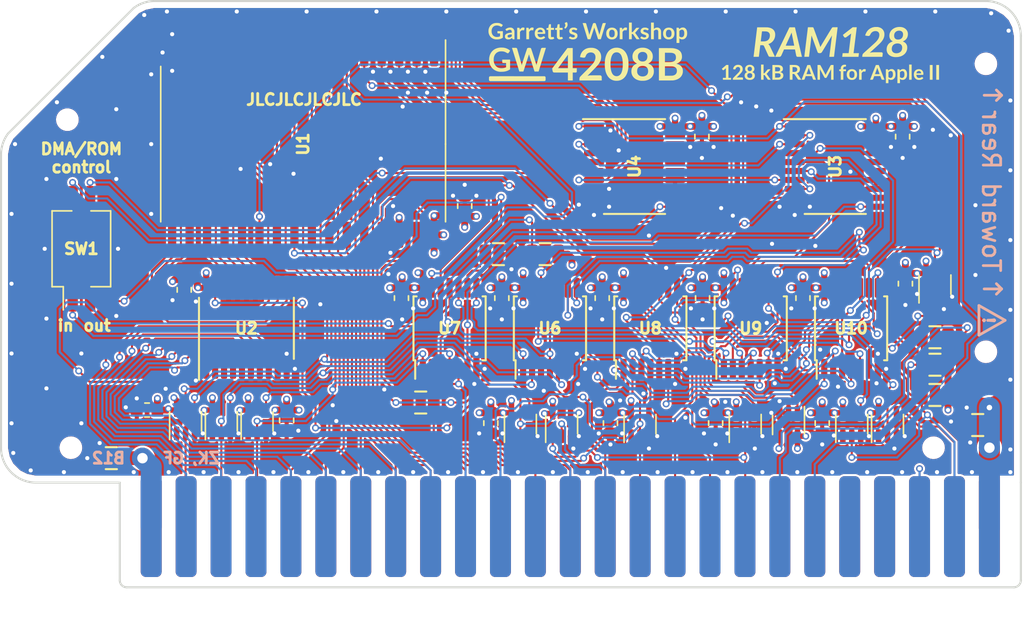
<source format=kicad_pcb>
(kicad_pcb (version 20221018) (generator pcbnew)
  (title_block (title "RAM128 (GW4208B)") (date "2023-12-07") (rev "1.2") (company "Garrett's Workshop"))
  (layers (0 "F.Cu" signal) (1 "In1.Cu" power) (2 "In2.Cu" power) (31 "B.Cu" signal) (34 "B.Paste" user) (35 "F.Paste" user) (36 "B.SilkS" user "B.Silkscreen") (37 "F.SilkS" user "F.Silkscreen") (38 "B.Mask" user) (39 "F.Mask" user) (44 "Edge.Cuts" user))
  (net 0 "")
  (net 1 "+5V")
  (net 2 "GND")
  (net 3 "/A4")
  (net 4 "/D7")
  (net 5 "/D6")
  (net 6 "/A8")
  (net 7 "/A7")
  (net 8 "/A6")
  (net 9 "/A5")
  (net 10 "/A3")
  (net 11 "/A2")
  (net 12 "/A1")
  (net 13 "/A0")
  (net 14 "/A9")
  (net 15 "/D1")
  (net 16 "/D5")
  (net 17 "/D0")
  (net 18 "/D2")
  (net 19 "/D3")
  (net 20 "/D4")
  (net 21 "/A10")
  (net 22 "+12V")
  (net 23 "-12V")
  (net 24 "-5V")
  (net 25 "/~{IOSEL}")
  (net 26 "/A11")
  (net 27 "/A12")
  (net 28 "/A13")
  (net 29 "/A14")
  (net 30 "/A15")
  (net 31 "/~{IOSTRB}")
  (net 32 "/RDY")
  (net 33 "/DMA")
  (net 34 "/~{NMI}")
  (net 35 "/~{IRQ}")
  (net 36 "/~{RES}")
  (net 37 "/~{INH}")
  (net 38 "/COLORREF")
  (net 39 "/7M")
  (net 40 "/Q3")
  (net 41 "/PHI1")
  (net 42 "/USER1")
  (net 43 "/PHI0")
  (net 44 "/~{DEVSEL}")
  (net 45 "/INTin")
  (net 46 "/DMAin")
  (net 47 "/VIDSYNC")
  (net 48 "/R~{CS}")
  (net 49 "/RA15")
  (net 50 "/RA16")
  (net 51 "/RA14")
  (net 52 "/RA12")
  (net 53 "/RD7")
  (net 54 "/RD6")
  (net 55 "/RD5")
  (net 56 "/RD4")
  (net 57 "/RD3")
  (net 58 "/RD2")
  (net 59 "/RD1")
  (net 60 "/RD0")
  (net 61 "/BankAB")
  (net 62 "/ENWR1")
  (net 63 "/ENRD")
  (net 64 "/ENWR")
  (net 65 "/ENWR1A0")
  (net 66 "Net-(U11-Y)")
  (net 67 "/~{A0XOR1}")
  (net 68 "Net-(U10-Pad1)")
  (net 69 "Net-(U10-Pad2)")
  (net 70 "Net-(U10-Pad4)")
  (net 71 "Net-(U10-Pad5)")
  (net 72 "Net-(U10-Pad10)")
  (net 73 "Net-(U10-Pad9)")
  (net 74 "Net-(U10-Pad8)")
  (net 75 "/INHOE")
  (net 76 "Net-(U10-Pad11)")
  (net 85 "/~{A2}clk")
  (net 86 "/A2clk")
  (net 87 "/R~{W}")
  (net 90 "Net-(U19-Y)")
  (net 95 "/DMAout")
  (net 96 "Net-(U8-Pad11)")
  (net 97 "Net-(U9-Pad10)")
  (net 99 "Net-(R2-Pad1)")
  (net 100 "Net-(R4-Pad2)")
  (net 101 "Net-(U6-Pad11)")
  (net 102 "/RCS")
  (net 104 "/~{A1}")
  (net 105 "/~{A0}")
  (net 106 "/~{DMAout}")
  (net 107 "/~{A13}")
  (net 108 "/~{R}W")
  (net 110 "/~{A2}")
  (net 112 "/DDIR")
  (net 113 "/R~{WE}")
  (net 114 "/D~{OE}")
  (footprint "stdpads:AppleIIBus_Edge" (layer "F.Cu") (at 106.68 135.382)
    (fp_text reference "J1")
    (fp_text value "AppleIIBus")
  )
  (footprint "stdpads:C_0805" (layer "F.Cu") (at 136.31 127.889 180)
    (fp_text reference "C1")
    (fp_text value "10u")
  )
  (footprint "stdpads:Fiducial" (layer "F.Cu") (at 136.906 103.886 -90)
    (fp_text reference "FID3" hide)
    (fp_text value "Fiducial" hide)
  )
  (footprint "stdpads:PasteHole_1.152mm_NPTH" (layer "F.Cu") (at 70.358 129.54)
    (fp_text reference "H1")
    (fp_text value " " hide)
  )
  (footprint "stdpads:PasteHole_1.152mm_NPTH" (layer "F.Cu") (at 136.906 122.555 -90)
    (fp_text reference "H2")
    (fp_text value " " hide)
  )
  (footprint "stdpads:Fiducial" (layer "F.Cu") (at 136.906 124.841)
    (fp_text reference "FID4" hide)
    (fp_text value "Fiducial" hide)
  )
  (footprint "stdpads:C_0603" (layer "F.Cu") (at 109.6 127.75 -90)
    (fp_text reference "C4")
    (fp_text value "2u2")
  )
  (footprint "stdpads:R_0805" (layer "F.Cu") (at 133.2 123.5 180)
    (fp_text reference "R1")
    (fp_text value "22k")
  )
  (footprint "stdpads:SOT-353" (layer "F.Cu") (at 122.55 127.85 180)
    (fp_text reference "U11")
    (fp_text value "74AHCT1G126GW")
  )
  (footprint "stdpads:TSSOP-20_4.4x6.5mm_P0.65mm" (layer "F.Cu") (at 125.95 109.075 -90)
    (fp_text reference "U3")
    (fp_text value "74HCT273PW")
  )
  (footprint "stdpads:SOT-353" (layer "F.Cu") (at 127.15 127.85)
    (fp_text reference "U19")
    (fp_text value "74AHCT1G04GW")
  )
  (footprint "stdpads:SOT-353" (layer "F.Cu") (at 78.7 127.65)
    (fp_text reference "U13")
    (fp_text value "74AHCT1G04GW")
  )
  (footprint "stdpads:C_0603" (layer "F.Cu") (at 117.25 127.75 -90)
    (fp_text reference "C5")
    (fp_text value "2u2")
  )
  (footprint "stdpads:SOT-353" (layer "F.Cu") (at 111.75 127.85)
    (fp_text reference "U15")
    (fp_text value "74AHCT1G04GW")
  )
  (footprint "stdpads:SOT-353" (layer "F.Cu") (at 119.4 127.85)
    (fp_text reference "U16")
    (fp_text value "74AHCT1G04GW")
  )
  (footprint "stdpads:C_0603" (layer "F.Cu") (at 75.9 126.8 180)
    (fp_text reference "C2")
    (fp_text value "2u2")
  )
  (footprint "stdpads:SOT-353" (layer "F.Cu") (at 129.75 127.85)
    (fp_text reference "U20")
    (fp_text value "74AHCT1G04GW")
  )
  (footprint "stdpads:TSSOP-14_4.4x5mm_P0.65mm" (layer "F.Cu") (at 97.9 120.85)
    (fp_text reference "U7")
    (fp_text value "74AHCT32PW")
  )
  (footprint "stdpads:TSSOP-14_4.4x5mm_P0.65mm" (layer "F.Cu") (at 127.1 120.85)
    (fp_text reference "U10")
    (fp_text value "74AHCT32PW")
  )
  (footprint "stdpads:C_0603" (layer "F.Cu") (at 116.3 118.65 -90)
    (fp_text reference "C11")
    (fp_text value "2u2")
  )
  (footprint "stdpads:TSSOP-14_4.4x5mm_P0.65mm" (layer "F.Cu") (at 119.8 120.85)
    (fp_text reference "U9")
    (fp_text value "74AHCT08PW")
  )
  (footprint "stdpads:C_0603" (layer "F.Cu") (at 94.4 118.65 -90)
    (fp_text reference "C8")
    (fp_text value "2u2")
  )
  (footprint "stdpads:TSSOP-14_4.4x5mm_P0.65mm" (layer "F.Cu") (at 112.5 120.85)
    (fp_text reference "U8")
    (fp_text value "74AHCT08PW")
  )
  (footprint "stdpads:C_0603" (layer "F.Cu") (at 101.7 118.65 -90)
    (fp_text reference "C9")
    (fp_text value "2u2")
  )
  (footprint "stdpads:TSSOP-14_4.4x5mm_P0.65mm" (layer "F.Cu") (at 105.2 120.85)
    (fp_text reference "U6")
    (fp_text value "74AHCT08PW")
  )
  (footprint "stdpads:C_0603" (layer "F.Cu") (at 123.6 118.65 -90)
    (fp_text reference "C12")
    (fp_text value "2u2")
  )
  (footprint "stdpads:C_0603" (layer "F.Cu") (at 109 118.65 -90)
    (fp_text reference "C10")
    (fp_text value "2u2")
  )
  (footprint "stdpads:C_0603" (layer "F.Cu") (at 125 127.75 -90)
    (fp_text reference "C6")
    (fp_text value "2u2")
  )
  (footprint "stdpads:SOP-32_450mil" (layer "F.Cu") (at 87.249 107.442 180)
    (fp_text reference "U1")
    (fp_text value "621024")
  )
  (footprint "stdpads:R_0805" (layer "F.Cu") (at 101.45 115.45)
    (fp_text reference "R2")
    (fp_text value "22k")
  )
  (footprint "stdpads:TSSOP-20_4.4x6.5mm_P0.65mm" (layer "F.Cu") (at 111.35 109.075 -90)
    (fp_text reference "U4")
    (fp_text value "74HCT273PW")
  )
  (footprint "stdpads:C_0603" (layer "F.Cu") (at 116.25 106.9 -90)
    (fp_text reference "C13")
    (fp_text value "2u2")
  )
  (footprint "stdpads:C_0603" (layer "F.Cu") (at 130.85 106.9 -90)
    (fp_text reference "C14")
    (fp_text value "2u2")
  )
  (footprint "stdpads:Fiducial" (layer "F.Cu") (at 67.818 129.54)
    (fp_text reference "FID1" hide)
    (fp_text value "Fiducial" hide)
  )
  (footprint "stdpads:Fiducial" (layer "F.Cu") (at 75.438 100.711 90)
    (fp_text reference "FID2" hide)
    (fp_text value "Fiducial" hide)
  )
  (footprint "stdpads:TSSOP-20_4.4x6.5mm_P0.65mm" (layer "F.Cu") (at 83.125 120.85)
    (fp_text reference "U2")
    (fp_text value "74HCT245PW")
  )
  (footprint "stdpads:C_0805" (layer "F.Cu") (at 73.3 130.3 180)
    (fp_text reference "C16")
    (fp_text value "10u")
  )
  (footprint "stdpads:SOT-353" (layer "F.Cu") (at 81.3 127.65)
    (fp_text reference "U14")
    (fp_text value "74AHCT1G04GW")
  )
  (footprint "stdpads:SOT-353" (layer "F.Cu") (at 83.9 127.65)
    (fp_text reference "U12")
    (fp_text value "74AHCT1G04GW")
  )
  (footprint "stdpads:C_0603" (layer "F.Cu") (at 86.05 127.55 -90)
    (fp_text reference "C3")
    (fp_text value "2u2")
  )
  (footprint "stdpads:C_0603" (layer "F.Cu") (at 78.6 118.05 -90)
    (fp_text reference "C7")
    (fp_text value "2u2")
  )
  (footprint "stdpads:PasteHole_1.152mm_NPTH" (layer "F.Cu") (at 133.096 129.54)
    (fp_text reference "H5")
    (fp_text value " " hide)
  )
  (footprint "stdpads:SOT-353" (layer "F.Cu") (at 133.2 117.7)
    (fp_text reference "U17")
    (fp_text value "74AHCT1G04GW")
  )
  (footprint "stdpads:C_0603" (layer "F.Cu") (at 131.05 117.6 -90)
    (fp_text reference "C15")
    (fp_text value "2u2")
  )
  (footprint "stdpads:R_0805" (layer "F.Cu") (at 133.2 125.7 180)
    (fp_text reference "R3")
    (fp_text value "22k")
  )
  (footprint "stdpads:R_0805" (layer "F.Cu") (at 104.85 115.45 180)
    (fp_text reference "R4")
    (fp_text value "22k")
  )
  (footprint "stdpads:PasteHole_1.152mm_NPTH" (layer "F.Cu") (at 136.906 101.6 -90)
    (fp_text reference "H3")
    (fp_text value " " hide)
  )
  (footprint "stdpads:R_0805" (layer "F.Cu") (at 133.2 121.5)
    (fp_text reference "R5")
    (fp_text value "0")
  )
  (footprint "stdpads:PasteHole_1.152mm_NPTH" (layer "F.Cu") (at 70.104 105.664 -90)
    (fp_text reference "H4")
    (fp_text value " " hide)
  )
  (footprint "stdpads:SW_DIP_SPSTx02_Slide_DSHP02TS_P1.27mm" (layer "F.Cu") (at 71.12 115.062)
    (fp_text reference "SW1")
    (fp_text value "DMA/ROM")
  )
  (footprint "LOGO" (layer "F.Cu") (at 107.95 100.9015)
    (fp_text reference "G***" hide)
    (fp_text value "LOGO" hide)
  )
  (footprint "stdpads:C_0603" (layer "F.Cu") (at 100.9 127.75 -90)
    (fp_text reference "C17")
    (fp_text value "2u2")
  )
  (footprint "stdpads:SOT-353" (layer "F.Cu") (at 106.05 127.85)
    (fp_text reference "U5")
    (fp_text value "74AHCT1G32GW")
  )
  (footprint "stdpads:C_0603" (layer "F.Cu") (at 99 111.95 90)
    (fp_text reference "C18")
    (fp_text value "2u2")
  )
  (footprint "stdpads:SOT-353" (layer "F.Cu") (at 103.05 127.85)
    (fp_text reference "U18")
    (fp_text value "74AHCT1G32GW")
  )
  (footprint "LOGO" (layer "F.Cu") (at 125.603 100.7745)
    (fp_text reference "G***" hide)
    (fp_text value "LOGO" hide)
  )
  (footprint "stdpads:R_0805" (layer "F.Cu") (at 95.8 126.25 180)
    (fp_text reference "R6")
    (fp_text value "DNP")
  )
  (gr_line (start 138.049 103.886) (end 137.668 104.267) (stroke (width 0.2)) (layer "B.SilkS"))
  (gr_line (start 138.049 117.983) (end 137.668 118.364) (stroke (width 0.2)) (layer "B.SilkS"))
  (gr_line (start 136.779 117.983) (end 138.049 117.983) (stroke (width 0.2)) (layer "B.SilkS"))
  (gr_line (start 138.049 103.886) (end 137.668 103.505) (stroke (width 0.2)) (layer "B.SilkS"))
  (gr_line (start 136.779 103.886) (end 138.049 103.886) (stroke (width 0.2)) (layer "B.SilkS"))
  (gr_line (start 138.049 117.983) (end 137.668 117.602) (stroke (width 0.2)) (layer "B.SilkS"))
  (gr_line (start 136.398 119.1895) (end 138.303 120.269) (stroke (width 0.2)) (layer "B.SilkS"))
  (gr_line (start 136.398 121.3485) (end 136.398 119.1895) (stroke (width 0.2)) (layer "B.SilkS"))
  (gr_line (start 138.303 120.269) (end 136.398 121.3485) (stroke (width 0.2)) (layer "B.SilkS"))
  (gr_line (start 138.938 139.7) (end 74.422 139.7) (stroke (width 0.15)) (layer "Edge.Cuts"))
  (gr_arc (start 74.422 139.7) (mid 74.06279 139.55121) (end 73.914 139.192) (stroke (width 0.15)) (layer "Edge.Cuts"))
  (gr_arc (start 139.446 139.192) (mid 139.29721 139.55121) (end 138.938 139.7) (stroke (width 0.15)) (layer "Edge.Cuts"))
  (gr_line (start 73.914 132.08) (end 73.914 139.192) (stroke (width 0.15)) (layer "Edge.Cuts"))
  (gr_line (start 139.446 132.08) (end 139.446 139.192) (stroke (width 0.15)) (layer "Edge.Cuts"))
  (gr_line (start 76.454 97.028) (end 136.906 97.028) (stroke (width 0.15)) (layer "Edge.Cuts"))
  (gr_arc (start 136.906 97.028) (mid 138.702051 97.771949) (end 139.446 99.568) (stroke (width 0.15)) (layer "Edge.Cuts"))
  (gr_line (start 139.446 99.568) (end 139.446 132.08) (stroke (width 0.15)) (layer "Edge.Cuts"))
  (gr_line (start 65.278 108.204) (end 65.278 129.54) (stroke (width 0.15)) (layer "Edge.Cuts"))
  (gr_line (start 67.818 132.08) (end 73.914 132.08) (stroke (width 0.15)) (layer "Edge.Cuts"))
  (gr_arc (start 74.93 97.536) (mid 75.650781 97.158344) (end 76.454 97.028) (stroke (width 0.15)) (layer "Edge.Cuts"))
  (gr_arc (start 67.818 132.08) (mid 66.021949 131.336051) (end 65.278 129.54) (stroke (width 0.15)) (layer "Edge.Cuts"))
  (gr_line (start 65.786001 106.679999) (end 74.93 97.536) (stroke (width 0.15)) (layer "Edge.Cuts"))
  (gr_arc (start 65.278 108.204) (mid 65.408345 107.400781) (end 65.786001 106.679999) (stroke (width 0.15)) (layer "Edge.Cuts"))
  (gr_text "Toward Rear" (at 137.287 110.871 270) (layer "B.SilkS") (effects (font (size 1.27 1.27) (thickness 0.2)) (justify mirror)))
  (gr_text "!" (at 137.0965 120.269 -90) (layer "B.SilkS") (effects (font (size 0.8128 0.8128) (thickness 0.1905)) (justify mirror)))
  (gr_text "ZK, GF" (at 79.121 130.302) (layer "B.SilkS") (effects (font (size 0.8128 0.8128) (thickness 0.2032) bold) (justify mirror)))
  (gr_text "B12" (at 73.0885 130.302) (layer "B.SilkS") (effects (font (size 0.8128 0.8128) (thickness 0.2032) bold) (justify mirror)))
  (gr_text "in" (at 69.977 120.65) (layer "F.SilkS") (effects (font (size 0.8128 0.8128) (thickness 0.2032))))
  (gr_text "out" (at 72.263 120.65) (layer "F.SilkS") (effects (font (size 0.8128 0.8128) (thickness 0.2032))))
  (gr_text "JLCJLCJLCJLC" (at 87.3125 104.2035) (layer "F.SilkS") (effects (font (size 0.8128 0.8128) (thickness 0.2032))))
  (gr_text "DMA/ROM\ncontrol" (at 71.12 108.458) (layer "F.SilkS") (effects (font (size 0.8182 0.8128) (thickness 0.2032))))
  (segment (start 117.25 127) (end 118.15 127) (width 0.5) (layer "F.Cu") (net 1))
  (segment (start 117.25 127) (end 116.4 127) (width 0.5) (layer "F.Cu") (net 1))
  (segment (start 103.25 117.9) (end 102.65 117.9) (width 0.45) (layer "F.Cu") (net 1))
  (segment (start 110.55 117.9) (end 110.55 116.8) (width 0.45) (layer "F.Cu") (net 1))
  (segment (start 110.55 117.9) (end 109.95 117.9) (width 0.45) (layer "F.Cu") (net 1))
  (segment (start 103.25 117.9) (end 103.25 119) (width 0.45) (layer "F.Cu") (net 1))
  (segment (start 110.55 117.9) (end 110.55 119) (width 0.45) (layer "F.Cu") (net 1))
  (segment (start 101.7 117.9) (end 102.65 117.9) (width 0.5) (layer "F.Cu") (net 1))
  (segment (start 101.7 117.9) (end 101.7 117.1) (width 0.5) (layer "F.Cu") (net 1))
  (segment (start 103.25 117.9) (end 103.25 116.8) (width 0.45) (layer "F.Cu") (net 1))
  (segment (start 101.7 117.9) (end 100.85 117.9) (width 0.5) (layer "F.Cu") (net 1))
  (segment (start 109 117.9) (end 108.15 117.9) (width 0.5) (layer "F.Cu") (net 1))
  (segment (start 109 117.9) (end 109 117.1) (width 0.5) (layer "F.Cu") (net 1))
  (segment (start 109 117.9) (end 109.95 117.9) (width 0.5) (layer "F.Cu") (net 1))
  (segment (start 95.95 117.9) (end 95.95 119) (width 0.45) (layer "F.Cu") (net 1))
  (segment (start 94.4 117.9) (end 93.55 117.9) (width 0.5) (layer "F.Cu") (net 1))
  (segment (start 94.4 117.9) (end 95.35 117.9) (width 0.5) (layer "F.Cu") (net 1))
  (segment (start 117.85 117.9) (end 117.85 116.8) (width 0.45) (layer "F.Cu") (net 1))
  (segment (start 116.3 117.9) (end 116.3 117.1) (width 0.5) (layer "F.Cu") (net 1))
  (segment (start 123.6 117.9) (end 124.55 117.9) (width 0.5) (layer "F.Cu") (net 1))
  (segment (start 116.3 117.9) (end 115.45 117.9) (width 0.5) (layer "F.Cu") (net 1))
  (segment (start 95.95 117.9) (end 95.35 117.9) (width 0.45) (layer "F.Cu") (net 1))
  (segment (start 116.3 117.9) (end 117.25 117.9) (width 0.5) (layer "F.Cu") (net 1))
  (segment (start 117.85 117.9) (end 117.85 119) (width 0.45) (layer "F.Cu") (net 1))
  (segment (start 125.15 117.9) (end 124.55 117.9) (width 0.45) (layer "F.Cu") (net 1))
  (segment (start 125.15 117.9) (end 125.15 116.8) (width 0.45) (layer "F.Cu") (net 1))
  (segment (start 117.85 117.9) (end 117.25 117.9) (width 0.45) (layer "F.Cu") (net 1))
  (segment (start 123.6 117.9) (end 123.6 117.1) (width 0.5) (layer "F.Cu") (net 1))
  (segment (start 123.6 117.9) (end 122.75 117.9) (width 0.5) (layer "F.Cu") (net 1))
  (segment (start 125.15 117.9) (end 125.15 119) (width 0.45) (layer "F.Cu") (net 1))
  (segment (start 94.234 114.092) (end 94.234 112.776) (width 0.5) (layer "F.Cu") (net 1))
  (segment (start 114.3 106.15) (end 115.4 106.15) (width 0.45) (layer "F.Cu") (net 1))
  (segment (start 116.25 106.15) (end 116.25 105.35) (width 0.5) (layer "F.Cu") (net 1))
  (segment (start 114.3 106.15) (end 113.2 106.15) (width 0.45) (layer "F.Cu") (net 1))
  (segment (start 116.25 106.15) (end 115.4 106.15) (width 0.5) (layer "F.Cu") (net 1))
  (segment (start 114.3 106.15) (end 114.3 105.55) (width 0.45) (layer "F.Cu") (net 1))
  (segment (start 116.25 106.15) (end 117.1 106.15) (width 0.5) (layer "F.Cu") (net 1))
  (segment (start 130.85 106.15) (end 131.7 106.15) (width 0.5) (layer "F.Cu") (net 1))
  (segment (start 128.9 106.15) (end 128.9 105.55) (width 0.45) (layer "F.Cu") (net 1))
  (segment (start 130.85 106.15) (end 130 106.15) (width 0.5) (layer "F.Cu") (net 1))
  (segment (start 128.9 106.15) (end 127.8 106.15) (width 0.45) (layer "F.Cu") (net 1))
  (segment (start 130.85 106.15) (end 130.85 105.35) (width 0.5) (layer "F.Cu") (net 1))
  (segment (start 128.9 106.15) (end 130 106.15) (width 0.45) (layer "F.Cu") (net 1))
  (segment (start 80.2 117.9) (end 79.6 117.9) (width 0.45) (layer "F.Cu") (net 1))
  (segment (start 80.2 117.9) (end 80.2 116.8) (width 0.45) (layer "F.Cu") (net 1))
  (segment (start 86.05 126.8) (end 85.2 126.8) (width 0.5) (layer "F.Cu") (net 1))
  (segment (start 86.05 126.8) (end 86.05 126) (width 0.5) (layer "F.Cu") (net 1))
  (segment (start 86.05 126.8) (end 86.95 126.8) (width 0.5) (layer "F.Cu") (net 1))
  (segment (start 83.25 126.8) (end 82.65 126.8) (width 0.4) (layer "F.Cu") (net 1))
  (segment (start 80.65 126.8) (end 80.05 126.8) (width 0.4) (layer "F.Cu") (net 1))
  (segment (start 80.65 126.8) (end 80.65 125.9) (width 0.4) (layer "F.Cu") (net 1))
  (segment (start 96.774 115.3795) (end 96.774 112.649) (width 0.5) (layer "F.Cu") (net 1))
  (segment (start 78.6 117.3) (end 77.9 117.3) (width 0.5) (layer "F.Cu") (net 1))
  (segment (start 109.6 127) (end 110.5 127) (width 0.5) (layer "F.Cu") (net 1))
  (segment (start 83.25 126.8) (end 83.25 125.9) (width 0.4) (layer "F.Cu") (net 1))
  (segment (start 94.45 117.85) (end 94.45 117.1) (width 0.5) (layer "F.Cu") (net 1))
  (segment (start 78.05 126.8) (end 78.05 126.1) (width 0.4) (layer "F.Cu") (net 1))
  (segment (start 131.05 116.85) (end 131.05 116.05) (width 0.5) (layer "F.Cu") (net 1))
  (segment (start 125 127) (end 124.15 127) (width 0.5) (layer "F.Cu") (net 1))
  (segment (start 105.4 127.05) (end 104.8 127.05) (width 0.4) (layer "F.Cu") (net 1))
  (segment (start 111.1 127) (end 110.5 127) (width 0.4) (layer "F.Cu") (net 1))
  (segment (start 125 127) (end 125 126.2) (width 0.5) (layer "F.Cu") (net 1))
  (segment (start 137.16 135.382) (end 137.16 129.54) (width 1.524) (layer "F.Cu") (net 1))
  (segment (start 78.05 126.1) (end 77.85 125.9) (width 0.4) (layer "F.Cu") (net 1))
  (segment (start 129.1 127) (end 128.5 127) (width 0.4) (layer "F.Cu") (net 1))
  (segment (start 76.65 126.8) (end 76.65 125.95) (width 0.5) (layer "F.Cu") (net 1))
  (segment (start 100.9 127) (end 100.9 126.2) (width 0.5) (layer "F.Cu") (net 1))
  (segment (start 118.75 127) (end 118.75 126.2) (width 0.4) (layer "F.Cu") (net 1))
  (segment (start 125 127) (end 125.9 127) (width 0.5) (layer "F.Cu") (net 1))
  (segment (start 102.4 127) (end 102.4 126.1) (width 0.4) (layer "F.Cu") (net 1))
  (segment (start 94.4 117.9) (end 94.45 117.85) (width 0.5) (layer "F.Cu") (net 1))
  (segment (start 78.05 126.8) (end 77.55 126.8) (width 0.4) (layer "F.Cu") (net 1))
  (segment (start 95.6 116.8) (end 95.8 116.8) (width 0.45) (layer "F.Cu") (net 1))
  (segment (start 123.2 128.7) (end 123.2 129.6) (width 0.4) (layer "F.Cu") (net 1))
  (segment (start 77.9 117.3) (end 77.75 117.45) (width 0.5) (layer "F.Cu") (net 1))
  (segment (start 132.55 116.85) (end 131.9 116.85) (width 0.4) (layer "F.Cu") (net 1))
  (segment (start 111.1 127) (end 111.1 126.1) (width 0.4) (layer "F.Cu") (net 1))
  (segment (start 98.949 112.649) (end 99 112.7) (width 0.5) (layer "F.Cu") (net 1))
  (segment (start 102.4 127) (end 101.8 127) (width 0.4) (layer "F.Cu") (net 1))
  (segment (start 137.16 127.889) (end 137.16 126.619) (width 0.762) (layer "F.Cu") (net 1))
  (segment (start 134.15 125.7) (end 134.15 126.8) (width 0.5) (layer "F.Cu") (net 1))
  (segment (start 117.25 127) (end 117.25 126.3) (width 0.5) (layer "F.Cu") (net 1))
  (segment (start 123.2 128.7) (end 123.8 128.7) (width 0.4) (layer "F.Cu") (net 1))
  (segment (start 77.55 126.8) (end 77.45 126.7) (width 0.4) (layer "F.Cu") (net 1))
  (segment (start 117.25 126.3) (end 117.15 126.2) (width 0.5) (layer "F.Cu") (net 1))
  (segment (start 109.6 127) (end 108.75 127) (width 0.5) (layer "F.Cu") (net 1))
  (segment (start 100.9 127) (end 100.05 127) (width 0.5) (layer "F.Cu") (net 1))
  (segment (start 131.05 116.85) (end 131.9 116.85) (width 0.5) (layer "F.Cu") (net 1))
  (segment (start 96.774 114.046) (end 97.4725 114.046) (width 0.5) (layer "F.Cu") (net 1))
  (segment (start 78.6 117.3) (end 79.35 117.3) (width 0.5) (layer "F.Cu") (net 1))
  (segment (start 95.95 116.95) (end 95.95 117.9) (width 0.45) (layer "F.Cu") (net 1))
  (segment (start 100.9 127) (end 101.8 127) (width 0.5) (layer "F.Cu") (net 1))
  (segment (start 132.55 116.85) (end 132.55 115.95) (width 0.4) (layer "F.Cu") (net 1))
  (segment (start 96.774 112.649) (end 98.949 112.649) (width 0.5) (layer "F.Cu") (net 1))
  (segment (start 109.6 126.3) (end 109.5 126.2) (width 0.5) (layer "F.Cu") (net 1))
  (segment (start 129.1 127) (end 129.1 126.15) (width 0.4) (layer "F.Cu") (net 1))
  (segment (start 77.35 126.8) (end 77.45 126.7) (width 0.5) (layer "F.Cu") (net 1))
  (segment (start 106.8 116.25) (end 106.8 115.75) (width 0.5) (layer "F.Cu") (net 1))
  (segment (start 137.16 127.889) (end 137.16 129.54) (width 0.762) (layer "F.Cu") (net 1))
  (segment (start 134.15 123.5) (end 134.15 125.7) (width 0.5) (layer "F.Cu") (net 1))
  (segment (start 118.75 127) (end 118.15 127) (width 0.4) (layer "F.Cu") (net 1))
  (segment (start 106.8 115.75) (end 106.5 115.45) (width 0.5) (layer "F.Cu") (net 1))
  (segment (start 79.55 117.55) (end 79.55 117.85) (width 0.5) (layer "F.Cu") (net 1))
  (segment (start 76.65 126.8) (end 77.35 126.8) (width 0.5) (layer "F.Cu") (net 1))
  (segment (start 99 112.7) (end 99 113.5) (width 0.5) (layer "F.Cu") (net 1))
  (segment (start 126.5 127) (end 125.9 127) (width 0.4) (layer "F.Cu") (net 1))
  (segment (start 106.5 115.45) (end 105.8 115.45) (width 0.5) (layer "F.Cu") (net 1))
  (segment (start 95.8 116.8) (end 95.95 116.95) (width 0.45) (layer "F.Cu") (net 1))
  (segment (start 99 112.7) (end 99.85 112.7) (width 0.5) (layer "F.Cu") (net 1))
  (segment (start 105.4 127.05) (end 105.4 126.15) (width 0.4) (layer "F.Cu") (net 1))
  (segment (start 109.6 127) (end 109.6 126.3) (width 0.5) (layer "F.Cu") (net 1))
  (segment (start 126.5 127) (end 126.5 126.2) (width 0.4) (layer "F.Cu") (net 1))
  (segment (start 79.35 117.3) (end 79.5 117.45) (width 0.5) (layer "F.Cu") (net 1))
  (segment (start 79.55 117.85) (end 79.6 117.9) (width 0.5) (layer "F.Cu") (net 1))
  (via (at 116.4 127) (size 0.5) (drill 0.3) (layers "F.Cu" "B.Cu") (net 1))
  (via (at 117.15 126.2) (size 0.5) (drill 0.3) (layers "F.Cu" "B.Cu") (net 1))
  (via (at 109 117.1) (size 0.5) (drill 0.3) (layers "F.Cu" "B.Cu") (net 1))
  (via (at 108.15 117.9) (size 0.5) (drill 0.3) (layers "F.Cu" "B.Cu") (net 1))
  (via (at 109.95 117.9) (size 0.5) (drill 0.3) (layers "F.Cu" "B.Cu") (net 1))
  (via (at 103.25 119) (size 0.5) (drill 0.3) (layers "F.Cu" "B.Cu") (net 1))
  (via (at 103.25 116.8) (size 0.5) (drill 0.3) (layers "F.Cu" "B.Cu") (net 1))
  (via (at 101.7 117.1) (size 0.5) (drill 0.3) (layers "F.Cu" "B.Cu") (net 1))
  (via (at 110.55 119) (size 0.5) (drill 0.3) (layers "F.Cu" "B.Cu") (net 1))
  (via (at 100.85 117.9) (size 0.5) (drill 0.3) (layers "F.Cu" "B.Cu") (net 1))
  (via (at 110.55 116.8) (size 0.5) (drill 0.3) (layers "F.Cu" "B.Cu") (net 1))
  (via (at 102.65 117.9) (size 0.5) (drill 0.3) (layers "F.Cu" "B.Cu") (net 1))
  (via (at 95.95 119) (size 0.5) (drill 0.3) (layers "F.Cu" "B.Cu") (net 1))
  (via (at 94.45 117.1) (size 0.5) (drill 0.3) (layers "F.Cu" "B.Cu") (net 1))
  (via (at 125.15 116.8) (size 0.5) (drill 0.3) (layers "F.Cu" "B.Cu") (net 1))
  (via (at 115.45 117.9) (size 0.5) (drill 0.3) (layers "F.Cu" "B.Cu") (net 1))
  (via (at 123.6 117.1) (size 0.5) (drill 0.3) (layers "F.Cu" "B.Cu") (net 1))
  (via (at 116.3 117.1) (size 0.5) (drill 0.3) (layers "F.Cu" "B.Cu") (net 1))
  (via (at 93.55 117.9) (size 0.5) (drill 0.3) (layers "F.Cu" "B.Cu") (net 1))
  (via (at 95.35 117.9) (size 0.5) (drill 0.3) (layers "F.Cu" "B.Cu") (net 1))
  (via (at 117.85 119) (size 0.5) (drill 0.3) (layers "F.Cu" "B.Cu") (net 1))
  (via (at 117.85 116.8) (size 0.5) (drill 0.3) (layers "F.Cu" "B.Cu") (net 1))
  (via (at 117.25 117.9) (size 0.5) (drill 0.3) (layers "F.Cu" "B.Cu") (net 1))
  (via (at 125.15 119) (size 0.5) (drill 0.3) (layers "F.Cu" "B.Cu") (net 1))
  (via (at 122.75 117.9) (size 0.5) (drill 0.3) (layers "F.Cu" "B.Cu") (net 1))
  (via (at 124.55 117.9) (size 0.5) (drill 0.3) (layers "F.Cu" "B.Cu") (net 1))
  (via (at 94.234 112.776) (size 0.5) (drill 0.3) (layers "F.Cu" "B.Cu") (net 1))
  (via (at 96.774 112.649) (size 0.5) (drill 0.3) (layers "F.Cu" "B.Cu") (net 1))
  (via (at 115.4 106.15) (size 0.5) (drill 0.3) (layers "F.Cu" "B.Cu") (net 1))
  (via (at 116.25 105.35) (size 0.5) (drill 0.3) (layers "F.Cu" "B.Cu") (net 1))
  (via (at 113.2 106.15) (size 0.5) (drill 0.3) (layers "F.Cu" "B.Cu") (net 1))
  (via (at 117.1 106.15) (size 0.5) (drill 0.3) (layers "F.Cu" "B.Cu") (net 1))
  (via (at 114.3 105.55) (size 0.5) (drill 0.3) (layers "F.Cu" "B.Cu") (net 1))
  (via (at 128.9 105.55) (size 0.5) (drill 0.3) (layers "F.Cu" "B.Cu") (net 1))
  (via (at 131.7 106.15) (size 0.5) (drill 0.3) (layers "F.Cu" "B.Cu") (net 1))
  (via (at 127.8 106.15) (size 0.5) (drill 0.3) (layers "F.Cu" "B.Cu") (net 1))
  (via (at 130.85 105.35) (size 0.5) (drill 0.3) (layers "F.Cu" "B.Cu") (net 1))
  (via (at 130 106.15) (size 0.5) (drill 0.3) (layers "F.Cu" "B.Cu") (net 1))
  (via (at 79.6 117.9) (size 0.5) (drill 0.3) (layers "F.Cu" "B.Cu") (net 1))
  (via (at 80.2 116.8) (size 0.5) (drill 0.3) (layers "F.Cu" "B.Cu") (net 1))
  (via (at 85.2 126.8) (size 0.5) (drill 0.3) (layers "F.Cu" "B.Cu") (net 1))
  (via (at 86.95 126.8) (size 0.5) (drill 0.3) (layers "F.Cu" "B.Cu") (net 1))
  (via (at 86.05 126) (size 0.5) (drill 0.3) (layers "F.Cu" "B.Cu") (net 1))
  (via (at 80.05 126.8) (size 0.5) (drill 0.3) (layers "F.Cu" "B.Cu") (net 1))
  (via (at 80.65 125.9) (size 0.5) (drill 0.3) (layers "F.Cu" "B.Cu") (net 1))
  (via (at 82.65 126.8) (size 0.5) (drill 0.3) (layers "F.Cu" "B.Cu") (net 1))
  (via (at 126.5 126.2) (size 0.5) (drill 0.3) (layers "F.Cu" "B.Cu") (net 1))
  (via (at 76.65 125.95) (size 0.5) (drill 0.3) (layers "F.Cu" "B.Cu") (net 1))
  (via (at 101.8 127) (size 0.5) (drill 0.3) (layers "F.Cu" "B.Cu") (net 1))
  (via (at 123.8 128.7) (size 0.5) (drill 0.3) (layers "F.Cu" "B.Cu") (net 1))
  (via (at 97.4725 114.046) (size 0.5) (drill 0.3) (layers "F.Cu" "B.Cu") (net 1))
  (via (at 137.16 126.619) (size 0.8) (drill 0.4) (layers "F.Cu" "B.Cu") (net 1))
  (via (at 100.9 126.2) (size 0.5) (drill 0.3) (layers "F.Cu" "B.Cu") (net 1))
  (via (at 83.25 125.9) (size 0.5) (drill 0.3) (layers "F.Cu" "B.Cu") (net 1))
  (via (at 77.75 117.45) (size 0.5) (drill 0.3) (layers "F.Cu" "B.Cu") (net 1))
  (via (at 106.8 116.25) (size 0.5) (drill 0.3) (layers "F.Cu" "B.Cu") (net 1))
  (via (at 100.05 127) (size 0.5) (drill 0.3) (layers "F.Cu" "B.Cu") (net 1))
  (via (at 95.6 116.8) (size 0.5) (drill 0.3) (layers "F.Cu" "B.Cu") (net 1))
  (via (at 125 126.2) (size 0.5) (drill 0.3) (layers "F.Cu" "B.Cu") (net 1))
  (via (at 105.4 126.15) (size 0.5) (drill 0.3) (layers "F.Cu" "B.Cu") (net 1))
  (via (at 108.75 127) (size 0.5) (drill 0.3) (layers "F.Cu" "B.Cu") (net 1))
  (via (at 118.75 126.2) (size 0.5) (drill 0.3) (layers "F.Cu" "B.Cu") (net 1))
  (via (at 111.1 126.1) (size 0.5) (drill 0.3) (layers "F.Cu" "B.Cu") (net 1))
  (via (at 134.15 126.8) (size 0.5) (drill 0.3) (layers "F.Cu" "B.Cu") (net 1))
  (via (at 109.5 126.2) (size 0.5) (drill 0.3) (layers "F.Cu" "B.Cu") (net 1))
  (via (at 124.15 127) (size 0.5) (drill 0.3) (layers "F.Cu" "B.Cu") (net 1))
  (via (at 131.9 116.85) (size 0.5) (drill 0.3) (layers "F.Cu" "B.Cu") (net 1))
  (via (at 123.2 129.6) (size 0.5) (drill 0.3) (layers "F.Cu" "B.Cu") (net 1))
  (via (at 128.5 127) (size 0.5) (drill 0.3) (layers "F.Cu" "B.Cu") (net 1))
  (via (at 96.774 115.3795) (size 0.5) (drill 0.3) (layers "F.Cu" "B.Cu") (net 1))
  (via (at 129.1 126.15) (size 0.5) (drill 0.3) (layers "F.Cu" "B.Cu") (net 1))
  (via (at 99.85 112.7) (size 0.5) (drill 0.3) (layers "F.Cu" "B.Cu") (net 1))
  (via (at 110.5 127) (size 0.5) (drill 0.3) (layers "F.Cu" "B.Cu") (net 1))
  (via (at 131.05 116.05) (size 0.5) (drill 0.3) (layers "F.Cu" "B.Cu") (net 1))
  (via (at 118.15 127) (size 0.5) (drill 0.3) (layers "F.Cu" "B.Cu") (net 1))
  (via (at 132.55 115.95) (size 0.5) (drill 0.3) (layers "F.Cu" "B.Cu") (net 1))
  (via (at 99 113.5) (size 0.5) (drill 0.3) (layers "F.Cu" "B.Cu") (net 1))
  (via (at 102.4 126.1) (size 0.5) (drill 0.3) (layers "F.Cu" "B.Cu") (net 1))
  (via (at 137.16 129.54) (size 1.524) (drill 0.762) (layers "F.Cu" "B.Cu") (net 1))
  (via (at 77.45 126.7) (size 0.5) (drill 0.3) (layers "F.Cu" "B.Cu") (net 1))
  (via (at 125.9 127) (size 0.5) (drill 0.3) (layers "F.Cu" "B.Cu") (net 1))
  (via (at 104.8 127.05) (size 0.5) (drill 0.3) (layers "F.Cu" "B.Cu") (net 1))
  (via (at 77.85 125.9) (size 0.5) (drill 0.3) (layers "F.Cu" "B.Cu") (net 1))
  (segment (start 137.16 129.54) (end 137.16 126.619) (width 1.524) (layer "B.Cu") (net 1))
  (segment (start 123 112) (end 121.9 112) (width 0.45) (layer "F.Cu") (net 2))
  (segment (start 123 112) (end 123 112.6) (width 0.45) (layer "F.Cu") (net 2))
  (segment (start 123 112) (end 124.1 112) (width 0.45) (layer "F.Cu") (net 2))
  (segment (start 117.25 128.5) (end 118.1 128.5) (width 0.5) (layer "F.Cu") (net 2))
  (segment (start 117.25 128.5) (end 116.4 128.5) (width 0.5) (layer "F.Cu") (net 2))
  (segment (start 117.25 128.5) (end 117.25 129.3) (width 0.5) (layer "F.Cu") (net 2))
  (segment (start 75.15 126.8) (end 75.15 125.95) (width 0.5) (layer "F.Cu") (net 2))
  (segment (start 107.15 123.8) (end 107.15 122.7) (width 0.45) (layer "F.Cu") (net 2))
  (segment (start 107.15 123.8) (end 107.75 123.8) (width 0.45) (layer "F.Cu") (net 2))
  (segment (start 99.85 123.8) (end 100.45 123.8) (width 0.45) (layer "F.Cu") (net 2))
  (segment (start 94.4 119.4) (end 95.25 119.4) (width 0.5) (layer "F.Cu") (net 2))
  (segment (start 99.85 123.8) (end 99.85 122.7) (width 0.45) (layer "F.Cu") (net 2))
  (segment (start 116.3 119.4) (end 115.45 119.4) (width 0.5) (layer "F.Cu") (net 2))
  (segment (start 129.05 123.8) (end 129.05 122.7) (width 0.45) (layer "F.Cu") (net 2))
  (segment (start 123.6 119.4) (end 124.45 119.4) (width 0.5) (layer "F.Cu") (net 2))
  (segment (start 129.05 123.8) (end 129.65 123.8) (width 0.45) (layer "F.Cu") (net 2))
  (segment (start 123.6 119.4) (end 122.75 119.4) (width 0.5) (layer "F.Cu") (net 2))
  (segment (start 116.3 119.4) (end 116.3 120.2) (width 0.5) (layer "F.Cu") (net 2))
  (segment (start 121.75 123.8) (end 122.35 123.8) (width 0.45) (layer "F.Cu") (net 2))
  (segment (start 116.3 119.4) (end 117.15 119.4) (width 0.5) (layer "F.Cu") (net 2))
  (segment (start 109 119.4) (end 108.15 119.4) (width 0.5) (layer "F.Cu") (net 2))
  (segment (start 109 119.4) (end 109 120.2) (width 0.5) (layer "F.Cu") (net 2))
  (segment (start 109 119.4) (end 109.85 119.4) (width 0.5) (layer "F.Cu") (net 2))
  (segment (start 101.7 119.4) (end 101.7 120.2) (width 0.5) (layer "F.Cu") (net 2))
  (segment (start 101.7 119.4) (end 102.55 119.4) (width 0.5) (layer "F.Cu") (net 2))
  (segment (start 101.7 119.4) (end 100.85 119.4) (width 0.5) (layer "F.Cu") (net 2))
  (segment (start 77.724 100.792) (end 77.724 102.108) (width 0.5) (layer "F.Cu") (net 2))
  (segment (start 77.724 100.792) (end 77.043 100.792) (width 0.5) (layer "F.Cu") (net 2))
  (segment (start 77.043 100.792) (end 77.0255 100.7745) (width 0.5) (layer "F.Cu") (net 2))
  (segment (start 77.724 100.792) (end 77.724 99.441) (width 0.5) (layer "F.Cu") (net 2))
  (segment (start 108.4 112) (end 109.5 112) (width 0.45) (layer "F.Cu") (net 2))
  (segment (start 108.4 112) (end 108.4 112.6) (width 0.45) (layer "F.Cu") (net 2))
  (segment (start 116.25 107.65) (end 116.25 108.45) (width 0.5) (layer "F.Cu") (net 2))
  (segment (start 116.25 107.65) (end 117.1 107.65) (width 0.5) (layer "F.Cu") (net 2))
  (segment (start 116.25 107.65) (end 115.4 107.65) (width 0.5) (layer "F.Cu") (net 2))
  (segment (start 130.85 107.65) (end 130 107.65) (width 0.5) (layer "F.Cu") (net 2))
  (segment (start 130.85 107.65) (end 131.7 107.65) (width 0.5) (layer "F.Cu") (net 2))
  (segment (start 130.85 107.65) (end 130.85 108.45) (width 0.5) (layer "F.Cu") (net 2))
  (segment (start 86.05 123.8) (end 86.05 122.7) (width 0.45) (layer "F.Cu") (net 2))
  (segment (start 86.05 123.8) (end 86.65 123.8) (width 0.45) (layer "F.Cu") (net 2))
  (segment (start 85.35 128.3) (end 85.15 128.5) (width 0.5) (layer "F.Cu") (net 2))
  (segment (start 86.05 128.3) (end 85.35 128.3) (width 0.5) (layer "F.Cu") (net 2))
  (segment (start 86.05 128.3) (end 86.9 128.3) (width 0.5) (layer "F.Cu") (net 2))
  (segment (start 81.95 128.5) (end 82.55 128.5) (width 0.4) (layer "F.Cu") (net 2))
  (segment (start 84.55 128.5) (end 85.15 128.5) (width 0.4) (layer "F.Cu") (net 2))
  (segment (start 109.6 128.5) (end 108.75 128.5) (width 0.5) (layer "F.Cu") (net 2))
  (segment (start 107.15 123.8) (end 107.15 124.8) (width 0.45) (layer "F.Cu") (net 2))
  (segment (start 107.15 124.8) (end 107.25 124.9) (width 0.45) (layer "F.Cu") (net 2))
  (segment (start 121.75 124.65) (end 121.75 123.8) (width 0.45) (layer "F.Cu") (net 2))
  (segment (start 130.25 129.6) (end 130.4 129.45) (width 0.4) (layer "F.Cu") (net 2))
  (segment (start 79.35 128.5) (end 79.95 128.5) (width 0.4) (layer "F.Cu") (net 2))
  (segment (start 120.05 128.7) (end 120.05 129.55) (width 0.4) (layer "F.Cu") (net 2))
  (segment (start 135.46 126.668) (end 135.509 126.619) (width 0.762) (layer "F.Cu") (net 2))
  (segment (start 78.6 118.8) (end 79.35 118.8) (width 0.5) (layer "F.Cu") (net 2))
  (segment (start 78.6 118.8) (end 77.75 118.8) (width 0.5) (layer "F.Cu") (net 2))
  (segment (start 114.45 122.75) (end 114.4 122.7) (width 0.45) (layer "F.Cu") (net 2))
  (segment (start 94.4 120.15) (end 94.45 120.2) (width 0.5) (layer "F.Cu") (net 2))
  (segment (start 108.4 110.7) (end 109.5 110.7) (width 0.45) (layer "F.Cu") (net 2))
  (segment (start 129.05 124.75) (end 129.05 123.8) (width 0.45) (layer "F.Cu") (net 2))
  (segment (start 106.7 128.7) (end 107.3 128.7) (width 0.4) (layer "F.Cu") (net 2))
  (segment (start 133.85 118.55) (end 133.85 119.45) (width 0.4) (layer "F.Cu") (net 2))
  (segment (start 72.45 130.3) (end 71.55 130.3) (width 0.5) (layer "F.Cu") (net 2))
  (segment (start 109.6 128.5) (end 109.6 129.3) (width 0.5) (layer "F.Cu") (net 2))
  (segment (start 127.8 128.7) (end 128.4 128.7) (width 0.4) (layer "F.Cu") (net 2))
  (segment (start 74.35 126.8) (end 75.15 126.8) (width 0.5) (layer "F.Cu") (net 2))
  (segment (start 131.05 118.35) (end 131.05 119.15) (width 0.5) (layer "F.Cu") (net 2))
  (segment (start 74.35 126.6) (end 74.35 126.8) (width 0.5) (layer "F.Cu") (net 2))
  (segment (start 125 128.5) (end 124.375 128.5) (width 0.4) (layer "F.Cu") (net 2))
  (segment (start 125 128.5) (end 125 129.3) (width 0.5) (layer "F.Cu") (net 2))
  (segment (start 100.9 128.5) (end 101.75 128.5) (width 0.5) (layer "F.Cu") (net 2))
  (segment (start 99 111.2) (end 98.15 111.2) (width 0.5) (layer "F.Cu") (net 2))
  (segment (start 106.7 128.7) (end 106.7 129.4) (width 0.4) (layer "F.Cu") (net 2))
  (segment (start 135.763 129.159) (end 135.46 128.856) (width 0.762) (layer "F.Cu") (net 2))
  (segment (start 125.7 128.5) (end 125.85 128.65) (width 0.5) (layer "F.Cu") (net 2))
  (segment (start 135.46 128.856) (end 135.46 127.889) (width 0.762) (layer "F.Cu") (net 2))
  (segment (start 99.85 123.8) (end 99.85 124.75) (width 0.45) (layer "F.Cu") (net 2))
  (segment (start 100.9 128.5) (end 100.05 128.5) (width 0.5) (layer "F.Cu") (net 2))
  (segment (start 121.9 127) (end 121.9 126.15) (width 0.4) (layer "F.Cu") (net 2))
  (segment (start 125 128.5) (end 125.7 128.5) (width 0.5) (layer "F.Cu") (net 2))
  (segment (start 99 111.2) (end 99.85 111.2) (width 0.5) (layer "F.Cu") (net 2))
  (segment (start 114.45 124.75) (end 114.3 124.9) (width 0.45) (layer "F.Cu") (net 2))
  (segment (start 99.85 124.75) (end 99.7 124.9) (width 0.45) (layer "F.Cu") (net 2))
  (segment (start 121.75 122.75) (end 121.8 122.7) (width 0.45) (layer "F.Cu") (net 2))
  (segment (start 107.45 112) (end 107.3 111.85) (width 0.45) (layer "F.Cu") (net 2))
  (segment (start 114.45 123.8) (end 114.45 122.75) (width 0.45) (layer "F.Cu") (net 2))
  (segment (start 130.4 128.7) (end 131 128.7) (width 0.4) (layer "F.Cu") (net 2))
  (segment (start 72.45 130.3) (end 72.45 129.2) (width 0.5) (layer "F.Cu") (net 2))
  (segment (start 120.05 129.55) (end 120.1 129.6) (width 0.4) (layer "F.Cu") (net 2))
  (segment (start 128.95 124.85) (end 129.05 124.75) (width 0.45) (layer "F.Cu") (net 2))
  (segment (start 114.45 123.8) (end 114.45 124.75) (width 0.45) (layer "F.Cu") (net 2))
  (segment (start 121.55 124.85) (end 121.75 124.65) (width 0.45) (layer "F.Cu") (net 2))
  (segment (start 103.7 128.7) (end 104.3 128.7) (width 0.4) (layer "F.Cu") (net 2))
  (segment (start 135.46 127.889) (end 135.46 126.668) (width 0.762) (layer "F.Cu") (net 2))
  (segment (start 102.4 115.45) (end 102.4 116.55) (width 0.5) (layer "F.Cu") (net 2))
  (segment (start 106.7 129.4) (end 106.9 129.6) (width 0.4) (layer "F.Cu") (net 2))
  (segment (start 120.05 128.7) (end 120.65 128.7) (width 0.4) (layer "F.Cu") (net 2))
  (segment (start 131.05 118.35) (end 131.9 118.35) (width 0.5) (layer "F.Cu") (net 2))
  (segment (start 112.4 128.7) (end 113 128.7) (width 0.4) (layer "F.Cu") (net 2))
  (segment (start 79.35 118.8) (end 79.45 118.9) (width 0.5) (layer "F.Cu") (net 2))
  (segment (start 108.4 112) (end 107.45 112) (width 0.45) (layer "F.Cu") (net 2))
  (segment (start 121.9 127) (end 121.3 127) (width 0.4) (layer "F.Cu") (net 2))
  (segment (start 130.4 129.45) (end 130.4 128.7) (width 0.4) (layer "F.Cu") (net 2))
  (segment (start 134.62 127.889) (end 134.366 127.635) (width 0.762) (layer "F.Cu") (net 2))
  (segment (start 112.4 128.7) (end 112.4 129.6) (width 0.4) (layer "F.Cu") (net 2))
  (segment (start 99 111.2) (end 99 110.4) (width 0.5) (layer "F.Cu") (net 2))
  (segment (start 133.85 118.55) (end 134.45 118.55) (width 0.4) (layer "F.Cu") (net 2))
  (segment (start 115.05 123.8) (end 114.45 123.8) (width 0.45) (layer "F.Cu") (net 2))
  (segment (start 109.6 128.5) (end 110.45 128.5) (width 0.5) (layer "F.Cu") (net 2))
  (segment (start 121.75 123.8) (end 121.75 122.75) (width 0.45) (layer "F.Cu") (net 2))
  (segment (start 135.46 127.889) (end 134.62 127.889) (width 0.762) (layer "F.Cu") (net 2))
  (segment (start 94.4 119.4) (end 94.4 120.15) (width 0.5) (layer "F.Cu") (net 2))
  (via (at 87.63 131.318) (size 0.5) (drill 0.3) (layers "F.Cu" "B.Cu") (net 2))
  (via (at 97.79 131.318) (size 0.5) (drill 0.3) (layers "F.Cu" "B.Cu") (net 2))
  (via (at 107.95 131.318) (size 0.5) (drill 0.3) (layers "F.Cu" "B.Cu") (net 2))
  (via (at 105.41 131.318) (size 0.5) (drill 0.3) (layers "F.Cu" "B.Cu") (net 2))
  (via (at 110.49 131.318) (size 0.5) (drill 0.3) (layers "F.Cu" "B.Cu") (net 2))
  (via (at 113.03 131.318) (size 0.5) (drill 0.3) (layers "F.Cu" "B.Cu") (net 2))
  (via (at 115.57 131.318) (size 0.5) (drill 0.3) (layers "F.Cu" "B.Cu") (net 2))
  (via (at 118.11 131.318) (size 0.5) (drill 0.3) (layers "F.Cu" "B.Cu") (net 2))
  (via (at 100.33 131.318) (size 0.5) (drill 0.3) (layers "F.Cu" "B.Cu") (net 2))
  (via (at 95.25 131.318) (size 0.5) (drill 0.3) (layers "F.Cu" "B.Cu") (net 2))
  (via (at 92.71 131.318) (size 0.5) (drill 0.3) (layers "F.Cu" "B.Cu") (net 2))
  (via (at 90.17 131.318) (size 0.5) (drill 0.3) (layers "F.Cu" "B.Cu") (net 2))
  (via (at 80.01 131.318) (size 0.5) (drill 0.3) (layers "F.Cu" "B.Cu") (net 2))
  (via (at 82.55 131.318) (size 0.5) (drill 0.3) (layers "F.Cu" "B.Cu") (net 2))
  (via (at 102.87 131.318) (size 0.5) (drill 0.3) (layers "F.Cu" "B.Cu") (net 2))
  (via (at 123.19 131.318) (size 0.5) (drill 0.3) (layers "F.Cu" "B.Cu") (net 2))
  (via (at 135.89 131.318) (size 0.5) (drill 0.3) (layers "F.Cu" "B.Cu") (net 2))
  (via (at 133.35 131.318) (size 0.5) (drill 0.3) (layers "F.Cu" "B.Cu") (net 2))
  (via (at 130.81 131.318) (size 0.5) (drill 0.3) (layers "F.Cu" "B.Cu") (net 2))
  (via (at 128.27 131.318) (size 0.5) (drill 0.3) (layers "F.Cu" "B.Cu") (net 2))
  (via (at 125.73 131.318) (size 0.5) (drill 0.3) (layers "F.Cu" "B.Cu") (net 2))
  (via (at 120.65 131.318) (size 0.5) (drill 0.3) (layers "F.Cu" "B.Cu") (net 2))
  (via (at 138.684 131.318) (size 0.5) (drill 0.3) (layers "F.Cu" "B.Cu") (net 2))
  (via (at 133.223 97.79) (size 0.5) (drill 0.3) (layers "F.Cu" "B.Cu") (net 2))
  (via (at 123.063 97.79) (size 0.5) (drill 0.3) (layers "F.Cu" "B.Cu") (net 2))
  (via (at 128.143 97.79) (size 0.5) (drill 0.3) (layers "F.Cu" "B.Cu") (net 2))
  (via (at 97.663 97.79) (size 0.5) (drill 0.3) (layers "F.Cu" "B.Cu") (net 2))
  (via (at 102.743 97.79) (size 0.5) (drill 0.3) (layers "F.Cu" "B.Cu") (net 2))
  (via (at 107.823 97.79) (size 0.5) (drill 0.3) (layers "F.Cu" "B.Cu") (net 2))
  (via (at 87.503 97.79) (size 0.5) (drill 0.3) (layers "F.Cu" "B.Cu") (net 2))
  (via (at 92.583 97.79) (size 0.5) (drill 0.3) (layers "F.Cu" "B.Cu") (net 2))
  (via (at 117.983 97.79) (size 0.5) (drill 0.3) (layers "F.Cu" "B.Cu") (net 2))
  (via (at 138.557 99.187) (size 0.5) (drill 0.3) (layers "F.Cu" "B.Cu") (net 2))
  (via (at 112.903 97.79) (size 0.5) (drill 0.3) (layers "F.Cu" "B.Cu") (net 2))
  (via (at 75.692 98.044) (size 0.5) (drill 0.3) (layers "F.Cu" "B.Cu") (net 2))
  (via (at 77.47 131.318) (size 0.5) (drill 0.3) (layers "F.Cu" "B.Cu") (net 2))
  (via (at 67.437 131.191) (size 0.5) (drill 0.3) (layers "F.Cu" "B.Cu") (net 2))
  (via (at 66.04 122.682) (size 0.5) (drill 0.3) (layers "F.Cu" "B.Cu") (net 2))
  (via (at 74.93 131.318) (size 0.5) (drill 0.3) (layers "F.Cu" "B.Cu") (net 2))
  (via (at 82.423 97.79) (size 0.5) (drill 0.3) (layers "F.Cu" "B.Cu") (net 2))
  (via (at 69.342 104.394) (size 0.5) (drill 0.3) (layers "F.Cu" "B.Cu") (net 2))
  (via (at 72.644 101.092) (size 0.5) (drill 0.3) (layers "F.Cu" "B.Cu") (net 2))
  (via (at 85.09 131.318) (size 0.5) (drill 0.3) (layers "F.Cu" "B.Cu") (net 2))
  (via (at 137.287 97.917) (size 0.5) (drill 0.3) (layers "F.Cu" "B.Cu") (net 2))
  (via (at 66.294 107.442) (size 0.5) (drill 0.3) (layers "F.Cu" "B.Cu") (net 2))
  (via (at 121.9 112) (size 0.5) (drill 0.3) (layers "F.Cu" "B.Cu") (net 2))
  (via (at 123 112.6) (size 0.5) (drill 0.3) (layers "F.Cu" "B.Cu") (net 2))
  (via (at 124.1 112) (size 0.5) (drill 0.3) (layers "F.Cu" "B.Cu") (net 2))
  (via (at 118.1 128.5) (size 0.5) (drill 0.3) (layers "F.Cu" "B.Cu") (net 2))
  (via (at 116.4 128.5) (size 0.5) (drill 0.3) (layers "F.Cu" "B.Cu") (net 2))
  (via (at 117.25 129.3) (size 0.5) (drill 0.3) (layers "F.Cu" "B.Cu") (net 2))
  (via (at 75.15 125.95) (size 0.5) (drill 0.3) (layers "F.Cu" "B.Cu") (net 2))
  (via (at 100.85 119.4) (size 0.5) (drill 0.3) (layers "F.Cu" "B.Cu") (net 2))
  (via (at 107.25 124.9) (size 0.5) (drill 0.3) (layers "F.Cu" "B.Cu") (net 2))
  (via (at 107.75 123.8) (size 0.5) (drill 0.3) (layers "F.Cu" "B.Cu") (net 2))
  (via (at 107.15 122.7) (size 0.5) (drill 0.3) (layers "F.Cu" "B.Cu") (net 2))
  (via (at 94.45 120.2) (size 0.5) (drill 0.3) (layers "F.Cu" "B.Cu") (net 2))
  (via (at 99.7 124.9) (size 0.5) (drill 0.3) (layers "F.Cu" "B.Cu") (net 2))
  (via (at 100.45 123.8) (size 0.5) (drill 0.3) (layers "F.Cu" "B.Cu") (net 2))
  (via (at 95.25 119.4) (size 0.5) (drill 0.3) (layers "F.Cu" "B.Cu") (net 2))
  (via (at 99.85 122.7) (size 0.5) (drill 0.3) (layers "F.Cu" "B.Cu") (net 2))
  (via (at 115.45 119.4) (size 0.5) (drill 0.3) (layers "F.Cu" "B.Cu") (net 2))
  (via (at 129.65 123.8) (size 0.5) (drill 0.3) (layers "F.Cu" "B.Cu") (net 2))
  (via (at 122.75 119.4) (size 0.5) (drill 0.3) (layers "F.Cu" "B.Cu") (net 2))
  (via (at 129.05 122.7) (size 0.5) (drill 0.3) (layers "F.Cu" "B.Cu") (net 2))
  (via (at 124.45 119.4) (size 0.5) (drill 0.3) (layers "F.Cu" "B.Cu") (net 2))
  (via (at 116.3 120.2) (size 0.5) (drill 0.3) (layers "F.Cu" "B.Cu") (net 2))
  (via (at 122.35 123.8) (size 0.5) (drill 0.3) (layers "F.Cu" "B.Cu") (net 2))
  (via (at 117.15 119.4) (size 0.5) (drill 0.3) (layers "F.Cu" "B.Cu") (net 2))
  (via (at 121.8 122.7) (size 0.5) (drill 0.3) (layers "F.Cu" "B.Cu") (net 2))
  (via (at 108.15 119.4) (size 0.5) (drill 0.3) (layers "F.Cu" "B.Cu") (net 2))
  (via (at 109 120.2) (size 0.5) (drill 0.3) (layers "F.Cu" "B.Cu") (net 2))
  (via (at 109.85 119.4) (size 0.5) (drill 0.3) (layers "F.Cu" "B.Cu") (net 2))
  (via (at 101.7 120.2) (size 0.5) (drill 0.3) (layers "F.Cu" "B.Cu") (net 2))
  (via (at 102.55 119.4) (size 0.5) (drill 0.3) (layers "F.Cu" "B.Cu") (net 2))
  (via (at 110.3 126.1) (size 0.5) (drill 0.3) (layers "F.Cu" "B.Cu") (net 2))
  (via (at 77.724 102.108) (size 0.5) (drill 0.3) (layers "F.Cu" "B.Cu") (net 2))
  (via (at 77.0255 100.7745) (size 0.5) (drill 0.3) (layers "F.Cu" "B.Cu") (net 2))
  (via (at 77.724 99.441) (size 0.5) (drill 0.3) (layers "F.Cu" "B.Cu") (net 2))
  (via (at 112 125.6) (size 0.5) (drill 0.3) (layers "F.Cu" "B.Cu") (net 2))
  (via (at 115.05 127.35) (size 0.5) (drill 0.3) (layers "F.Cu" "B.Cu") (net 2))
  (via (at 117.95 126.2) (size 0.5) (drill 0.3) (layers "F.Cu" "B.Cu") (net 2))
  (via (at 126.15 125.1) (size 0.5) (drill 0.3) (layers "F.Cu" "B.Cu") (net 2))
  (via (at 77.343 97.79) (size 0.5) (drill 0.3) (layers "F.Cu" "B.Cu") (net 2))
  (via (at 69.85 131.318) (size 0.5) (drill 0.3) (layers "F.Cu" "B.Cu") (net 2))
  (via (at 109.6 106.45) (size 0.5) (drill 0.3) (layers "F.Cu" "B.Cu") (net 2))
  (via (at 115.4 107.65) (size 0.5) (drill 0.3) (layers "F.Cu" "B.Cu") (net 2))
  (via (at 109.5 112) (size 0.5) (drill 0.3) (layers "F.Cu" "B.Cu") (net 2))
  (via (at 117.1 107.65) (size 0.5) (drill 0.3) (layers "F.Cu" "B.Cu") (net 2))
  (via (at 107.3 111.85) (size 0.5) (drill 0.3) (layers "F.Cu" "B.Cu") (net 2))
  (via (at 108.4 112.6) (size 0.5) (drill 0.3) (layers "F.Cu" "B.Cu") (net 2))
  (via (at 116.25 108.45) (size 0.5) (drill 0.3) (layers "F.Cu" "B.Cu") (net 2))
  (via (at 130.85 108.45) (size 0.5) (drill 0.3) (layers "F.Cu" "B.Cu") (net 2))
  (via (at 131.7 107.65) (size 0.5) (drill 0.3) (layers "F.Cu" "B.Cu") (net 2))
  (via (at 130 107.65) (size 0.5) (drill 0.3) (layers "F.Cu" "B.Cu") (net 2))
  (via (at 86.05 122.7) (size 0.5) (drill 0.3) (layers "F.Cu" "B.Cu") (net 2))
  (via (at 86.65 123.8) (size 0.5) (drill 0.3) (layers "F.Cu" "B.Cu") (net 2))
  (via (at 86.9 128.3) (size 0.5) (drill 0.3) (layers "F.Cu" "B.Cu") (net 2))
  (via (at 82.55 128.5) (size 0.5) (drill 0.3) (layers "F.Cu" "B.Cu") (net 2))
  (via (at 79.95 128.5) (size 0.5) (drill 0.3) (layers "F.Cu" "B.Cu") (net 2))
  (via (at 85.15 128.5) (size 0.5) (drill 0.3) (layers "F.Cu" "B.Cu") (net 2))
  (via (at 127.05 109.45) (size 0.5) (drill 0.3) (layers "F.Cu" "B.Cu") (net 2))
  (via (at 76.2 107.442) (size 0.5) (drill 0.3) (layers "F.Cu" "B.Cu") (net 2))
  (via (at 88.5 119.1) (size 0.5) (drill 0.3) (layers "F.Cu" "B.Cu") (net 2))
  (via (at 82.7 109.25) (size 0.5) (drill 0.3) (layers "F.Cu" "B.Cu") (net 2))
  (via (at 84.85 108.9) (size 0.5) (drill 0.3) (layers "F.Cu" "B.Cu") (net 2))
  (via (at 86.55 109.6) (size 0.5) (drill 0.3) (layers "F.Cu" "B.Cu") (net 2))
  (via (at 92.9 108.5) (size 0.5) (drill 0.3) (layers "F.Cu" "B.Cu") (net 2))
  (via (at 124.5 114.85) (size 0.5) (drill 0.3) (layers "F.Cu" "B.Cu") (net 2))
  (via (at 121.35 114.7) (size 0.5) (drill 0.3) (layers "F.Cu" "B.Cu") (net 2))
  (via (at 112.4 114.1) (size 0.5) (drill 0.3) (layers "F.Cu" "B.Cu") (net 2))
  (via (at 124.85 122.4) (size 0.5) (drill 0.3) (layers "F.Cu" "B.Cu") (net 2))
  (via (at 120.2 104.7) (size 0.5) (drill 0.3) (layers "F.Cu" "B.Cu") (net 2))
  (via (at 119.1 104.4) (size 0.5) (drill 0.3) (layers "F.Cu" "B.Cu") (net 2))
  (via (at 121.3 105) (size 0.5) (drill 0.3) (layers "F.Cu" "B.Cu") (net 2))
  (via (at 110.2 107.9) (size 0.5) (drill 0.3) (layers "F.Cu" "B.Cu") (net 2))
  (via (at 66.167 129.921) (size 0.5) (drill 0.3) (layers "F.Cu" "B.Cu") (net 2))
  (via (at 66.04 117.602) (size 0.5) (drill 0.3) (layers "F.Cu" "B.Cu") (net 2))
  (via (at 66.04 112.522) (size 0.5) (drill 0.3) (layers "F.Cu" "B.Cu") (net 2))
  (via (at 66.04 127.762) (size 0.5) (drill 0.3) (layers "F.Cu" "B.Cu") (net 2))
  (via (at 138.684 104.267) (size 0.5) (drill 0.3) (layers "F.Cu" "B.Cu") (net 2))
  (via (at 138.684 109.347) (size 0.5) (drill 0.3) (layers "F.Cu" "B.Cu") (net 2))
  (via (at 138.684 114.427) (size 0.5) (drill 0.3) (layers "F.Cu" "B.Cu") (net 2))
  (via (at 138.684 119.507) (size 0.5) (drill 0.3) (layers "F.Cu" "B.Cu") (net 2))
  (via (at 138.684 124.587) (size 0.5) (drill 0.3) (layers "F.Cu" "B.Cu") (net 2))
  (via (at 138.684 129.667) (size 0.5) (drill 0.3) (layers "F.Cu" "B.Cu") (net 2))
  (via (at 68.58 125.222) (size 0.5) (drill 0.3) (layers "F.Cu" "B.Cu") (net 2))
  (via (at 68.453 115.062) (size 0.5) (drill 0.3) (layers "F.Cu" "B.Cu") (net 2))
  (via (at 68.58 109.982) (size 0.5) (drill 0.3) (layers "F.Cu" "B.Cu") (net 2))
  (via (at 68.58 120.142) (size 0.5) (drill 0.3) (layers "F.Cu" "B.Cu") (net 2))
  (via (at 71.12 122.682) (size 0.5) (drill 0.3) (layers "F.Cu" "B.Cu") (net 2))
  (via (at 71.12 127.762) (size 0.5) (drill 0.3) (layers "F.Cu" "B.Cu") (net 2))
  (via (at 73.66 119.95) (size 0.5) (drill 0.3) (layers "F.Cu" "B.Cu") (net 2))
  (via (at 73.66 109.982) (size 0.5) (drill 0.3) (layers "F.Cu" "B.Cu") (net 2))
  (via (at 73.787 115.062) (size 0.5) (drill 0.3) (layers "F.Cu" "B.Cu") (net 2))
  (via (at 76.2 112.522) (size 0.5) (drill 0.3) (layers "F.Cu" "B.Cu") (net 2))
  (via (at 73.66 104.902) (size 0.5) (drill 0.3) (layers "F.Cu" "B.Cu") (net 2))
  (via (at 76.2 102.362) (size 0.5) (drill 0.3) (layers "F.Cu" "B.Cu") (net 2))
  (via (at 133.05 106.4) (size 0.5) (drill 0.3) (layers "F.Cu" "B.Cu") (net 2))
  (via (at 134.35 106.8) (size 0.5) (drill 0.3) (layers "F.Cu" "B.Cu") (net 2))
  (via (at 118.5 112.65) (size 0.5) (drill 0.3) (layers "F.Cu" "B.Cu") (net 2))
  (via (at 117.65 112.1) (size 0.5) (drill 0.3) (layers "F.Cu" "B.Cu") (net 2))
  (via (at 136.144 111.887) (size 0.5) (drill 0.3) (layers "F.Cu" "B.Cu") (net 2))
  (via (at 136.144 116.967) (size 0.5) (drill 0.3) (layers "F.Cu" "B.Cu") (net 2))
  (via (at 89.662 127.6) (size 0.5) (drill 0.3) (layers "F.Cu" "B.Cu") (net 2))
  (via (at 89.4 126.45) (size 0.5) (drill 0.3) (layers "F.Cu" "B.Cu") (net 2))
  (via (at 77.25 125.25) (size 0.5) (drill 0.3) (layers "F.Cu" "B.Cu") (net 2))
  (via (at 98.15 111.2) (size 0.5) (drill 0.3) (layers "F.Cu" "B.Cu") (net 2))
  (via (at 99 110.4) (size 0.5) (drill 0.3) (layers "F.Cu" "B.Cu") (net 2))
  (via (at 77.75 118.8) (size 0.5) (drill 0.3) (layers "F.Cu" "B.Cu") (net 2))
  (via (at 94.869 102.1715) (size 0.5) (drill 0.3) (layers "F.Cu" "B.Cu") (net 2))
  (via (at 114.3 124.9) (size 0.5) (drill 0.3) (layers "F.Cu" "B.Cu") (net 2))
  (via (at 106.9 129.6) (size 0.5) (drill 0.3) (layers "F.Cu" "B.Cu") (net 2))
  (via (at 96.266 103.6955) (size 0.5) (drill 0.3) (layers "F.Cu" "B.Cu") (net 2))
  (via (at 121.3 127) (size 0.5) (drill 0.3) (layers "F.Cu" "B.Cu") (net 2))
  (via (at 125 129.3) (size 0.5) (drill 0.3) (layers "F.Cu" "B.Cu") (net 2))
  (via (at 130.25 129.6) (size 0.5) (drill 0.3) (layers "F.Cu" "B.Cu") (net 2))
  (via (at 104.3 128.7) (size 0.5) (drill 0.3) (layers "F.Cu" "B.Cu") (net 2))
  (via (at 104.75 125.4) (size 0.5) (drill 0.3) (layers "F.Cu" "B.Cu") (net 2))
  (via (at 133.85 119.45) (size 0.5) (drill 0.3) (layers "F.Cu" "B.Cu") (net 2))
  (via (at 109.5 110.7) (size 0.5) (drill 0.3) (layers "F.Cu" "B.Cu") (net 2))
  (via (at 114.4 122.7) (size 0.5) (drill 0.3) (layers "F.Cu" "B.Cu") (net 2))
  (via (at 120.65 128.7) (size 0.5) (drill 0.3) (layers "F.Cu" "B.Cu") (net 2))
  (via (at 74.35 126.6) (size 0.5) (drill 0.3) (layers "F.Cu" "B.Cu") (net 2))
  (via (at 92.329 102.1715) (size 0.5) (drill 0.3) (layers "F.Cu" "B.Cu") (net 2))
  (via (at 72.45 129.2) (size 0.5) (drill 0.3) (layers "F.Cu" "B.Cu") (net 2))
  (via (at 71.55 130.3) (size 0.5) (drill 0.3) (layers "F.Cu" "B.Cu") (net 2))
  (via (at 102.4 116.55) (size 0.5) (drill 0.3) (layers "F.Cu" "B.Cu") (net 2))
  (via (at 107.3 128.7) (size 0.5) (drill 0.3) (layers "F.Cu" "B.Cu") (net 2))
  (via (at 135.763 129.159) (size 0.6) (drill 0.3) (layers "F.Cu" "B.Cu") (net 2))
  (via (at 125.85 128.65) (size 0.5) (drill 0.3) (layers "F.Cu" "B.Cu") (net 2))
  (via (at 134.366 127.635) (size 0.6) (drill 0.3) (layers "F.Cu" "B.Cu") (net 2))
  (via (at 108.75 128.5) (size 0.5) (drill 0.3) (layers "F.Cu" "B.Cu") (net 2))
  (via (at 128.95 124.85) (size 0.5) (drill 0.3) (layers "F.Cu" "B.Cu") (net 2))
  (via (at 131.05 119.15) (size 0.5) (drill 0.3) (layers "F.Cu" "B.Cu") (net 2))
  (via (at 93.599 102.1715) (size 0.5) (drill 0.3) (layers "F.Cu" "B.Cu") (net 2))
  (via (at 131.9 118.35) (size 0.5) (drill 0.3) (layers "F.Cu" "B.Cu") (net 2))
  (via (at 101.75 128.5) (size 0.5) (drill 0.3) (layers "F.Cu" "B.Cu") (net 2))
  (via (at 120.9675 120.4595) (size 0.5) (drill 0.3) (layers "F.Cu" "B.Cu") (net 2))
  (via (at 128.4 128.7) (size 0.5) (drill 0.3) (layers "F.Cu" "B.Cu") (net 2))
  (via (at 120.1 129.6) (size 0.5) (drill 0.3) (layers "F.Cu" "B.Cu") (net 2))
  (via (at 79.45 124.65) (size 0.5) (drill 0.3) (layers "F.Cu" "B.Cu") (net 2))
  (via (at 99.85 111.2) (size 0.5) (drill 0.3) (layers "F.Cu" "B.Cu") (net 2))
  (via (at 93.599 115.35) (size 0.5) (drill 0.3) (layers "F.Cu" "B.Cu") (net 2))
  (via (at 94.488 104.7115) (size 0.5) (drill 0.3) (layers "F.Cu" "B.Cu") (net 2))
  (via (at 134.45 118.55) (size 0.5) (drill 0.3) (layers "F.Cu" "B.Cu") (net 2))
  (via (at 94.869 103.6955) (size 0.5) (drill 0.3) (layers "F.Cu" "B.Cu") (net 2))
  (via (at 93.45 116.9) (size 0.5) (drill 0.3) (layers "F.Cu" "B.Cu") (net 2))
  (via (at 113 128.7) (size 0.5) (drill 0.3) (layers "F.Cu" "B.Cu") (net 2))
  (via (at 100.05 128.5) (size 0.5) (drill 0.3) (layers "F.Cu" "B.Cu") (net 2))
  (via (at 113.65 116.45) (size 0.5) (drill 0.3) (layers "F.Cu" "B.Cu") (net 2))
  (via (at 121.9 126.15) (size 0.5) (drill 0.3) (layers "F.Cu" "B.Cu") (net 2))
  (via (at 93.15 125.3) (size 0.5) (drill 0.3) (layers "F.Cu" "B.Cu") (net 2))
  (via (at 79.45 118.9) (size 0.5) (drill 0.3) (layers "F.Cu" "B.Cu") (net 2))
  (via (at 115.05 123.8) (size 0.5) (drill 0.3) (layers "F.Cu" "B.Cu") (net 2))
  (via (at 93.7895 111.9505) (size 0.5) (drill 0.3) (layers "F.Cu" "B.Cu") (net 2))
  (via (at 109.6 129.3) (size 0.5) (drill 0.3) (layers "F.Cu" "B.Cu") (net 2))
  (via (at 97.663 103.6955) (size 0.5) (drill 0.3) (layers "F.Cu" "B.Cu") (net 2))
  (via (at 121.55 124.85) (size 0.5) (drill 0.3) (layers "F.Cu" "B.Cu") (net 2))
  (via (at 110.45 128.5) (size 0.5) (drill 0.3) (layers "F.Cu" "B.Cu") (net 2))
  (via (at 112.4 129.6) (size 0.5) (drill 0.3) (layers "F.Cu" "B.Cu") (net 2))
  (via (at 131 128.7) (size 0.5) (drill 0.3) (layers "F.Cu" "B.Cu") (net 2))
  (via (at 135.509 126.619) (size 0.6) (drill 0.3) (layers "F.Cu" "B.Cu") (net 2))
  (via (at 96.139 102.1715) (size 0.5) (drill 0.3) (layers "F.Cu" "B.Cu") (net 2))
  (segment (start 137.16 135.382) (end 137.16 131.445) (width 1.524) (layer "B.Cu") (net 2))
  (segment (start 87.884 114.092) (end 87.884 115.334) (width 0.15) (layer "F.Cu") (net 3))
  (segment (start 88.9 130.85) (end 88.9 135.282) (width 0.15) (layer "F.Cu") (net 3))
  (segment (start 90.2 129.55) (end 88.9 130.85) (width 0.15) (layer "F.Cu") (net 3))
  (segment (start 87.884 115.334) (end 90.2 117.65) (width 0.15) (layer "F.Cu") (net 3))
  (segment (start 90.2 117.65) (end 90.2 129.55) (width 0.15) (layer "F.Cu") (net 3))
  (segment (start 78.85 123.7) (end 79.75 122.8) (width 0.15) (layer "F.Cu") (net 4))
  (segment (start 77.9 123.9) (end 78.1 123.7) (width 0.15) (layer "F.Cu") (net 4))
  (segment (start 79.75 122.8) (end 80.75 122.8) (width 0.15) (layer "F.Cu") (net 4))
  (segment (start 80.75 122.8) (end 80.85 122.9) (width 0.15) (layer "F.Cu") (net 4))
  (segment (start 78.1 123.7) (end 78.85 123.7) (width 0.15) (layer "F.Cu") (net 4))
  (segment (start 80.85 122.9) (end 80.85 123.8) (width 0.15) (layer "F.Cu") (net 4))
  (via (at 77.9 123.9) (size 0.5) (drill 0.3) (layers "F.Cu" "B.Cu") (net 4))
  (segment (start 77.7 123.7) (end 76.1 123.7) (width 0.15) (layer "B.Cu") (net 4))
  (segment (start 74.25 127.2) (end 77.6 127.2) (width 0.15) (layer "B.Cu") (net 4))
  (segment (start 79.4 129) (end 94.329 129) (width 0.15) (layer "B.Cu") (net 4))
  (segment (start 94.329 129) (end 96.52 131.191) (width 0.15) (layer "B.Cu") (net 4))
  (segment (start 96.52 131.191) (end 96.52 135.282) (width 0.15) (layer "B.Cu") (net 4))
  (segment (start 73.85 126.8) (end 74.25 127.2) (width 0.15) (layer "B.Cu") (net 4))
  (segment (start 77.9 123.9) (end 77.7 123.7) (width 0.15) (layer "B.Cu") (net 4))
  (segment (start 73.85 125.95) (end 73.85 126.8) (width 0.15) (layer "B.Cu") (net 4))
  (segment (start 77.6 127.2) (end 79.4 129) (width 0.15) (layer "B.Cu") (net 4))
  (segment (start 76.1 123.7) (end 73.85 125.95) (width 0.15) (layer "B.Cu") (net 4))
  (segment (start 81.1 122.5) (end 81.5 122.9) (width 0.15) (layer "F.Cu") (net 5))
  (segment (start 78.65 123.2) (end 79.35 122.5) (width 0.15) (layer "F.Cu") (net 5))
  (segment (start 81.5 122.9) (end 81.5 123.8) (width 0.15) (layer "F.Cu") (net 5))
  (segment (start 79.35 122.5) (end 81.1 122.5) (width 0.15) (layer "F.Cu") (net 5))
  (via (at 78.65 123.2) (size 0.5) (drill 0.3) (layers "F.Cu" "B.Cu") (net 5))
  (segment (start 73.55 126.95) (end 73.55 125.8) (width 0.15) (layer "B.Cu") (net 5))
  (segment (start 78.45 123.4) (end 75.95 123.4) (width 0.15) (layer "B.Cu") (net 5))
  (segment (start 93.98 131.191) (end 93.98 135.282) (width 0.15) (layer "B.Cu") (net 5))
  (segment (start 92.089 129.3) (end 93.98 131.191) (width 0.15) (layer "B.Cu") (net 5))
  (segment (start 79.275 129.3) (end 92.089 129.3) (width 0.15) (layer "B.Cu") (net 5))
  (segment (start 73.55 126.95) (end 74.1 127.5) (width 0.15) (layer "B.Cu") (net 5))
  (segment (start 75.95 123.4) (end 73.55 125.8) (width 0.15) (layer "B.Cu") (net 5))
  (segment (start 74.1 127.5) (end 77.475 127.5) (width 0.15) (layer "B.Cu") (net 5))
  (segment (start 77.475 127.5) (end 79.275 129.3) (width 0.15) (layer "B.Cu") (net 5))
  (segment (start 78.65 123.2) (end 78.45 123.4) (width 0.15) (layer "B.Cu") (net 5))
  (segment (start 96.253264 130.5) (end 96.553264 130.8) (width 0.15) (layer "F.Cu") (net 6))
  (segment (start 98.669 130.8) (end 99.06 131.191) (width 0.15) (layer "F.Cu") (net 6))
  (segment (start 91.4 116.3) (end 91.4 127.2) (width 0.15) (layer "F.Cu") (net 6))
  (segment (start 90.424 114.092) (end 90.424 115.324) (width 0.15) (layer "F.Cu") (net 6))
  (segment (start 94.7 130.5) (end 96.253264 130.5) (width 0.15) (layer "F.Cu") (net 6))
  (segment (start 90.424 115.324) (end 91.4 116.3) (width 0.15) (layer "F.Cu") (net 6))
  (segment (start 96.553264 130.8) (end 98.669 130.8) (width 0.15) (layer "F.Cu") (net 6))
  (segment (start 91.4 127.2) (end 94.7 130.5) (width 0.15) (layer "F.Cu") (net 6))
  (segment (start 99.06 131.191) (end 99.06 135.282) (width 0.15) (layer "F.Cu") (net 6))
  (segment (start 91.1 116.65) (end 89.789 115.339) (width 0.15) (layer "F.Cu") (net 7))
  (segment (start 89.789 110.363) (end 87.884 108.458) (width 0.15) (layer "F.Cu") (net 7))
  (segment (start 96.129 130.8) (end 94.55 130.8) (width 0.15) (layer "F.Cu") (net 7))
  (segment (start 96.52 135.282) (end 96.52 131.191) (width 0.15) (layer "F.Cu") (net 7))
  (segment (start 87.884 108.458) (end 87.884 100.792) (width 0.15) (layer "F.Cu") (net 7))
  (segment (start 91.1 127.35) (end 91.1 116.65) (width 0.15) (layer "F.Cu") (net 7))
  (segment (start 94.55 130.8) (end 91.1 127.35) (width 0.15) (layer "F.Cu") (net 7))
  (segment (start 96.52 131.191) (end 96.129 130.8) (width 0.15) (layer "F.Cu") (net 7))
  (segment (start 89.789 115.339) (end 89.789 110.363) (width 0.15) (layer "F.Cu") (net 7))
  (segment (start 90.8 127.5) (end 93.98 130.68) (width 0.15) (layer "F.Cu") (net 8))
  (segment (start 93.98 130.68) (end 93.98 135.282) (width 0.15) (layer "F.Cu") (net 8))
  (segment (start 90.8 116.95) (end 90.8 127.5) (width 0.15) (layer "F.Cu") (net 8))
  (segment (start 89.154 115.304) (end 90.8 116.95) (width 0.15) (layer "F.Cu") (net 8))
  (segment (start 89.154 114.092) (end 89.154 115.304) (width 0.15) (layer "F.Cu") (net 8))
  (segment (start 91.44 128.59) (end 90.5 127.65) (width 0.15) (layer "F.Cu") (net 9))
  (segment (start 90.5 127.65) (end 90.5 117.3) (width 0.15) (layer "F.Cu") (net 9))
  (segment (start 88.519 115.319) (end 88.519 110.871) (width 0.15) (layer "F.Cu") (net 9))
  (segment (start 91.44 135.282) (end 91.44 128.59) (width 0.15) (layer "F.Cu") (net 9))
  (segment (start 86.614 108.966) (end 86.614 100.792) (width 0.15) (layer "F.Cu") (net 9))
  (segment (start 90.5 117.3) (end 88.519 115.319) (width 0.15) (layer "F.Cu") (net 9))
  (segment (start 88.519 110.871) (end 86.614 108.966) (width 0.15) (layer "F.Cu") (net 9))
  (segment (start 108.4 107.45) (end 107.3 107.45) (width 0.15) (layer "F.Cu") (net 10))
  (segment (start 89.154 128.397) (end 86.36 131.191) (width 0.15) (layer "F.Cu") (net 10))
  (segment (start 109.3 107.45) (end 110.1 106.65) (width 0.15) (layer "F.Cu") (net 10))
  (segment (start 97.3795 99.2505) (end 85.7885 99.2505) (width 0.15) (layer "F.Cu") (net 10))
  (segment (start 87.249 115.299) (end 89.9 117.95) (width 0.15) (layer "F.Cu") (net 10))
  (segment (start 98.05 102.5) (end 98.05 99.921) (width 0.15) (layer "F.Cu") (net 10))
  (segment (start 86.36 131.191) (end 86.36 135.282) (width 0.15) (layer "F.Cu") (net 10))
  (segment (start 89.154 127.396) (end 89.154 128.397) (width 0.15) (layer "F.Cu") (net 10))
  (segment (start 85.344 109.093) (end 87.249 110.998) (width 0.15) (layer "F.Cu") (net 10))
  (segment (start 108.85 104.6) (end 100.15 104.6) (width 0.15) (layer "F.Cu") (net 10))
  (segment (start 100.15 104.6) (end 98.05 102.5) (width 0.15) (layer "F.Cu") (net 10))
  (segment (start 85.344 99.695) (end 85.344 109.093) (width 0.15) (layer "F.Cu") (net 10))
  (segment (start 89.9 126.65) (end 89.154 127.396) (width 0.15) (layer "F.Cu") (net 10))
  (segment (start 110.1 105.85) (end 108.85 104.6) (width 0.15) (layer "F.Cu") (net 10))
  (segment (start 108.4 107.45) (end 109.3 107.45) (width 0.15) (layer "F.Cu") (net 10))
  (segment (start 89.9 117.95) (end 89.9 126.65) (width 0.15) (layer "F.Cu") (net 10))
  (segment (start 87.249 110.998) (end 87.249 115.299) (width 0.15) (layer "F.Cu") (net 10))
  (segment (start 110.1 106.65) (end 110.1 105.85) (width 0.15) (layer "F.Cu") (net 10))
  (segment (start 85.7885 99.2505) (end 85.344 99.695) (width 0.15) (layer "F.Cu") (net 10))
  (segment (start 121.9 107.45) (end 123 107.45) (width 0.15) (layer "F.Cu") (net 10))
  (segment (start 98.05 99.921) (end 97.3795 99.2505) (width 0.15) (layer "F.Cu") (net 10))
  (via (at 107.3 107.45) (size 0.5) (drill 0.3) (layers "F.Cu" "B.Cu") (net 10))
  (via (at 121.9 107.45) (size 0.5) (drill 0.3) (layers "F.Cu" "B.Cu") (net 10))
  (segment (start 121.9 107.45) (end 120.35 109) (width 0.15) (layer "B.Cu") (net 10))
  (segment (start 108.85 109) (end 107.3 107.45) (width 0.15) (layer "B.Cu") (net 10))
  (segment (start 120.35 109) (end 108.85 109) (width 0.15) (layer "B.Cu") (net 10))
  (segment (start 83.9 128.5) (end 83.9 127.6) (width 0.15) (layer "F.Cu") (net 11))
  (segment (start 83.9 127.9) (end 83.9 135.202) (width 0.15) (layer "F.Cu") (net 11))
  (segment (start 87.3125 115.95) (end 86.486 115.95) (width 0.15) (layer "F.Cu") (net 11))
  (segment (start 85.6615 110.49) (end 83.75 108.5785) (width 0.15) (layer "F.Cu") (net 11))
  (segment (start 85.6615 112.5855) (end 85.6615 110.49) (width 0.15) (layer "F.Cu") (net 11))
  (segment (start 83.9 135.202) (end 83.82 135.282) (width 0.15) (layer "F.Cu") (net 11))
  (segment (start 84.074 102.0445) (end 84.074 100.792) (width 0.15) (layer "F.Cu") (net 11))
  (segment (start 89.6 125.1) (end 89.6 118.2375) (width 0.15) (layer "F.Cu") (net 11))
  (segment (start 83.75 108.5785) (end 83.75 102.3685) (width 0.15) (layer "F.Cu") (net 11))
  (segment (start 89.6 118.2375) (end 87.3125 115.95) (width 0.15) (layer "F.Cu") (net 11))
  (segment (start 85.979 112.903) (end 85.6615 112.5855) (width 0.15) (layer "F.Cu") (net 11))
  (segment (start 89.4 125.3) (end 89.6 125.1) (width 0.15) (layer "F.Cu") (net 11))
  (segment (start 85.979 115.443) (end 85.979 112.903) (width 0.15) (layer "F.Cu") (net 11))
  (segment (start 83.75 102.3685) (end 84.074 102.0445) (width 0.15) (layer "F.Cu") (net 11))
  (segment (start 97.9 123.8) (end 97.9 122.7) (width 0.15) (layer "F.Cu") (net 11))
  (segment (start 86.486 115.95) (end 85.979 115.443) (width 0.15) (layer "F.Cu") (net 11))
  (via (at 83.9 127.6) (size 0.5) (drill 0.3) (layers "F.Cu" "B.Cu") (net 11))
  (via (at 97.9 122.7) (size 0.5) (drill 0.3) (layers "F.Cu" "B.Cu") (net 11))
  (via (at 89.4 125.3) (size 0.5) (drill 0.3) (layers "F.Cu" "B.Cu") (net 11))
  (segment (start 89.4 125.3) (end 89.4 125.025) (width 0.15) (layer "B.Cu") (net 11))
  (segment (start 89.625 124.8) (end 94.05 124.8) (width 0.15) (layer "B.Cu") (net 11))
  (segment (start 89.4 125.65) (end 87.45 127.6) (width 0.15) (layer "B.Cu") (net 11))
  (segment (start 96.85 122.5) (end 97.7 122.5) (width 0.15) (layer "B.Cu") (net 11))
  (segment (start 96.15 123.2) (end 96.85 122.5) (width 0.15) (layer "B.Cu") (net 11))
  (segment (start 89.4 125.025) (end 89.625 124.8) (width 0.15) (layer "B.Cu") (net 11))
  (segment (start 95.65 123.2) (end 96.15 123.2) (width 0.15) (layer "B.Cu") (net 11))
  (segment (start 87.45 127.6) (end 83.9 127.6) (width 0.15) (layer "B.Cu") (net 11))
  (segment (start 94.05 124.8) (end 95.65 123.2) (width 0.15) (layer "B.Cu") (net 11))
  (segment (start 89.4 125.3) (end 89.4 125.65) (width 0.15) (layer "B.Cu") (net 11))
  (segment (start 97.7 122.5) (end 97.9 122.7) (width 0.15) (layer "B.Cu") (net 11))
  (segment (start 81.3 127.9) (end 81.3 135.262) (width 0.15) (layer "F.Cu") (net 12))
  (segment (start 81.3 127.65) (end 81.3 127.6) (width 0.15) (layer "F.Cu") (net 12))
  (segment (start 81.3 128.5) (end 81.3 127.65) (width 0.15) (layer "F.Cu") (net 12))
  (segment (start 86.3415 116.25) (end 85.344 115.2525) (width 0.15) (layer "F.Cu") (net 12))
  (segment (start 110.4 105.7) (end 110.4 107) (width 0.15) (layer "F.Cu") (net 12))
  (segment (start 106.05 124.95) (end 105.85 124.75) (width 0.15) (layer "F.Cu") (net 12))
  (segment (start 98.35 102.35) (end 100.3 104.3) (width 0.15) (layer "F.Cu") (net 12))
  (segment (start 109 104.3) (end 110.4 105.7) (width 0.15) (layer "F.Cu") (net 12))
  (segment (start 110.4 107) (end 109.3 108.1) (width 0.15) (layer "F.Cu") (net 12))
  (segment (start 85.344 110.617) (end 83.439 108.712) (width 0.15) (layer "F.Cu") (net 12))
  (segment (start 89.3 118.55) (end 87 116.25) (width 0.15) (layer "F.Cu") (net 12))
  (segment (start 83.439 99.695) (end 84.201 98.933) (width 0.15) (layer "F.Cu") (net 12))
  (segment (start 98.35 99.771) (end 98.35 102.35) (width 0.15) (layer "F.Cu") (net 12))
  (segment (start 109.3 108.1) (end 108.4 108.1) (width 0.15) (layer "F.Cu") (net 12))
  (segment (start 97.512 98.933) (end 98.35 99.771) (width 0.15) (layer "F.Cu") (net 12))
  (segment (start 84.201 98.933) (end 97.512 98.933) (width 0.15) (layer "F.Cu") (net 12))
  (segment (start 83.439 108.712) (end 83.439 99.695) (width 0.15) (layer "F.Cu") (net 12))
  (segment (start 88.7 124.1) (end 89.3 123.5) (width 0.15) (layer "F.Cu") (net 12))
  (segment (start 89.3 123.5) (end 89.3 118.55) (width 0.15) (layer "F.Cu") (net 12))
  (segment (start 87 116.25) (end 86.3415 116.25) (width 0.15) (layer "F.Cu") (net 12))
  (segment (start 85.344 115.2525) (end 85.344 110.617) (width 0.15) (layer "F.Cu") (net 12))
  (segment (start 105.85 124.75) (end 105.85 123.8) (width 0.15) (layer "F.Cu") (net 12))
  (segment (start 100.3 104.3) (end 109 104.3) (width 0.15) (layer "F.Cu") (net 12))
  (segment (start 81.3 135.262) (end 81.28 135.282) (width 0.15) (layer "F.Cu") (net 12))
  (via (at 81.3 127.6) (size 0.5) (drill 0.3) (layers "F.Cu" "B.Cu") (net 12))
  (via (at 106.05 124.95) (size 0.5) (drill 0.3) (layers "F.Cu" "B.Cu") (net 12))
  (via (at 88.7 124.1) (size 0.5) (drill 0.3) (layers "F.Cu" "B.Cu") (net 12))
  (segment (start 85.1 124.9) (end 84.8 124.6) (width 0.15) (layer "B.Cu") (net 12))
  (segment (start 101.4 124.05) (end 100.6 123.25) (width 0.15) (layer "B.Cu") (net 12))
  (segment (start 99.6 123.25) (end 98.25 121.9) (width 0.15) (layer "B.Cu") (net 12))
  (segment (start 87.675 124.9) (end 85.1 124.9) (width 0.15) (layer "B.Cu") (net 12))
  (segment (start 88.475 124.1) (end 87.675 124.9) (width 0.15) (layer "B.Cu") (net 12))
  (segment (start 89 124.1) (end 88.7 124.1) (width 0.15) (layer "B.Cu") (net 12))
  (segment (start 89.2 123.9) (end 89 124.1) (width 0.15) (layer "B.Cu") (net 12))
  (segment (start 84.8 124.6) (end 82.55 124.6) (width 0.15) (layer "B.Cu") (net 12))
  (segment (start 105.15 124.05) (end 101.4 124.05) (width 0.15) (layer "B.Cu") (net 12))
  (segment (start 93.6 123.9) (end 89.2 123.9) (width 0.15) (layer "B.Cu") (net 12))
  (segment (start 82.55 124.6) (end 81.45 125.7) (width 0.15) (layer "B.Cu") (net 12))
  (segment (start 81.45 127.45) (end 81.3 127.6) (width 0.15) (layer "B.Cu") (net 12))
  (segment (start 95.6 121.9) (end 93.6 123.9) (width 0.15) (layer "B.Cu") (net 12))
  (segment (start 100.6 123.25) (end 99.6 123.25) (width 0.15) (layer "B.Cu") (net 12))
  (segment (start 81.45 125.7) (end 81.45 127.45) (width 0.15) (layer "B.Cu") (net 12))
  (segment (start 106.05 124.95) (end 105.15 124.05) (width 0.15) (layer "B.Cu") (net 12))
  (segment (start 98.25 121.9) (end 95.6 121.9) (width 0.15) (layer "B.Cu") (net 12))
  (segment (start 88.7 124.1) (end 88.475 124.1) (width 0.15) (layer "B.Cu") (net 12))
  (segment (start 108.4 110.05) (end 107.3 110.05) (width 0.15) (layer "F.Cu") (net 13))
  (segment (start 78.7 127.9) (end 78.7 135.242) (width 0.15) (layer "F.Cu") (net 13))
  (segment (start 78.6 125.25) (end 78.7 125.35) (width 0.15) (layer "F.Cu") (net 13))
  (segment (start 123 110.05) (end 121.55 110.05) (width 0.15) (layer "F.Cu") (net 13))
  (segment (start 85.0265 110.744) (end 83.1 108.8175) (width 0.15) (layer "F.Cu") (net 13))
  (segment (start 109.3 110.05) (end 108.4 110.05) (width 0.15) (layer "F.Cu") (net 13))
  (segment (start 85.0265 112.5855) (end 85.0265 110.744) (width 0.15) (layer "F.Cu") (net 13))
  (segment (start 105.85 120.55) (end 105.2 121.2) (width 0.15) (layer "F.Cu") (net 13))
  (segment (start 84.709 115.062) (end 84.709 112.903) (width 0.15) (layer "F.Cu") (net 13))
  (segment (start 105.85 117.9) (end 105.85 120.55) (width 0.15) (layer "F.Cu") (net 13))
  (segment (start 105.2 121.2) (end 105.2 122.7) (width 0.15) (layer "F.Cu") (net 13))
  (segment (start 82.804 99.695) (end 83.8835 98.6155) (width 0.15) (layer "F.Cu") (net 13))
  (segment (start 86.197 116.55) (end 84.709 115.062) (width 0.15) (layer "F.Cu") (net 13))
  (segment (start 83.1 108.8175) (end 83.1 102.3405) (width 0.15) (layer "F.Cu") (net 13))
  (segment (start 89 118.85) (end 86.7 116.55) (width 0.15) (layer "F.Cu") (net 13))
  (segment (start 98.65 102.2) (end 100.45 104) (width 0.15) (layer "F.Cu") (net 13))
  (segment (start 82.804 102.0445) (end 82.804 100.838) (width 0.15) (layer "F.Cu") (net 13))
  (segment (start 110.7 105.55) (end 110.7 108.65) (width 0.15) (layer "F.Cu") (net 13))
  (segment (start 97.6655 98.6155) (end 98.65 99.6) (width 0.15) (layer "F.Cu") (net 13))
  (segment (start 86.7 116.55) (end 86.197 116.55) (width 0.15) (layer "F.Cu") (net 13))
  (segment (start 78.7 135.242) (end 78.74 135.282) (width 0.15) (layer "F.Cu") (net 13))
  (segment (start 83.1 102.3405) (end 82.804 102.0445) (width 0.15) (layer "F.Cu") (net 13))
  (segment (start 83.8835 98.6155) (end 97.6655 98.6155) (width 0.15) (layer "F.Cu") (net 13))
  (segment (start 84.709 112.903) (end 85.0265 112.5855) (width 0.15) (layer "F.Cu") (net 13))
  (segment (start 82.804 100.838) (end 82.804 99.695) (width 0.15) (layer "F.Cu") (net 13))
  (segment (start 98.65 99.6) (end 98.65 102.2) (width 0.15) (layer "F.Cu") (net 13))
  (segment (start 110.7 108.65) (end 109.3 110.05) (width 0.15) (layer "F.Cu") (net 13))
  (segment (start 78.7 125.35) (end 78.7 128.5) (width 0.15) (layer "F.Cu") (net 13))
  (segment (start 105.2 122.7) (end 105.2 123.8) (width 0.15) (layer "F.Cu") (net 13))
  (segment (start 100.45 104) (end 109.15 104) (width 0.15) (layer "F.Cu") (net 13))
  (segment (start 88.8 123.1) (end 89 122.9) (width 0.15) (layer "F.Cu") (net 13))
  (segment (start 109.15 104) (end 110.7 105.55) (width 0.15) (layer "F.Cu") (net 13))
  (segment (start 89 122.9) (end 89 118.85) (width 0.15) (layer "F.Cu") (net 13))
  (via (at 107.3 110.05) (size 0.5) (drill 0.3) (layers "F.Cu" "B.Cu") (net 13))
  (via (at 121.55 110.05) (size 0.5) (drill 0.3) (layers "F.Cu" "B.Cu") (net 13))
  (via (at 105.2 122.7) (size 0.5) (drill 0.3) (layers "F.Cu" "B.Cu") (net 13))
  (via (at 78.6 125.25) (size 0.5) (drill 0.3) (layers "F.Cu" "B.Cu") (net 13))
  (via (at 88.8 123.1) (size 0.5) (drill 0.3) (layers "F.Cu" "B.Cu") (net 13))
  (segment (start 85.4 124.3) (end 87.4 124.3) (width 0.15) (layer "B.Cu") (net 13))
  (segment (start 88.8 123.1) (end 89 123.3) (width 0.15) (layer "B.Cu") (net 13))
  (segment (start 103.4375 121.6) (end 104.5375 122.7) (width 0.15) (layer "B.Cu") (net 13))
  (segment (start 89 123.3) (end 93.3 123.3) (width 0.15) (layer "B.Cu") (net 13))
  (segment (start 93.3 123.3) (end 95.3 121.3) (width 0.15) (layer "B.Cu") (net 13))
  (segment (start 98.85 121.6) (end 103.4375 121.6) (width 0.15) (layer "B.Cu") (net 13))
  (segment (start 85.1 124) (end 85.4 124.3) (width 0.15) (layer "B.Cu") (net 13))
  (segment (start 121.55 110.05) (end 107.3 110.05) (width 0.15) (layer "B.Cu") (net 13))
  (segment (start 79.55 125.25) (end 80.8 124) (width 0.15) (layer "B.Cu") (net 13))
  (segment (start 95.3 121.3) (end 98.55 121.3) (width 0.15) (layer "B.Cu") (net 13))
  (segment (start 80.8 124) (end 85.1 124) (width 0.15) (layer "B.Cu") (net 13))
  (segment (start 78.6 125.25) (end 79.55 125.25) (width 0.15) (layer "B.Cu") (net 13))
  (segment (start 98.55 121.3) (end 98.85 121.6) (width 0.15) (layer "B.Cu") (net 13))
  (segment (start 87.4 124.3) (end 88.6 123.1) (width 0.15) (layer "B.Cu") (net 13))
  (segment (start 104.5375 122.7) (end 105.2 122.7) (width 0.15) (layer "B.Cu") (net 13))
  (segment (start 88.6 123.1) (end 88.8 123.1) (width 0.15) (layer "B.Cu") (net 13))
  (segment (start 98.793264 130.5) (end 99.093264 130.8) (width 0.15) (layer "F.Cu") (net 14))
  (segment (start 101.6 131.191) (end 101.6 135.282) (width 0.15) (layer "F.Cu") (net 14))
  (segment (start 91.7 127.05) (end 94.85 130.2) (width 0.15) (layer "F.Cu") (net 14))
  (segment (start 89.154 100.792) (end 89.154 108.839) (width 0.15) (layer "F.Cu") (net 14))
  (segment (start 91.7 115.95) (end 91.7 127.05) (width 0.15) (layer "F.Cu") (net 14))
  (segment (start 91.059 110.744) (end 91.059 115.309) (width 0.15) (layer "F.Cu") (net 14))
  (segment (start 96.7 130.5) (end 98.793264 130.5) (width 0.15) (layer "F.Cu") (net 14))
  (segment (start 89.154 108.839) (end 91.059 110.744) (width 0.15) (layer "F.Cu") (net 14))
  (segment (start 96.4 130.2) (end 96.7 130.5) (width 0.15) (layer "F.Cu") (net 14))
  (segment (start 91.059 115.309) (end 91.7 115.95) (width 0.15) (layer "F.Cu") (net 14))
  (segment (start 99.093264 130.8) (end 101.209 130.8) (width 0.15) (layer "F.Cu") (net 14))
  (segment (start 94.85 130.2) (end 96.4 130.2) (width 0.15) (layer "F.Cu") (net 14))
  (segment (start 101.209 130.8) (end 101.6 131.191) (width 0.15) (layer "F.Cu") (net 14))
  (segment (start 73.9 122.95) (end 73.9 122.55) (width 0.15) (layer "F.Cu") (net 15))
  (segment (start 84.75 122.9) (end 84.75 123.8) (width 0.15) (layer "F.Cu") (net 15))
  (segment (start 75.45 121) (end 82.85 121) (width 0.15) (layer "F.Cu") (net 15))
  (segment (start 82.85 121) (end 84.75 122.9) (width 0.15) (layer "F.Cu") (net 15))
  (segment (start 73.9 122.55) (end 75.45 121) (width 0.15) (layer "F.Cu") (net 15))
  (via (at 73.9 122.95) (size 0.5) (drill 0.3) (layers "F.Cu" "B.Cu") (net 15))
  (segment (start 76.75 129) (end 73.4 129) (width 0.15) (layer "B.Cu") (net 15))
  (segment (start 73.4 129) (end 72.05 127.65) (width 0.15) (layer "B.Cu") (net 15))
  (segment (start 78.55 130.8) (end 76.75 129) (width 0.15) (layer "B.Cu") (net 15))
  (segment (start 73.9 123.2) (end 73.9 122.95) (width 0.15) (layer "B.Cu") (net 15))
  (segment (start 81.28 135.282) (end 81.28 131.191) (width 0.15) (layer "B.Cu") (net 15))
  (segment (start 81.28 131.191) (end 80.889 130.8) (width 0.15) (layer "B.Cu") (net 15))
  (segment (start 72.05 125.05) (end 73.9 123.2) (width 0.15) (layer "B.Cu") (net 15))
  (segment (start 80.889 130.8) (end 78.55 130.8) (width 0.15) (layer "B.Cu") (net 15))
  (segment (start 72.05 125.05) (end 72.05 127.65) (width 0.15) (layer "B.Cu") (net 15))
  (segment (start 82.15 122.9) (end 82.15 123.8) (width 0.15) (layer "F.Cu") (net 16))
  (segment (start 81.45 122.2) (end 82.15 122.9) (width 0.15) (layer "F.Cu") (net 16))
  (segment (start 78.4 122.2) (end 81.45 122.2) (width 0.15) (layer "F.Cu") (net 16))
  (segment (start 77.7 122.9) (end 78.4 122.2) (width 0.15) (layer "F.Cu") (net 16))
  (via (at 77.7 122.9) (size 0.5) (drill 0.3) (layers "F.Cu" "B.Cu") (net 16))
  (segment (start 77.5 123.1) (end 75.8 123.1) (width 0.15) (layer "B.Cu") (net 16))
  (segment (start 77.7 122.9) (end 77.5 123.1) (width 0.15) (layer "B.Cu") (net 16))
  (segment (start 77.3375 127.8) (end 79.1375 129.6) (width 0.15) (layer "B.Cu") (net 16))
  (segment (start 73.25 127.1) (end 73.95 127.8) (width 0.15) (layer "B.Cu") (net 16))
  (segment (start 75.8 123.1) (end 73.25 125.65) (width 0.15) (layer "B.Cu") (net 16))
  (segment (start 73.25 125.65) (end 73.25 127.1) (width 0.15) (layer "B.Cu") (net 16))
  (segment (start 91.44 131.191) (end 91.44 135.282) (width 0.15) (layer "B.Cu") (net 16))
  (segment (start 79.1375 129.6) (end 89.849 129.6) (width 0.15) (layer "B.Cu") (net 16))
  (segment (start 73.95 127.8) (end 77.3375 127.8) (width 0.15) (layer "B.Cu") (net 16))
  (segment (start 89.849 129.6) (end 91.44 131.191) (width 0.15) (layer "B.Cu") (net 16))
  (segment (start 83.2 120.7) (end 75.3 120.7) (width 0.15) (layer "F.Cu") (net 17))
  (segment (start 85.4 122.9) (end 83.2 120.7) (width 0.15) (layer "F.Cu") (net 17))
  (segment (start 75.3 120.7) (end 72.9 123.1) (width 0.15) (layer "F.Cu") (net 17))
  (segment (start 72.9 123.1) (end 72.9 123.5) (width 0.15) (layer "F.Cu") (net 17))
  (segment (start 85.4 123.8) (end 85.4 122.9) (width 0.15) (layer "F.Cu") (net 17))
  (via (at 72.9 123.5) (size 0.5) (drill 0.3) (layers "F.Cu" "B.Cu") (net 17))
  (segment (start 72.9 123.5) (end 72.9 123.75) (width 0.15) (layer "B.Cu") (net 17))
  (segment (start 78.74 131.44) (end 78.74 135.282) (width 0.15) (layer "B.Cu") (net 17))
  (segment (start 72.9 123.75) (end 71.75 124.9) (width 0.15) (layer "B.Cu") (net 17))
  (segment (start 71.75 124.9) (end 71.75 127.8) (width 0.15) (layer "B.Cu") (net 17))
  (segment (start 73.25 129.3) (end 76.6 129.3) (width 0.15) (layer "B.Cu") (net 17))
  (segment (start 76.6 129.3) (end 78.74 131.44) (width 0.15) (layer "B.Cu") (net 17))
  (segment (start 71.75 127.8) (end 73.25 129.3) (width 0.15) (layer "B.Cu") (net 17))
  (segment (start 74.8 122.1) (end 74.8 122.5) (width 0.15) (layer "F.Cu") (net 18))
  (segment (start 82.5 121.3) (end 75.6 121.3) (width 0.15) (layer "F.Cu") (net 18))
  (segment (start 84.1 123.8) (end 84.1 122.9) (width 0.15) (layer "F.Cu") (net 18))
  (segment (start 84.1 122.9) (end 82.5 121.3) (width 0.15) (layer "F.Cu") (net 18))
  (segment (start 75.6 121.3) (end 74.8 122.1) (width 0.15) (layer "F.Cu") (net 18))
  (via (at 74.8 122.5) (size 0.5) (drill 0.3) (layers "F.Cu" "B.Cu") (net 18))
  (segment (start 72.35 127.5) (end 72.35 125.2) (width 0.15) (layer "B.Cu") (net 18))
  (segment (start 78.7 130.5) (end 83.129 130.5) (width 0.15) (layer "B.Cu") (net 18))
  (segment (start 72.35 127.5) (end 73.55 128.7) (width 0.15) (layer "B.Cu") (net 18))
  (segment (start 74.8 122.75) (end 72.35 125.2) (width 0.15) (layer "B.Cu") (net 18))
  (segment (start 76.9 128.7) (end 78.7 130.5) (width 0.15) (layer "B.Cu") (net 18))
  (segment (start 74.8 122.5) (end 74.8 122.75) (width 0.15) (layer "B.Cu") (net 18))
  (segment (start 73.55 128.7) (end 76.9 128.7) (width 0.15) (layer "B.Cu") (net 18))
  (segment (start 83.129 130.5) (end 83.82 131.191) (width 0.15) (layer "B.Cu") (net 18))
  (segment (start 83.82 131.191) (end 83.82 135.282) (width 0.15) (layer "B.Cu") (net 18))
  (segment (start 76.5 121.6) (end 82.15 121.6) (width 0.15) (layer "F.Cu") (net 19))
  (segment (start 75.8 122.3) (end 76.5 121.6) (width 0.15) (layer "F.Cu") (net 19))
  (segment (start 83.45 122.9) (end 83.45 123.8) (width 0.15) (layer "F.Cu") (net 19))
  (segment (start 82.15 121.6) (end 83.45 122.9) (width 0.15) (layer "F.Cu") (net 19))
  (via (at 75.8 122.3) (size 0.5) (drill 0.3) (layers "F.Cu" "B.Cu") (net 19))
  (segment (start 73.675 128.4) (end 77.05 128.4) (width 0.15) (layer "B.Cu") (net 19))
  (segment (start 75.7 122.3) (end 72.65 125.35) (width 0.15) (layer "B.Cu") (net 19))
  (segment (start 72.65 127.375) (end 73.675 128.4) (width 0.15) (layer "B.Cu") (net 19))
  (segment (start 86.36 131.191) (end 86.36 135.282) (width 0.15) (layer "B.Cu") (net 19))
  (segment (start 78.85 130.2) (end 85.369 130.2) (width 0.15) (layer "B.Cu") (net 19))
  (segment (start 75.8 122.3) (end 75.7 122.3) (width 0.15) (layer "B.Cu") (net 19))
  (segment (start 85.369 130.2) (end 86.36 131.191) (width 0.15) (layer "B.Cu") (net 19))
  (segment (start 77.05 128.4) (end 78.85 130.2) (width 0.15) (layer "B.Cu") (net 19))
  (segment (start 72.65 125.35) (end 72.65 127.375) (width 0.15) (layer "B.Cu") (net 19))
  (segment (start 81.8 121.9) (end 82.8 122.9) (width 0.15) (layer "F.Cu") (net 20))
  (segment (start 76.75 122.6) (end 77.45 121.9) (width 0.15) (layer "F.Cu") (net 20))
  (segment (start 82.8 122.9) (end 82.8 123.8) (width 0.15) (layer "F.Cu") (net 20))
  (segment (start 77.45 121.9) (end 81.8 121.9) (width 0.15) (layer "F.Cu") (net 20))
  (via (at 76.75 122.6) (size 0.5) (drill 0.3) (layers "F.Cu" "B.Cu") (net 20))
  (segment (start 88.9 131.191) (end 88.9 135.282) (width 0.15) (layer "B.Cu") (net 20))
  (segment (start 87.609 129.9) (end 88.9 131.191) (width 0.15) (layer "B.Cu") (net 20))
  (segment (start 72.95 125.5) (end 72.95 127.25) (width 0.15) (layer "B.Cu") (net 20))
  (segment (start 79 129.9) (end 87.609 129.9) (width 0.15) (layer "B.Cu") (net 20))
  (segment (start 72.95 127.25) (end 73.8 128.1) (width 0.15) (layer "B.Cu") (net 20))
  (segment (start 73.8 128.1) (end 77.2 128.1) (width 0.15) (layer "B.Cu") (net 20))
  (segment (start 75.65 122.8) (end 72.95 125.5) (width 0.15) (layer "B.Cu") (net 20))
  (segment (start 76.75 122.6) (end 76.55 122.8) (width 0.15) (layer "B.Cu") (net 20))
  (segment (start 77.2 128.1) (end 79 129.9) (width 0.15) (layer "B.Cu") (net 20))
  (segment (start 76.55 122.8) (end 75.65 122.8) (width 0.15) (layer "B.Cu") (net 20))
  (segment (start 104.14 131.191) (end 104.14 135.282) (width 0.15) (layer "F.Cu") (net 21))
  (segment (start 96.55 129.9) (end 96.85 130.2) (width 0.15) (layer "F.Cu") (net 21))
  (segment (start 96.85 130.2) (end 98.95 130.2) (width 0.15) (layer "F.Cu") (net 21))
  (segment (start 92 126.9) (end 95 129.9) (width 0.15) (layer "F.Cu") (net 21))
  (segment (start 91.694 114.092) (end 91.694 115.294) (width 0.15) (layer "F.Cu") (net 21))
  (segment (start 95 129.9) (end 96.55 129.9) (width 0.15) (layer "F.Cu") (net 21))
  (segment (start 101.333264 130.5) (end 101.633264 130.8) (width 0.15) (layer "F.Cu") (net 21))
  (segment (start 103.749 130.8) (end 104.14 131.191) (width 0.15) (layer "F.Cu") (net 21))
  (segment (start 92 115.6) (end 92 126.9) (width 0.15) (layer "F.Cu") (net 21))
  (segment (start 91.694 115.294) (end 92 115.6) (width 0.15) (layer "F.Cu") (net 21))
  (segment (start 99.25 130.5) (end 101.333264 130.5) (width 0.15) (layer "F.Cu") (net 21))
  (segment (start 101.633264 130.8) (end 103.749 130.8) (width 0.15) (layer "F.Cu") (net 21))
  (segment (start 98.95 130.2) (end 99.25 130.5) (width 0.15) (layer "F.Cu") (net 21))
  (segment (start 74.15 130.3) (end 75.563 130.3) (width 1) (layer "F.Cu") (net 22))
  (segment (start 75.563 130.3) (end 75.565 130.302) (width 1) (layer "F.Cu") (net 22))
  (via (at 75.565 130.302) (size 1.524) (drill 0.762) (layers "F.Cu" "B.Cu") (net 22))
  (segment (start 75.565 130.302) (end 76.2 130.937) (width 1.524) (layer "B.Cu") (net 22))
  (segment (start 76.2 130.937) (end 76.2 135.282) (width 1.524) (layer "B.Cu") (net 22))
  (segment (start 92.329 126.779) (end 95.15 129.6) (width 0.15) (layer "F.Cu") (net 26))
  (segment (start 103.873264 130.5) (end 104.173264 130.8) (width 0.15) (layer "F.Cu") (net 26))
  (segment (start 96.974264 129.9) (end 99.074264 129.9) (width 0.15) (layer "F.Cu") (net 26))
  (segment (start 96.674264 129.6) (end 96.974264 129.9) (width 0.15) (layer "F.Cu") (net 26))
  (segment (start 106.68 131.191) (end 106.68 135.282) (width 0.15) (layer "F.Cu") (net 26))
  (segment (start 101.8 130.5) (end 103.873264 130.5) (width 0.15) (layer "F.Cu") (net 26))
  (segment (start 90.424 108.585) (end 92.329 110.49) (width 0.15) (layer "F.Cu") (net 26))
  (segment (start 90.424 100.792) (end 90.424 108.585) (width 0.15) (layer "F.Cu") (net 26))
  (segment (start 95.15 129.6) (end 96.674264 129.6) (width 0.15) (layer "F.Cu") (net 26))
  (segment (start 92.329 110.49) (end 92.329 126.779) (width 0.15) (layer "F.Cu") (net 26))
  (segment (start 99.074264 129.9) (end 99.374264 130.2) (width 0.15) (layer "F.Cu") (net 26))
  (segment (start 99.374264 130.2) (end 101.5 130.2) (width 0.15) (layer "F.Cu") (net 26))
  (segment (start 101.5 130.2) (end 101.8 130.5) (width 0.15) (layer "F.Cu") (net 26))
  (segment (start 104.173264 130.8) (end 106.289 130.8) (width 0.15) (layer "F.Cu") (net 26))
  (segment (start 106.289 130.8) (end 106.68 131.191) (width 0.15) (layer "F.Cu") (net 26))
  (segment (start 125.8 117.9) (end 125.8 119.05) (width 0.15) (layer "F.Cu") (net 27))
  (segment (start 109.3 125.25) (end 108.25 126.3) (width 0.15) (layer "F.Cu") (net 27))
  (segment (start 123.35 122.1) (end 123.35 122.6) (width 0.15) (layer "F.Cu") (net 27))
  (segment (start 108.25 128.85) (end 109.22 129.82) (width 0.15) (layer "F.Cu") (net 27))
  (segment (start 110 125.25) (end 109.3 125.25) (width 0.15) (layer "F.Cu") (net 27))
  (segment (start 110.55 124.7) (end 110 125.25) (width 0.15) (layer "F.Cu") (net 27))
  (segment (start 125.8 119.05) (end 123.75 121.1) (width 0.15) (layer "F.Cu") (net 27))
  (segment (start 108.25 126.3) (end 108.25 128.85) (width 0.15) (layer "F.Cu") (net 27))
  (segment (start 110.55 123.8) (end 110 123.8) (width 0.15) (layer "F.Cu") (net 27))
  (segment (start 110 123.8) (end 109.9 123.9) (width 0.15) (layer "F.Cu") (net 27))
  (segment (start 123.75 121.1) (end 123.75 121.7) (width 0.15) (layer "F.Cu") (net 27))
  (segment (start 123.85 123.1) (end 123.85 123.4) (width 0.15) (layer "F.Cu") (net 27))
  (segment (start 123.75 121.7) (end 123.35 122.1) (width 0.15) (layer "F.Cu") (net 27))
  (segment (start 123.35 122.6) (end 123.85 123.1) (width 0.15) (layer "F.Cu") (net 27))
  (segment (start 109.22 129.82) (end 109.22 135.282) (width 0.15) (layer "F.Cu") (net 27))
  (segment (start 110.55 123.8) (end 110.55 124.7) (width 0.15) (layer "F.Cu") (net 27))
  (via (at 109.9 123.9) (size 0.5) (drill 0.3) (layers "F.Cu" "B.Cu") (net 27))
  (via (at 123.85 123.4) (size 0.5) (drill 0.3) (layers "F.Cu" "B.Cu") (net 27))
  (segment (start 120.625 125.5) (end 120.25 125.5) (width 0.15) (layer "B.Cu") (net 27))
  (segment (start 121.05 125.075) (end 120.625 125.5) (width 0.15) (layer "B.Cu") (net 27))
  (segment (start 122.05 124.65) (end 121.75 124.35) (width 0.15) (layer "B.Cu") (net 27))
  (segment (start 112.65 125.55) (end 112 124.9) (width 0.15) (layer "B.Cu") (net 27))
  (segment (start 121.35 124.35) (end 121.05 124.65) (width 0.15) (layer "B.Cu") (net 27))
  (segment (start 123.85 123.4) (end 123.85 123.6) (width 0.15) (layer "B.Cu") (net 27))
  (segment (start 121.75 124.35) (end 121.35 124.35) (width 0.15) (layer "B.Cu") (net 27))
  (segment (start 115.6 125.1) (end 115.15 125.55) (width 0.15) (layer "B.Cu") (net 27))
  (segment (start 119.85 125.1) (end 115.6 125.1) (width 0.15) (layer "B.Cu") (net 27))
  (segment (start 122.8 124.65) (end 122.05 124.65) (width 0.15) (layer "B.Cu") (net 27))
  (segment (start 110.1 123.9) (end 109.9 123.9) (width 0.15) (layer "B.Cu") (net 27))
  (segment (start 115.15 125.55) (end 112.65 125.55) (width 0.15) (layer "B.Cu") (net 27))
  (segment (start 111.1 124.9) (end 110.1 123.9) (width 0.15) (layer "B.Cu") (net 27))
  (segment (start 120.25 125.5) (end 119.85 125.1) (width 0.15) (layer "B.Cu") (net 27))
  (segment (start 112 124.9) (end 111.1 124.9) (width 0.15) (layer "B.Cu") (net 27))
  (segment (start 123.85 123.6) (end 122.8 124.65) (width 0.15) (layer "B.Cu") (net 27))
  (segment (start 121.05 124.65) (end 121.05 125.075) (width 0.15) (layer "B.Cu") (net 27))
  (segment (start 95.504 115.189) (end 95.504 114.092) (width 0.15) (layer "F.Cu") (net 28))
  (segment (start 111.75 128.7) (end 111.75 127.8) (width 0.15) (layer "F.Cu") (net 28))
  (segment (start 126.45 118.85) (end 126.45 117.9) (width 0.15) (layer "F.Cu") (net 28))
  (segment (start 99.5 129.9) (end 99.2 129.6) (width 0.15) (layer "F.Cu") (net 28))
  (segment (start 107.65 130.3) (end 107.45 130.5) (width 0.15) (layer "F.Cu") (net 28))
  (segment (start 111.2 125.5) (end 111.2 123.8) (width 0.15) (layer "F.Cu") (net 28))
  (segment (start 111.75 135.272) (end 111.76 135.282) (width 0.15) (layer "F.Cu") (net 28))
  (segment (start 97.1 129.6) (end 96.8 129.3) (width 0.15) (layer "F.Cu") (net 28))
  (segment (start 111.75 128.7) (end 111.75 135.272) (width 0.15) (layer "F.Cu") (net 28))
  (segment (start 123.85 122.4) (end 124.05 122.2) (width 0.15) (layer "F.Cu") (net 28))
  (segment (start 104.3 130.5) (end 104 130.2) (width 0.15) (layer "F.Cu") (net 28))
  (segment (start 111.2 125.5) (end 111.75 126.05) (width 0.15) (layer "F.Cu") (net 28))
  (segment (start 124.05 122.2) (end 124.05 121.25) (width 0.15) (layer "F.Cu") (net 28))
  (segment (start 95.3 129.3) (end 92.65 126.65) (width 0.15) (layer "F.Cu") (net 28))
  (segment (start 107.45 130.5) (end 104.3 130.5) (width 0.15) (layer "F.Cu") (net 28))
  (segment (start 101.924264 130.2) (end 101.624264 129.9) (width 0.15) (layer "F.Cu") (net 28))
  (segment (start 111.75 126.05) (end 111.75 127.8) (width 0.15) (layer "F.Cu") (net 28))
  (segment (start 104 130.2) (end 101.924264 130.2) (width 0.15) (layer "F.Cu") (net 28))
  (segment (start 96.8 129.3) (end 95.3 129.3) (width 0.15) (layer "F.Cu") (net 28))
  (segment (start 94.743 115.95) (end 95.504 115.189) (width 0.15) (layer "F.Cu") (net 28))
  (segment (start 101.624264 129.9) (end 99.5 129.9) (width 0.15) (layer "F.Cu") (net 28))
  (segment (start 92.65 116.4) (end 93.1 115.95) (width 0.15) (layer "F.Cu") (net 28))
  (segment (start 111.2 123.8) (end 111.2 122.7) (width 0.15) (layer "F.Cu") (net 28))
  (segment (start 93.1 115.95) (end 94.743 115.95) (width 0.15) (layer "F.Cu") (net 28))
  (segment (start 99.2 129.6) (end 97.1 129.6) (width 0.15) (layer "F.Cu") (net 28))
  (segment (start 92.65 126.65) (end 92.65 116.4) (width 0.15) (layer "F.Cu") (net 28))
  (segment (start 124.05 121.25) (end 126.45 118.85) (width 0.15) (layer "F.Cu") (net 28))
  (via (at 107.65 130.3) (size 0.5) (drill 0.3) (layers "F.Cu" "B.Cu") (net 28))
  (via (at 123.85 122.4) (size 0.5) (drill 0.3) (layers "F.Cu" "B.Cu") (net 28))
  (via (at 111.2 122.7) (size 0.5) (drill 0.3) (layers "F.Cu" "B.Cu") (net 28))
  (via (at 111.75 127.8) (size 0.5) (drill 0.3) (layers "F.Cu" "B.Cu") (net 28))
  (segment (start 123.35 123.65) (end 122.65 124.35) (width 0.15) (layer "B.Cu") (net 28))
  (segment (start 107.65 130.3) (end 109.15 128.8) (width 0.15) (layer "B.Cu") (net 28))
  (segment (start 121.9 124.05) (end 121.2 124.05) (width 0.15) (layer "B.Cu") (net 28))
  (segment (start 123.35 123.2) (end 123.35 123.65) (width 0.15) (layer "B.Cu") (net 28))
  (segment (start 121.2 124.05) (end 120.75 124.5) (width 0.15) (layer "B.Cu") (net 28))
  (segment (start 112.45 123.95) (end 111.2 122.7) (width 0.15) (layer "B.Cu") (net 28))
  (segment (start 122.2 124.35) (end 121.9 124.05) (width 0.15) (layer "B.Cu") (net 28))
  (segment (start 115.05 124.5) (end 114.5 123.95) (width 0.15) (layer "B.Cu") (net 28))
  (segment (start 110.15 129) (end 110.65 129) (width 0.15) (layer "B.Cu") (net 28))
  (segment (start 110.65 129) (end 111.75 127.9) (width 0.15) (layer "B.Cu") (net 28))
  (segment (start 109.95 128.8) (end 110.15 129) (width 0.15) (layer "B.Cu") (net 28))
  (segment (start 123.85 122.4) (end 123.85 122.7) (width 0.15) (layer "B.Cu") (net 28))
  (segment (start 123.85 122.7) (end 123.35 123.2) (width 0.15) (layer "B.Cu") (net 28))
  (segment (start 114.5 123.95) (end 112.45 123.95) (width 0.15) (layer "B.Cu") (net 28))
  (segment (start 111.75 127.9) (end 111.75 127.8) (width 0.15) (layer "B.Cu") (net 28))
  (segment (start 122.65 124.35) (end 122.2 124.35) (width 0.15) (layer "B.Cu") (net 28))
  (segment (start 109.15 128.8) (end 109.95 128.8) (width 0.15) (layer "B.Cu") (net 28))
  (segment (start 120.75 124.5) (end 115.05 124.5) (width 0.15) (layer "B.Cu") (net 28))
  (segment (start 115.55 126.15) (end 115.55 123.15) (width 0.15) (layer "F.Cu") (net 29))
  (segment (start 111.2 118.8) (end 111.2 117.9) (width 0.15) (layer "F.Cu") (net 29))
  (segment (start 115.55 123.15) (end 111.2 118.8) (width 0.15) (layer "F.Cu") (net 29))
  (segment (start 114.3 127.4) (end 115.55 126.15) (width 0.15) (layer "F.Cu") (net 29))
  (segment (start 114.3 135.282) (end 114.3 127.4) (width 0.15) (layer "F.Cu") (net 29))
  (segment (start 115.55 126.6) (end 115.85 126.3) (width 0.15) (layer "F.Cu") (net 30))
  (segment (start 111.85 119) (end 111.85 117.9) (width 0.15) (layer "F.Cu") (net 30))
  (segment (start 115.85 126.3) (end 115.85 123) (width 0.15) (layer "F.Cu") (net 30))
  (segment (start 115.55 128.9) (end 115.55 126.6) (width 0.15) (layer "F.Cu") (net 30))
  (segment (start 116.84 130.19) (end 115.55 128.9) (width 0.15) (layer "F.Cu") (net 30))
  (segment (start 115.85 123) (end 111.85 119) (width 0.15) (layer "F.Cu") (net 30))
  (segment (start 116.84 135.282) (end 116.84 130.19) (width 0.15) (layer "F.Cu") (net 30))
  (segment (start 108.4 106.15) (end 107.3 106.15) (width 0.15) (layer "F.Cu") (net 36))
  (segment (start 121.9 106.15) (end 123 106.15) (width 0.15) (layer "F.Cu") (net 36))
  (via (at 107.3 106.15) (size 0.5) (drill 0.3) (layers "F.Cu" "B.Cu") (net 36))
  (via (at 121.9 106.15) (size 0.5) (drill 0.3) (layers "F.Cu" "B.Cu") (net 36))
  (segment (start 124.46 135.282) (end 124.46 130.74) (width 0.15) (layer "B.Cu") (net 36))
  (segment (start 135.1 118.9) (end 135.1 106.85) (width 0.15) (layer "B.Cu") (net 36))
  (segment (start 135.55 122) (end 136.45 121.1) (width 0.15) (layer "B.Cu") (net 36))
  (segment (start 110.875 107.025) (end 121.025 107.025) (width 0.15) (layer "B.Cu") (net 36))
  (segment (start 121.025 107.025) (end 121.9 106.15) (width 0.15) (layer "B.Cu") (net 36))
  (segment (start 123.7 104.35) (end 121.9 106.15) (width 0.15) (layer "B.Cu") (net 36))
  (segment (start 107.5 105.95) (end 109.8 105.95) (width 0.15) (layer "B.Cu") (net 36))
  (segment (start 135.1 106.85) (end 132.6 104.35) (width 0.15) (layer "B.Cu") (net 36))
  (segment (start 129.35 129.2) (end 135.55 123) (width 0.15) (layer "B.Cu") (net 36))
  (segment (start 109.8 105.95) (end 110.875 107.025) (width 0.15) (layer "B.Cu") (net 36))
  (segment (start 124.46 130.74) (end 126 129.2) (width 0.15) (layer "B.Cu") (net 36))
  (segment (start 132.6 104.35) (end 123.7 104.35) (width 0.15) (layer "B.Cu") (net 36))
  (segment (start 135.55 123) (end 135.55 122) (width 0.15) (layer "B.Cu") (net 36))
  (segment (start 136.45 121.1) (end 136.45 120.25) (width 0.15) (layer "B.Cu") (net 36))
  (segment (start 126 129.2) (end 129.35 129.2) (width 0.15) (layer "B.Cu") (net 36))
  (segment (start 136.45 120.25) (end 135.1 118.9) (width 0.15) (layer "B.Cu") (net 36))
  (segment (start 107.3 106.15) (end 107.5 105.95) (width 0.15) (layer "B.Cu") (net 36))
  (segment (start 132.25 123.5) (end 131.45 123.5) (width 0.15) (layer "F.Cu") (net 37))
  (segment (start 132.25 121.5) (end 132.25 123.5) (width 0.15) (layer "F.Cu") (net 37))
  (via (at 131.45 123.5) (size 0.5) (drill 0.3) (layers "F.Cu" "B.Cu") (net 37))
  (segment (start 122.8 128.15) (end 129.05 128.15) (width 0.15) (layer "B.Cu") (net 37))
  (segment (start 131.25 125.95) (end 131.25 123.7) (width 0.15) (layer "B.Cu") (net 37))
  (segment (start 122.35 129.85) (end 122.35 128.6) (width 0.15) (layer "B.Cu") (net 37))
  (segment (start 129.05 128.15) (end 131.25 125.95) (width 0.15) (layer "B.Cu") (net 37))
  (segment (start 121.92 130.28) (end 122.35 129.85) (width 0.15) (layer "B.Cu") (net 37))
  (segment (start 121.92 135.282) (end 121.92 130.28) (width 0.15) (layer "B.Cu") (net 37))
  (segment (start 122.35 128.6) (end 122.8 128.15) (width 0.15) (layer "B.Cu") (net 37))
  (segment (start 131.25 123.7) (end 131.45 123.5) (width 0.15) (layer "B.Cu") (net 37))
  (segment (start 106.05 128.7) (end 106.05 127.8) (width 0.15) (layer "F.Cu") (net 40))
  (via (at 106.05 127.8) (size 0.5) (drill 0.3) (layers "F.Cu" "B.Cu") (net 40))
  (segment (start 107.4 130.8) (end 108.85 130.8) (width 0.15) (layer "B.Cu") (net 40))
  (segment (start 108.85 130.8) (end 109.22 131.17) (width 0.15) (layer "B.Cu") (net 40))
  (segment (start 106.3 129.7) (end 107.4 130.8) (width 0.15) (layer "B.Cu") (net 40))
  (segment (start 109.22 131.17) (end 109.22 135.282) (width 0.15) (layer "B.Cu") (net 40))
  (segment (start 106.05 127.8) (end 106.3 128.05) (width 0.15) (layer "B.Cu") (net 40))
  (segment (start 106.3 128.05) (end 106.3 129.7) (width 0.15) (layer "B.Cu") (net 40))
  (segment (start 105.4 128.7) (end 105.4 129.6) (width 0.15) (layer "F.Cu") (net 41))
  (via (at 105.4 129.6) (size 0.5) (drill 0.3) (layers "F.Cu" "B.Cu") (net 41))
  (segment (start 106.68 131.03) (end 105.4 129.75) (width 0.15) (layer "B.Cu") (net 41))
  (segment (start 105.4 129.75) (end 105.4 129.6) (width 0.15) (layer "B.Cu") (net 41))
  (segment (start 106.68 135.282) (end 106.68 131.03) (width 0.15) (layer "B.Cu") (net 41))
  (segment (start 120.45 123.8) (end 120.45 125) (width 0.15) (layer "F.Cu") (net 43))
  (via (at 120.45 125) (size 0.5) (drill 0.3) (layers "F.Cu" "B.Cu") (net 43))
  (segment (start 112 123.95) (end 112.3 124.25) (width 0.15) (layer "B.Cu") (net 43))
  (segment (start 114.35 124.25) (end 114.9 124.8) (width 0.15) (layer "B.Cu") (net 43))
  (segment (start 101.6 129.25) (end 101.25 128.9) (width 0.15) (layer "B.Cu") (net 43))
  (segment (start 112.3 124.25) (end 114.35 124.25) (width 0.15) (layer "B.Cu") (net 43))
  (segment (start 107.15 124.3) (end 107.15 123.55) (width 0.15) (layer "B.Cu") (net 43))
  (segment (start 120.25 124.8) (end 120.45 125) (width 0.15) (layer "B.Cu") (net 43))
  (segment (start 106.75 125.3) (end 106.75 124.7) (width 0.15) (layer "B.Cu") (net 43))
  (segment (start 102.05 126.5) (end 102.25 126.7) (width 0.15) (layer "B.Cu") (net 43))
  (segment (start 102.65 126.7) (end 103.2 126.15) (width 0.15) (layer "B.Cu") (net 43))
  (segment (start 114.9 124.8) (end 120.25 124.8) (width 0.15) (layer "B.Cu") (net 43))
  (segment (start 111.25 123.95) (end 112 123.95) (width 0.15) (layer "B.Cu") (net 43))
  (segment (start 103.2 126.15) (end 104.7 126.15) (width 0.15) (layer "B.Cu") (net 43))
  (segment (start 102.25 126.7) (end 102.65 126.7) (width 0.15) (layer "B.Cu") (net 43))
  (segment (start 101.25 126.85) (end 101.6 126.5) (width 0.15) (layer "B.Cu") (net 43))
  (segment (start 101.25 128.9) (end 101.25 126.85) (width 0.15) (layer "B.Cu") (net 43))
  (segment (start 106.75 124.7) (end 107.15 124.3) (width 0.15) (layer "B.Cu") (net 43))
  (segment (start 107.15 123.55) (end 107.75 122.95) (width 0.15) (layer "B.Cu") (net 43))
  (segment (start 101.6 126.5) (end 102.05 126.5) (width 0.15) (layer "B.Cu") (net 43))
  (segment (start 104.7 126.15) (end 105.2 125.65) (width 0.15) (layer "B.Cu") (net 43))
  (segment (start 107.75 122.95) (end 110.25 122.95) (width 0.15) (layer "B.Cu") (net 43))
  (segment (start 105.2 125.65) (end 106.4 125.65) (width 0.15) (layer "B.Cu") (net 43))
  (segment (start 106.4 125.65) (end 106.75 125.3) (width 0.15) (layer "B.Cu") (net 43))
  (segment (start 101.6 135.282) (end 101.6 129.25) (width 0.15) (layer "B.Cu") (net 43))
  (segment (start 110.25 122.95) (end 111.25 123.95) (width 0.15) (layer "B.Cu") (net 43))
  (segment (start 96.8 124.9) (end 98.55 124.9) (width 0.15) (layer "F.Cu") (net 44))
  (segment (start 98.55 124.9) (end 98.55 123.8) (width 0.15) (layer "F.Cu") (net 44))
  (segment (start 96.6 124.7) (end 96.8 124.9) (width 0.15) (layer "F.Cu") (net 44))
  (segment (start 96.6 123.8) (end 96.6 124.7) (width 0.15) (layer "F.Cu") (net 44))
  (via (at 98.55 124.9) (size 0.5) (drill 0.3) (layers "F.Cu" "B.Cu") (net 44))
  (segment (start 99.06 125.41) (end 98.55 124.9) (width 0.15) (layer "B.Cu") (net 44))
  (segment (start 99.06 135.282) (end 99.06 125.41) (width 0.15) (layer "B.Cu") (net 44))
  (segment (start 132.08 131.064) (end 132.08 135.382) (width 0.15) (layer "F.Cu") (net 45))
  (via (at 132.08 131.064) (size 0.5) (drill 0.3) (layers "F.Cu" "B.Cu") (net 45))
  (segment (start 132.08 135.382) (end 132.08 131.064) (width 0.15) (layer "B.Cu") (net 45))
  (segment (start 108.15 114.7) (end 115.75 114.7) (width 0.15) (layer "F.Cu") (net 46))
  (segment (start 119.25 111.2) (end 119.25 106.35) (width 0.15) (layer "F.Cu") (net 46))
  (segment (start 130.5 123.9) (end 131.15 124.55) (width 0.15) (layer "F.Cu") (net 46))
  (segment (start 127.15 128.7) (end 127.15 130.25) (width 0.15) (layer "F.Cu") (net 46))
  (segment (start 132.55 113.1315) (end 129.9 115.7815) (width 0.15) (layer "F.Cu") (net 46))
  (segment (start 115.75 114.7) (end 119.25 111.2) (width 0.15) (layer "F.Cu") (net 46))
  (segment (start 132.65 127.15) (end 132.25 126.75) (width 0.15) (layer "F.Cu") (net 46))
  (segment (start 119.25 106.35) (end 121.1 104.5) (width 0.15) (layer "F.Cu") (net 46))
  (segment (start 131.15 125.4) (end 131.45 125.7) (width 0.15) (layer "F.Cu") (net 46))
  (segment (start 131.05 122.05) (end 131.05 122.65) (width 0.15) (layer "F.Cu") (net 46))
  (segment (start 129.9 115.7815) (end 129.9 120.9) (width 0.15) (layer "F.Cu") (net 46))
  (segment (start 105.2 111.75) (end 108.15 114.7) (width 0.15) (layer "F.Cu") (net 46))
  (segment (start 129.9 120.9) (end 131.05 122.05) (width 0.15) (layer "F.Cu") (net 46))
  (segment (start 131.15 124.55) (end 131.15 125.4) (width 0.15) (layer "F.Cu") (net 46))
  (segment (start 131.45 125.7) (end 132.25 125.7) (width 0.15) (layer "F.Cu") (net 46))
  (segment (start 132.55 105.65) (end 132.55 113.1315) (width 0.15) (layer "F.Cu") (net 46))
  (segment (start 131.05 122.65) (end 130.5 123.2) (width 0.15) (layer "F.Cu") (net 46))
  (segment (start 121.1 104.5) (end 131.4 104.5) (width 0.15) (layer "F.Cu") (net 46))
  (segment (start 70.485 111.252) (end 70.485 110.236) (width 0.15) (layer "F.Cu") (net 46))
  (segment (start 131.4 104.5) (end 132.55 105.65) (width 0.15) (layer "F.Cu") (net 46))
  (segment (start 130.5 123.2) (end 130.5 123.9) (width 0.15) (layer "F.Cu") (net 46))
  (segment (start 132.25 126.75) (end 132.25 125.7) (width 0.15) (layer "F.Cu") (net 46))
  (via (at 132.65 127.15) (size 0.5) (drill 0.3) (layers "F.Cu" "B.Cu") (net 46))
  (via (at 127.15 130.25) (size 0.5) (drill 0.3) (layers "F.Cu" "B.Cu") (net 46))
  (via (at 70.485 110.236) (size 0.5) (drill 0.3) (layers "F.Cu" "B.Cu") (net 46))
  (via (at 105.2 111.75) (size 0.5) (drill 0.3) (layers "F.Cu" "B.Cu") (net 46))
  (segment (start 94.65 109.2) (end 89.4 114.45) (width 0.15) (layer "B.Cu") (net 46))
  (segment (start 132.65 127.15) (end 132.05 127.75) (width 0.15) (layer "B.Cu") (net 46))
  (segment (start 102.65 109.2) (end 94.65 109.2) (width 0.15) (layer "B.Cu") (net 46))
  (segment (start 132.65 127.15) (end 134.62 129.12) (width 0.15) (layer "B.Cu") (net 46))
  (segment (start 134.62 129.12) (end 134.62 135.282) (width 0.15) (layer "B.Cu") (net 46))
  (segment (start 130.45 130.25) (end 127.15 130.25) (width 0.15) (layer "B.Cu") (net 46))
  (segment (start 76.05 114.45) (end 73 111.4) (width 0.15) (layer "B.Cu") (net 46))
  (segment (start 73 111.4) (end 71.649 111.4) (width 0.15) (layer "B.Cu") (net 46))
  (segment (start 132.05 127.75) (end 132.05 128.65) (width 0.15) (layer "B.Cu") (net 46))
  (segment (start 132.05 128.65) (end 130.45 130.25) (width 0.15) (layer "B.Cu") (net 46))
  (segment (start 105.2 111.75) (end 102.65 109.2) (width 0.15) (layer "B.Cu") (net 46))
  (segment (start 71.649 111.4) (end 70.485 110.236) (width 0.15) (layer "B.Cu") (net 46))
  (segment (start 89.4 114.45) (end 76.05 114.45) (width 0.15) (layer "B.Cu") (net 46))
  (segment (start 118.9 103.9) (end 131.7 103.9) (width 0.15) (layer "F.Cu") (net 48))
  (segment (start 133.85 106.05) (end 133.85 116.85) (width 0.15) (layer "F.Cu") (net 48))
  (segment (start 117.9 104.5) (end 118.3 104.5) (width 0.15) (layer "F.Cu") (net 48))
  (segment (start 131.7 103.9) (end 133.85 106.05) (width 0.15) (layer "F.Cu") (net 48))
  (segment (start 84.074 114.092) (end 84.074 112.7125) (width 0.15) (layer "F.Cu") (net 48))
  (segment (start 96.6 116.85) (end 96.6 117.9) (width 0.15) (layer "F.Cu") (net 48))
  (segment (start 118.3 104.5) (end 118.9 103.9) (width 0.15) (layer "F.Cu") (net 48))
  (segment (start 116.95 103.55) (end 117.9 104.5) (width 0.15) (layer "F.Cu") (net 48))
  (via (at 84.074 112.7125) (size 0.5) (drill 0.3) (layers "F.Cu" "B.Cu") (net 48))
  (via (at 96.6 116.85) (size 0.5) (drill 0.3) (layers "F.Cu" "B.Cu") (net 48))
  (via (at 116.95 103.55) (size 0.5) (drill 0.3) (layers "F.Cu" "B.Cu") (net 48))
  (segment (start 104.7625 112.7125) (end 104.1 112.05) (width 0.15) (layer "B.Cu") (net 48))
  (segment (start 93.472 104.2035) (end 100.0535 104.2035) (width 0.15) (layer "B.Cu") (net 48))
  (segment (start 91.4 101.65) (end 90.4 102.65) (width 0.15) (layer "B.Cu") (net 48))
  (segment (start 106.1125 112.7125) (end 104.7625 112.7125) (width 0.15) (layer "B.Cu") (net 48))
  (segment (start 102.1 112.05) (end 97.3 116.85) (width 0.15) (layer "B.Cu") (net 48))
  (segment (start 84.074 108.976) (end 90.1 102.95) (width 0.15) (layer "B.Cu") (net 48))
  (segment (start 115.05 101.65) (end 91.4 101.65) (width 0.15) (layer "B.Cu") (net 48))
  (segment (start 116.95 103.55) (end 115.05 101.65) (width 0.15) (layer "B.Cu") (net 48))
  (segment (start 84.074 112.7125) (end 84.074 108.976) (width 0.15) (layer "B.Cu") (net 48))
  (segment (start 100.0535 104.2035) (end 106.8 110.95) (width 0.15) (layer "B.Cu") (net 48))
  (segment (start 90.25 102.8) (end 90.4 102.65) (width 0.15) (layer "B.Cu") (net 48))
  (segment (start 106.8 110.95) (end 106.8 112.025) (width 0.15) (layer "B.Cu") (net 48))
  (segment (start 91.65 104.2) (end 93.4685 104.2) (width 0.15) (layer "B.Cu") (net 48))
  (segment (start 90.4 102.95) (end 90.4 102.65) (width 0.15) (layer "B.Cu") (net 48))
  (segment (start 104.1 112.05) (end 102.1 112.05) (width 0.15) (layer "B.Cu") (net 48))
  (segment (start 90.1 102.95) (end 90.25 102.8) (width 0.15) (layer "B.Cu") (net 48))
  (segment (start 106.8 112.025) (end 106.1125 112.7125) (width 0.15) (layer "B.Cu") (net 48))
  (segment (start 93.4685 104.2) (end 93.472 104.2035) (width 0.15) (layer "B.Cu") (net 48))
  (segment (start 90.25 102.8) (end 90.4 102.95) (width 0.15) (layer "B.Cu") (net 48))
  (segment (start 90.4 102.95) (end 91.65 104.2) (width 0.15) (layer "B.Cu") (net 48))
  (segment (start 90.4 102.95) (end 90.1 102.95) (width 0.15) (layer "B.Cu") (net 48))
  (segment (start 97.3 116.85) (end 96.6 116.85) (width 0.15) (layer "B.Cu") (net 48))
  (segment (start 97.072 105.2) (end 105.2 105.2) (width 0.15) (layer "F.Cu") (net 49))
  (segment (start 107.5 108.75) (end 108.4 108.75) (width 0.15) (layer "F.Cu") (net 49))
  (segment (start 94.234 102.362) (end 97.072 105.2) (width 0.15) (layer "F.Cu") (net 49))
  (segment (start 106.8 108.05) (end 107.5 108.75) (width 0.15) (layer "F.Cu") (net 49))
  (segment (start 94.234 100.792) (end 94.234 102.362) (width 0.15) (layer "F.Cu") (net 49))
  (segment (start 105.2 105.2) (end 106.8 106.8) (width 0.15) (layer "F.Cu") (net 49))
  (segment (start 106.8 106.8) (end 106.8 108.05) (width 0.15) (layer "F.Cu") (net 49))
  (segment (start 98.169 104.9) (end 95.504 102.235) (width 0.15) (layer "F.Cu") (net 50))
  (segment (start 107.25 106.8) (end 105.35 104.9) (width 0.15) (layer "F.Cu") (net 50))
  (segment (start 108.4 106.8) (end 107.25 106.8) (width 0.15) (layer "F.Cu") (net 50))
  (segment (start 95.504 102.235) (end 95.504 100.792) (width 0.15) (layer "F.Cu") (net 50))
  (segment (start 105.35 104.9) (end 98.169 104.9) (width 0.15) (layer "F.Cu") (net 50))
  (segment (start 106.5 106.95) (end 105.05 105.5) (width 0.15) (layer "F.Cu") (net 51))
  (segment (start 105.05 105.5) (end 95.975 105.5) (width 0.15) (layer "F.Cu") (net 51))
  (segment (start 108.4 109.4) (end 107.5 109.4) (width 0.15) (layer "F.Cu") (net 51))
  (segment (start 107.5 109.4) (end 106.5 108.4) (width 0.15) (layer "F.Cu") (net 51))
  (segment (start 92.964 102.489) (end 92.964 100.792) (width 0.15) (layer "F.Cu") (net 51))
  (segment (start 95.975 105.5) (end 92.964 102.489) (width 0.15) (layer "F.Cu") (net 51))
  (segment (start 106.5 108.4) (end 106.5 106.95) (width 0.15) (layer "F.Cu") (net 51))
  (segment (start 118.75 103.6) (end 118.35 104) (width 0.15) (layer "F.Cu") (net 52))
  (segment (start 130 122.2) (end 130.1 122.3) (width 0.15) (layer "F.Cu") (net 52))
  (segment (start 134.95 106.7) (end 131.85 103.6) (width 0.15) (layer "F.Cu") (net 52))
  (segment (start 91.694 102.616) (end 91.694 100.792) (width 0.15) (layer "F.Cu") (net 52))
  (segment (start 92.2655 103.1875) (end 91.694 102.616) (width 0.15) (layer "F.Cu") (net 52))
  (segment (start 128.4 122.4) (end 128.6 122.2) (width 0.15) (layer "F.Cu") (net 52))
  (segment (start 131.85 103.6) (end 118.75 103.6) (width 0.15) (layer "F.Cu") (net 52))
  (segment (start 131.95 119.95) (end 134.2 119.95) (width 0.15) (layer "F.Cu") (net 52))
  (segment (start 118.35 104) (end 118.1 104) (width 0.15) (layer "F.Cu") (net 52))
  (segment (start 134.95 119.2) (end 134.95 106.7) (width 0.15) (layer "F.Cu") (net 52))
  (segment (start 134.2 119.95) (end 134.95 119.2) (width 0.15) (layer "F.Cu") (net 52))
  (segment (start 128.4 123.8) (end 128.4 122.4) (width 0.15) (layer "F.Cu") (net 52))
  (segment (start 128.6 122.2) (end 130 122.2) (width 0.15) (layer "F.Cu") (net 52))
  (via (at 130.1 122.3) (size 0.5) (drill 0.3) (layers "F.Cu" "B.Cu") (net 52))
  (via (at 118.1 104) (size 0.5) (drill 0.3) (layers "F.Cu" "B.Cu") (net 52))
  (via (at 92.2655 103.1875) (size 0.5) (drill 0.3) (layers "F.Cu" "B.Cu") (net 52))
  (via (at 131.95 119.95) (size 0.5) (drill 0.3) (layers "F.Cu" "B.Cu") (net 52))
  (segment (start 117.65 104.45) (end 118.1 104) (width 0.15) (layer "B.Cu") (net 52))
  (segment (start 131.95 119.95) (end 131.95 120.45) (width 0.15) (layer "B.Cu") (net 52))
  (segment (start 107.3375 103.1875) (end 108.6 104.45) (width 0.15) (layer "B.Cu") (net 52))
  (segment (start 131.95 120.45) (end 130.1 122.3) (width 0.15) (layer "B.Cu") (net 52))
  (segment (start 92.2655 103.1875) (end 107.3375 103.1875) (width 0.15) (layer "B.Cu") (net 52))
  (segment (start 108.6 104.45) (end 117.65 104.45) (width 0.15) (layer "B.Cu") (net 52))
  (segment (start 84.1 116.739) (end 82.804 115.443) (width 0.15) (layer "F.Cu") (net 53))
  (segment (start 82.804 115.443) (end 82.804 114.092) (width 0.15) (layer "F.Cu") (net 53))
  (segment (start 84.1 117.9) (end 84.1 116.739) (width 0.15) (layer "F.Cu") (net 53))
  (segment (start 82.8 117.9) (end 82.8 116.709) (width 0.15) (layer "F.Cu") (net 54))
  (segment (start 82.8 116.709) (end 81.534 115.443) (width 0.15) (layer "F.Cu") (net 54))
  (segment (start 81.534 115.443) (end 81.534 114.092) (width 0.15) (layer "F.Cu") (net 54))
  (segment (start 81.5 116.679) (end 80.264 115.443) (width 0.15) (layer "F.Cu") (net 55))
  (segment (start 81.5 117.9) (end 81.5 116.679) (width 0.15) (layer "F.Cu") (net 55))
  (segment (start 80.264 115.443) (end 80.264 114.092) (width 0.15) (layer "F.Cu") (net 55))
  (segment (start 76.85 117.0155) (end 76.85 118.925) (width 0.15) (layer "F.Cu") (net 56))
  (segment (start 83.8 119.8) (end 84.75 118.85) (width 0.15) (layer "F.Cu") (net 56))
  (segment (start 78.0415 115.824) (end 76.85 117.0155) (width 0.15) (layer "F.Cu") (net 56))
  (segment (start 78.994 115.189) (end 78.359 115.824) (width 0.15) (layer "F.Cu") (net 56))
  (segment (start 78.994 114.092) (end 78.994 115.189) (width 0.15) (layer "F.Cu") (net 56))
  (segment (start 76.85 118.925) (end 77.725 119.8) (width 0.15) (layer "F.Cu") (net 56))
  (segment (start 78.359 115.824) (end 78.0415 115.824) (width 0.15) (layer "F.Cu") (net 56))
  (segment (start 84.75 118.85) (end 84.75 117.9) (width 0.15) (layer "F.Cu") (net 56))
  (segment (start 77.725 119.8) (end 83.8 119.8) (width 0.15) (layer "F.Cu") (net 56))
  (segment (start 86.05 118.85) (end 86.05 117.9) (width 0.15) (layer "F.Cu") (net 57))
  (segment (start 84.5 120.4) (end 86.05 118.85) (width 0.15) (layer "F.Cu") (net 57))
  (segment (start 77.45 120.4) (end 84.5 120.4) (width 0.15) (layer "F.Cu") (net 57))
  (segment (start 77.724 114.092) (end 77.724 115.189) (width 0.15) (layer "F.Cu") (net 57))
  (segment (start 76.25 116.663) (end 76.25 119.2) (width 0.15) (layer "F.Cu") (net 57))
  (segment (start 77.724 115.189) (end 76.25 116.663) (width 0.15) (layer "F.Cu") (net 57))
  (segment (start 76.25 119.2) (end 77.45 120.4) (width 0.15) (layer "F.Cu") (net 57))
  (segment (start 78.994 101.981) (end 78.994 100.792) (width 0.15) (layer "F.Cu") (net 58))
  (segment (start 76.55 116.871) (end 78.359 115.062) (width 0.15) (layer "F.Cu") (net 58))
  (segment (start 77.575 120.1) (end 76.55 119.075) (width 0.15) (layer "F.Cu") (net 58))
  (segment (start 85.4 118.85) (end 84.15 120.1) (width 0.15) (layer "F.Cu") (net 58))
  (segment (start 85.4 117.9) (end 85.4 118.85) (width 0.15) (layer "F.Cu") (net 58))
  (segment (start 78.359 115.062) (end 78.359 102.616) (width 0.15) (layer "F.Cu") (net 58))
  (segment (start 84.15 120.1) (end 77.575 120.1) (width 0.15) (layer "F.Cu") (net 58))
  (segment (start 78.359 102.616) (end 78.994 101.981) (width 0.15) (layer "F.Cu") (net 58))
  (segment (start 76.55 119.075) (end 76.55 116.871) (width 0.15) (layer "F.Cu") (net 58))
  (segment (start 82.15 117.9) (end 82.15 116.694) (width 0.15) (layer "F.Cu") (net 59))
  (segment (start 82.15 116.694) (end 80.899 115.443) (width 0.15) (layer "F.Cu") (net 59))
  (segment (start 80.899 115.443) (end 80.899 102.616) (width 0.15) (layer "F.Cu") (net 59))
  (segment (start 80.899 102.616) (end 80.264 101.981) (width 0.15) (layer "F.Cu") (net 59))
  (segment (start 80.264 101.981) (end 80.264 100.792) (width 0.15) (layer "F.Cu") (net 59))
  (segment (start 81.534 101.981) (end 81.534 100.792) (width 0.15) (layer "F.Cu") (net 60))
  (segment (start 83.45 117.9) (end 83.45 116.724) (width 0.15) (layer "F.Cu") (net 60))
  (segment (start 82.169 102.616) (end 81.534 101.981) (width 0.15) (layer "F.Cu") (net 60))
  (segment (start 83.45 116.724) (end 82.169 115.443) (width 0.15) (layer "F.Cu") (net 60))
  (segment (start 82.169 115.443) (end 82.169 102.616) (width 0.15) (layer "F.Cu") (net 60))
  (segment (start 110.75 120.3) (end 113.15 122.7) (width 0.15) (layer "F.Cu") (net 61))
  (segment (start 119.1 113.2) (end 115.7 116.6) (width 0.15) (layer "F.Cu") (net 61))
  (segment (start 115.5 116.6) (end 115.3 116.8) (width 0.15) (layer "F.Cu") (net 61))
  (segment (start 115.7 116.6) (end 115.5 116.6) (width 0.15) (layer "F.Cu") (net 61))
  (segment (start 113.15 123.8) (end 113.15 122.7) (width 0.15) (layer "F.Cu") (net 61))
  (segment (start 119.35 113.2) (end 119.1 113.2) (width 0.15) (layer "F.Cu") (net 61))
  (segment (start 110.75 120.05) (end 110.75 120.3) (width 0.15) (layer "F.Cu") (net 61))
  (segment (start 123 106.8) (end 124.1 106.8) (width 0.15) (layer "F.Cu") (net 61))
  (via (at 119.35 113.2) (size 0.5) (drill 0.3) (layers "F.Cu" "B.Cu") (net 61))
  (via (at 124.1 106.8) (size 0.5) (drill 0.3) (layers "F.Cu" "B.Cu") (net 61))
  (via (at 115.3 116.8) (size 0.5) (drill 0.3) (layers "F.Cu" "B.Cu") (net 61))
  (via (at 110.75 120.05) (size 0.5) (drill 0.3) (layers "F.Cu" "B.Cu") (net 61))
  (segment (start 115.3 116.8) (end 112.05 120.05) (width 0.15) (layer "B.Cu") (net 61))
  (segment (start 112.05 120.05) (end 110.75 120.05) (width 0.15) (layer "B.Cu") (net 61))
  (segment (start 119.85 113.2) (end 122.55 110.5) (width 0.15) (layer "B.Cu") (net 61))
  (segment (start 122.55 110.5) (end 122.55 108.35) (width 0.15) (layer "B.Cu") (net 61))
  (segment (start 122.55 108.35) (end 124.1 106.8) (width 0.15) (layer "B.Cu") (net 61))
  (segment (start 119.35 113.2) (end 119.85 113.2) (width 0.15) (layer "B.Cu") (net 61))
  (segment (start 106.5 117.9) (end 106.5 119.9) (width 0.15) (layer "F.Cu") (net 62))
  (segment (start 124.15 109.4) (end 123 109.4) (width 0.15) (layer "F.Cu") (net 62))
  (segment (start 124.2 109.45) (end 124.15 109.4) (width 0.15) (layer "F.Cu") (net 62))
  (via (at 124.2 109.45) (size 0.5) (drill 0.3) (layers "F.Cu" "B.Cu") (net 62))
  (via (at 106.5 119.9) (size 0.5) (drill 0.3) (layers "F.Cu" "B.Cu") (net 62))
  (segment (start 127.8 109.95) (end 124.7 109.95) (width 0.15) (layer "B.Cu") (net 62))
  (segment (start 127.65 114.35) (end 127.9 114.35) (width 0.15) (layer "B.Cu") (net 62))
  (segment (start 108.6 115.65) (end 118 115.65) (width 0.15) (layer "B.Cu") (net 62))
  (segment (start 118.3 115.35) (end 119.4 115.35) (width 0.15) (layer "B.Cu") (net 62))
  (segment (start 119.7 115.65) (end 126.35 115.65) (width 0.15) (layer "B.Cu") (net 62))
  (segment (start 127.9 114.35) (end 128.95 113.3) (width 0.15) (layer "B.Cu") (net 62))
  (segment (start 124.7 109.95) (end 124.2 109.45) (width 0.15) (layer "B.Cu") (net 62))
  (segment (start 128.95 111.1) (end 127.8 109.95) (width 0.15) (layer "B.Cu") (net 62))
  (segment (start 106.5 119.9) (end 106.5 117.75) (width 0.15) (layer "B.Cu") (net 62))
  (segment (start 118 115.65) (end 118.3 115.35) (width 0.15) (layer "B.Cu") (net 62))
  (segment (start 126.35 115.65) (end 127.65 114.35) (width 0.15) (layer "B.Cu") (net 62))
  (segment (start 128.95 113.3) (end 128.95 111.1) (width 0.15) (layer "B.Cu") (net 62))
  (segment (start 106.5 117.75) (end 108.6 115.65) (width 0.15) (layer "B.Cu") (net 62))
  (segment (start 119.4 115.35) (end 119.7 115.65) (width 0.15) (layer "B.Cu") (net 62))
  (segment (start 125.5 113.15) (end 123 115.65) (width 0.15) (layer "F.Cu") (net 63))
  (segment (start 123 108.75) (end 125.1 108.75) (width 0.15) (layer "F.Cu") (net 63))
  (segment (start 123 115.65) (end 120.5 115.65) (width 0.15) (layer "F.Cu") (net 63))
  (segment (start 119.15 117) (end 119.15 117.9) (width 0.15) (layer "F.Cu") (net 63))
  (segment (start 125.5 109.15) (end 125.5 113.15) (width 0.15) (layer "F.Cu") (net 63))
  (segment (start 125.1 108.75) (end 125.5 109.15) (width 0.15) (layer "F.Cu") (net 63))
  (segment (start 120.5 115.65) (end 119.15 117) (width 0.15) (layer "F.Cu") (net 63))
  (segment (start 120.5 111.35) (end 115.55 116.3) (width 0.15) (layer "F.Cu") (net 64))
  (segment (start 123 111.35) (end 120.5 111.35) (width 0.15) (layer "F.Cu") (net 64))
  (segment (start 115.55 116.3) (end 114.5 116.3) (width 0.15) (layer "F.Cu") (net 64))
  (segment (start 114.5 116.3) (end 113.8 117) (width 0.15) (layer "F.Cu") (net 64))
  (segment (start 113.8 117) (end 113.8 117.9) (width 0.15) (layer "F.Cu") (net 64))
  (segment (start 107.15 117.9) (end 107.15 119) (width 0.15) (layer "F.Cu") (net 65))
  (segment (start 124.1 110.7) (end 123 110.7) (width 0.15) (layer "F.Cu") (net 65))
  (via (at 107.15 119) (size 0.5) (drill 0.3) (layers "F.Cu" "B.Cu") (net 65))
  (via (at 124.1 110.7) (size 0.5) (drill 0.3) (layers "F.Cu" "B.Cu") (net 65))
  (segment (start 119.55 115.95) (end 119.25 115.65) (width 0.15) (layer "B.Cu") (net 65))
  (segment (start 108.8 115.95) (end 106.8 117.95) (width 0.15) (layer "B.Cu") (net 65))
  (segment (start 106.8 118.65) (end 107.15 119) (width 0.15) (layer "B.Cu") (net 65))
  (segment (start 126.5 115.95) (end 119.55 115.95) (width 0.15) (layer "B.Cu") (net 65))
  (segment (start 128.05 114.65) (end 127.8 114.65) (width 0.15) (layer "B.Cu") (net 65))
  (segment (start 127.8 114.65) (end 126.5 115.95) (width 0.15) (layer "B.Cu") (net 65))
  (segment (start 106.8 117.95) (end 106.8 118.65) (width 0.15) (layer "B.Cu") (net 65))
  (segment (start 126.9 108.6) (end 129.25 110.95) (width 0.15) (layer "B.Cu") (net 65))
  (segment (start 119.25 115.65) (end 118.45 115.65) (width 0.15) (layer "B.Cu") (net 65))
  (segment (start 129.25 110.95) (end 129.25 113.45) (width 0.15) (layer "B.Cu") (net 65))
  (segment (start 123.8 108.6) (end 126.9 108.6) (width 0.15) (layer "B.Cu") (net 65))
  (segment (start 129.25 113.45) (end 128.05 114.65) (width 0.15) (layer "B.Cu") (net 65))
  (segment (start 118.45 115.65) (end 118.15 115.95) (width 0.15) (layer "B.Cu") (net 65))
  (segment (start 124.1 110.7) (end 123.3 109.9) (width 0.15) (layer "B.Cu") (net 65))
  (segment (start 123.3 109.9) (end 123.3 109.1) (width 0.15) (layer "B.Cu") (net 65))
  (segment (start 123.3 109.1) (end 123.8 108.6) (width 0.15) (layer "B.Cu") (net 65))
  (segment (start 118.15 115.95) (end 108.8 115.95) (width 0.15) (layer "B.Cu") (net 65))
  (segment (start 135.55 120.8) (end 135.55 121) (width 0.15) (layer "F.Cu") (net 66))
  (segment (start 135.05 121.5) (end 134.15 121.5) (width 0.15) (layer "F.Cu") (net 66))
  (segment (start 121.9 128.7) (end 121.9 129.55) (width 0.15) (layer "F.Cu") (net 66))
  (segment (start 135.55 121) (end 135.05 121.5) (width 0.15) (layer "F.Cu") (net 66))
  (segment (start 121.9 129.55) (end 121.85 129.6) (width 0.15) (layer "F.Cu") (net 66))
  (via (at 121.85 129.6) (size 0.5) (drill 0.3) (layers "F.Cu" "B.Cu") (net 66))
  (via (at 135.55 120.8) (size 0.5) (drill 0.3) (layers "F.Cu" "B.Cu") (net 66))
  (segment (start 130.95 125.8) (end 130.95 123.3) (width 0.15) (layer "B.Cu") (net 66))
  (segment (start 128.9 127.85) (end 130.95 125.8) (width 0.15) (layer "B.Cu") (net 66))
  (segment (start 133.45 120.8) (end 135.55 120.8) (width 0.15) (layer "B.Cu") (net 66))
  (segment (start 121.85 129.6) (end 122.05 129.4) (width 0.15) (layer "B.Cu") (net 66))
  (segment (start 122.05 128.45) (end 122.65 127.85) (width 0.15) (layer "B.Cu") (net 66))
  (segment (start 122.65 127.85) (end 128.9 127.85) (width 0.15) (layer "B.Cu") (net 66))
  (segment (start 130.95 123.3) (end 133.45 120.8) (width 0.15) (layer "B.Cu") (net 66))
  (segment (start 122.05 129.4) (end 122.05 128.45) (width 0.15) (layer "B.Cu") (net 66))
  (segment (start 124.85 107.75) (end 124.5 108.1) (width 0.15) (layer "F.Cu") (net 67))
  (segment (start 126.45 120.15) (end 126.45 123.8) (width 0.15) (layer "F.Cu") (net 67))
  (segment (start 127.05 119.55) (end 126.45 120.15) (width 0.15) (layer "F.Cu") (net 67))
  (segment (start 124.5 108.1) (end 123 108.1) (width 0.15) (layer "F.Cu") (net 67))
  (via (at 127.05 119.55) (size 0.5) (drill 0.3) (layers "F.Cu" "B.Cu") (net 67))
  (via (at 124.85 107.75) (size 0.5) (drill 0.3) (layers "F.Cu" "B.Cu") (net 67))
  (segment (start 130.15 114.55) (end 128.1 116.6) (width 0.15) (layer "B.Cu") (net 67))
  (segment (start 124.85 107.75) (end 127.8 107.75) (width 0.15) (layer "B.Cu") (net 67))
  (segment (start 128.1 116.6) (end 128.1 118.5) (width 0.15) (layer "B.Cu") (net 67))
  (segment (start 128.1 118.5) (end 127.05 119.55) (width 0.15) (layer "B.Cu") (net 67))
  (segment (start 130.15 110.1) (end 130.15 114.55) (width 0.15) (layer "B.Cu") (net 67))
  (segment (start 127.8 107.75) (end 130.15 110.1) (width 0.15) (layer "B.Cu") (net 67))
  (segment (start 104.75 124.9) (end 105.3 124.9) (width 0.15) (layer "F.Cu") (net 68))
  (segment (start 104.55 124.7) (end 104.75 124.9) (width 0.15) (layer "F.Cu") (net 68))
  (segment (start 105.3 124.9) (end 106.25 125.85) (width 0.15) (layer "F.Cu") (net 68))
  (segment (start 104.55 123.8) (end 104.55 124.7) (width 0.15) (layer "F.Cu") (net 68))
  (segment (start 106.25 125.85) (end 107.6 125.85) (width 0.15) (layer "F.Cu") (net 68))
  (segment (start 125.15 123.8) (end 125.15 124.9) (width 0.15) (layer "F.Cu") (net 68))
  (via (at 107.6 125.85) (size 0.5) (drill 0.3) (layers "F.Cu" "B.Cu") (net 68))
  (via (at 125.15 124.9) (size 0.5) (drill 0.3) (layers "F.Cu" "B.Cu") (net 68))
  (segment (start 123.25 126.65) (end 125 124.9) (width 0.15) (layer "B.Cu") (net 68))
  (segment (start 109.7 128) (end 110.2 127.5) (width 0.15) (layer "B.Cu") (net 68))
  (segment (start 115.75 127.85) (end 121.15 127.85) (width 0.15) (layer "B.Cu") (net 68))
  (segment (start 107.6 125.85) (end 108.1 126.35) (width 0.15) (layer "B.Cu") (net 68))
  (segment (start 110.2 127.5) (end 110.7 127.5) (width 0.15) (layer "B.Cu") (net 68))
  (segment (start 114.85 126.85) (end 115.225 126.85) (width 0.15) (layer "B.Cu") (net 68))
  (segment (start 115.55 127.175) (end 115.55 127.65) (width 0.15) (layer "B.Cu") (net 68))
  (segment (start 125 124.9) (end 125.15 124.9) (width 0.15) (layer "B.Cu") (net 68))
  (segment (start 110.7 127.5) (end 111.35 126.85) (width 0.15) (layer "B.Cu") (net 68))
  (segment (start 115.225 126.85) (end 115.55 127.175) (width 0.15) (layer "B.Cu") (net 68))
  (segment (start 114.25 127.45) (end 114.85 126.85) (width 0.15) (layer "B.Cu") (net 68))
  (segment (start 115.55 127.65) (end 115.75 127.85) (width 0.15) (layer "B.Cu") (net 68))
  (segment (start 108.1 126.35) (end 108.1 127.65) (width 0.15) (layer "B.Cu") (net 68))
  (segment (start 108.45 128) (end 109.7 128) (width 0.15) (layer "B.Cu") (net 68))
  (segment (start 112.5 126.85) (end 113.1 127.45) (width 0.15) (layer "B.Cu") (net 68))
  (segment (start 108.1 127.65) (end 108.45 128) (width 0.15) (layer "B.Cu") (net 68))
  (segment (start 122.35 126.65) (end 123.25 126.65) (width 0.15) (layer "B.Cu") (net 68))
  (segment (start 111.35 126.85) (end 112.5 126.85) (width 0.15) (layer "B.Cu") (net 68))
  (segment (start 113.1 127.45) (end 114.25 127.45) (width 0.15) (layer "B.Cu") (net 68))
  (segment (start 121.15 127.85) (end 122.35 126.65) (width 0.15) (layer "B.Cu") (net 68))
  (segment (start 125.95 122.5) (end 125.8 122.65) (width 0.15) (layer "F.Cu") (net 69))
  (segment (start 125.8 122.65) (end 125.8 123.8) (width 0.15) (layer "F.Cu") (net 69))
  (segment (start 106.95 122.2) (end 106.5 122.65) (width 0.15) (layer "F.Cu") (net 69))
  (segment (start 107.55 122.2) (end 106.95 122.2) (width 0.15) (layer "F.Cu") (net 69))
  (segment (start 108.65 123.3) (end 107.55 122.2) (width 0.15) (layer "F.Cu") (net 69))
  (segment (start 108.65 124.4) (end 108.65 123.3) (width 0.15) (layer "F.Cu") (net 69))
  (segment (start 106.5 122.65) (end 106.5 123.8) (width 0.15) (layer "F.Cu") (net 69))
  (via (at 108.65 124.4) (size 0.5) (drill 0.3) (layers "F.Cu" "B.Cu") (net 69))
  (via (at 125.95 122.5) (size 0.5) (drill 0.3) (layers "F.Cu" "B.Cu") (net 69))
  (segment (start 115.3 125.85) (end 115.75 125.4) (width 0.15) (layer "B.Cu") (net 69))
  (segment (start 111.3 125.6) (end 111.8 126.1) (width 0.15) (layer "B.Cu") (net 69))
  (segment (start 115.75 125.4) (end 119.7 125.4) (width 0.15) (layer "B.Cu") (net 69))
  (segment (start 120.1 125.8) (end 120.75 125.8) (width 0.15) (layer "B.Cu") (net 69))
  (segment (start 108.65 124.4) (end 109.55 125.3) (width 0.15) (layer "B.Cu") (net 69))
  (segment (start 119.7 125.4) (end 120.1 125.8) (width 0.15) (layer "B.Cu") (net 69))
  (segment (start 110.475 125.3) (end 110.775 125.6) (width 0.15) (layer "B.Cu") (net 69))
  (segment (start 112.2 126.1) (end 112.45 125.85) (width 0.15) (layer "B.Cu") (net 69))
  (segment (start 122.6 125.35) (end 124.3 123.65) (width 0.15) (layer "B.Cu") (net 69))
  (segment (start 124.8 123.65) (end 125.95 122.5) (width 0.15) (layer "B.Cu") (net 69))
  (segment (start 121.2 125.35) (end 122.6 125.35) (width 0.15) (layer "B.Cu") (net 69))
  (segment (start 110.775 125.6) (end 111.3 125.6) (width 0.15) (layer "B.Cu") (net 69))
  (segment (start 109.55 125.3) (end 110.475 125.3) (width 0.15) (layer "B.Cu") (net 69))
  (segment (start 112.45 125.85) (end 115.3 125.85) (width 0.15) (layer "B.Cu") (net 69))
  (segment (start 111.8 126.1) (end 112.2 126.1) (width 0.15) (layer "B.Cu") (net 69))
  (segment (start 120.75 125.8) (end 121.2 125.35) (width 0.15) (layer "B.Cu") (net 69))
  (segment (start 124.3 123.65) (end 124.8 123.65) (width 0.15) (layer "B.Cu") (net 69))
  (segment (start 127.1 123.8) (end 127.1 124.9) (width 0.15) (layer "F.Cu") (net 70))
  (segment (start 113.65 126.35) (end 113.8 126.2) (width 0.15) (layer "F.Cu") (net 70))
  (segment (start 113.8 126.2) (end 113.8 123.8) (width 0.15) (layer "F.Cu") (net 70))
  (via (at 113.65 126.35) (size 0.5) (drill 0.3) (layers "F.Cu" "B.Cu") (net 70))
  (via (at 127.1 124.9) (size 0.5) (drill 0.3) (layers "F.Cu" "B.Cu") (net 70))
  (segment (start 124.45 123.95) (end 126.15 123.95) (width 0.15) (layer "B.Cu") (net 70))
  (segment (start 119.55 125.7) (end 119.95 126.1) (width 0.15) (layer "B.Cu") (net 70))
  (segment (start 115.45 126.15) (end 115.9 125.7) (width 0.15) (layer "B.Cu") (net 70))
  (segment (start 121.35 125.65) (end 122.75 125.65) (width 0.15) (layer "B.Cu") (net 70))
  (segment (start 119.95 126.1) (end 120.9 126.1) (width 0.15) (layer "B.Cu") (net 70))
  (segment (start 113.85 126.15) (end 115.45 126.15) (width 0.15) (layer "B.Cu") (net 70))
  (segment (start 115.9 125.7) (end 119.55 125.7) (width 0.15) (layer "B.Cu") (net 70))
  (segment (start 120.9 126.1) (end 121.35 125.65) (width 0.15) (layer "B.Cu") (net 70))
  (segment (start 122.75 125.65) (end 124.45 123.95) (width 0.15) (layer "B.Cu") (net 70))
  (segment (start 126.15 123.95) (end 127.1 124.9) (width 0.15) (layer "B.Cu") (net 70))
  (segment (start 113.65 126.35) (end 113.85 126.15) (width 0.15) (layer "B.Cu") (net 70))
  (segment (start 111.85 122.85) (end 111.85 123.8) (width 0.15) (layer "F.Cu") (net 71))
  (segment (start 127.75 123.8) (end 127.75 122.7) (width 0.15) (layer "F.Cu") (net 71))
  (segment (start 112.2 122.5) (end 111.85 122.85) (width 0.15) (layer "F.Cu") (net 71))
  (via (at 127.75 122.7) (size 0.5) (drill 0.3) (layers "F.Cu" "B.Cu") (net 71))
  (via (at 112.2 122.5) (size 0.5) (drill 0.3) (layers "F.Cu" "B.Cu") (net 71))
  (segment (start 119.45 123.45) (end 119.7 123.2) (width 0.15) (layer "B.Cu") (net 71))
  (segment (start 116.25 122.6) (end 116.55 122.9) (width 0.15) (layer "B.Cu") (net 71))
  (segment (start 126.1 121.9) (end 126.75 122.55) (width 0.15) (layer "B.Cu") (net 71))
  (segment (start 126.75 122.55) (end 127.6 122.55) (width 0.15) (layer "B.Cu") (net 71))
  (segment (start 115.2 122.6) (end 116.25 122.6) (width 0.15) (layer "B.Cu") (net 71))
  (segment (start 116.55 122.9) (end 116.95 122.9) (width 0.15) (layer "B.Cu") (net 71))
  (segment (start 117.5 123.45) (end 119.45 123.45) (width 0.15) (layer "B.Cu") (net 71))
  (segment (start 112.2 122.5) (end 112.9 123.2) (width 0.15) (layer "B.Cu") (net 71))
  (segment (start 119.7 123.2) (end 122 123.2) (width 0.15) (layer "B.Cu") (net 71))
  (segment (start 123.3 121.9) (end 126.1 121.9) (width 0.15) (layer "B.Cu") (net 71))
  (segment (start 112.9 123.2) (end 114.6 123.2) (width 0.15) (layer "B.Cu") (net 71))
  (segment (start 116.95 122.9) (end 117.5 123.45) (width 0.15) (layer "B.Cu") (net 71))
  (segment (start 122 123.2) (end 123.3 121.9) (width 0.15) (layer "B.Cu") (net 71))
  (segment (start 114.6 123.2) (end 115.2 122.6) (width 0.15) (layer "B.Cu") (net 71))
  (segment (start 127.6 122.55) (end 127.75 122.7) (width 0.15) (layer "B.Cu") (net 71))
  (segment (start 118.15 119.95) (end 117.4 120.7) (width 0.15) (layer "F.Cu") (net 72))
  (segment (start 116.05 120.7) (end 114.45 119.1) (width 0.15) (layer "F.Cu") (net 72))
  (segment (start 129 121.25) (end 128.75 121) (width 0.15) (layer "F.Cu") (net 72))
  (segment (start 117.4 120.7) (end 116.05 120.7) (width 0.15) (layer "F.Cu") (net 72))
  (segment (start 114.45 119.1) (end 114.45 117.9) (width 0.15) (layer "F.Cu") (net 72))
  (segment (start 127.75 118.75) (end 127.75 117.9) (width 0.15) (layer "F.Cu") (net 72))
  (segment (start 128.75 121) (end 128.75 119.75) (width 0.15) (layer "F.Cu") (net 72))
  (segment (start 128.75 119.75) (end 127.75 118.75) (width 0.15) (layer "F.Cu") (net 72))
  (via (at 118.15 119.95) (size 0.5) (drill 0.3) (layers "F.Cu" "B.Cu") (net 72))
  (via (at 129 121.25) (size 0.5) (drill 0.3) (layers "F.Cu" "B.Cu") (net 72))
  (segment (start 119.35 121.55) (end 118.15 120.35) (width 0.15) (layer "B.Cu") (net 72))
  (segment (start 120.7 121.55) (end 119.35 121.55) (width 0.15) (layer "B.Cu") (net 72))
  (segment (start 129 121.25) (end 128.45 120.7) (width 0.15) (layer "B.Cu") (net 72))
  (segment (start 121.55 120.7) (end 120.7 121.55) (width 0.15) (layer "B.Cu") (net 72))
  (segment (start 118.15 120.35) (end 118.15 119.95) (width 0.15) (layer "B.Cu") (net 72))
  (segment (start 128.45 120.7) (end 121.55 120.7) (width 0.15) (layer "B.Cu") (net 72))
  (segment (start 119.8 117) (end 119.8 117.9) (width 0.15) (layer "F.Cu") (net 73))
  (segment (start 128.4 116.3) (end 128.05 115.95) (width 0.15) (layer "F.Cu") (net 73))
  (segment (start 120.85 115.95) (end 119.8 117) (width 0.15) (layer "F.Cu") (net 73))
  (segment (start 128.05 115.95) (end 120.85 115.95) (width 0.15) (layer "F.Cu") (net 73))
  (segment (start 128.4 117.9) (end 128.4 116.3) (width 0.15) (layer "F.Cu") (net 73))
  (segment (start 129.05 116.8) (end 129.05 117.9) (width 0.15) (layer "F.Cu") (net 74))
  (segment (start 121.1 119.4) (end 121.1 117.9) (width 0.15) (layer "F.Cu") (net 74))
  (via (at 129.05 116.8) (size 0.5) (drill 0.3) (layers "F.Cu" "B.Cu") (net 74))
  (via (at 121.1 119.4) (size 0.5) (drill 0.3) (layers "F.Cu" "B.Cu") (net 74))
  (segment (start 128.4 120.4) (end 122.1 120.4) (width 0.15) (layer "B.Cu") (net 74))
  (segment (start 122.1 120.4) (end 121.1 119.4) (width 0.15) (layer "B.Cu") (net 74))
  (segment (start 128.7 117.15) (end 128.7 120.1) (width 0.15) (layer "B.Cu") (net 74))
  (segment (start 128.7 120.1) (end 128.4 120.4) (width 0.15) (layer "B.Cu") (net 74))
  (segment (start 129.05 116.8) (end 128.7 117.15) (width 0.15) (layer "B.Cu") (net 74))
  (segment (start 123.2 127) (end 123.2 126.2) (width 0.15) (layer "F.Cu") (net 75))
  (segment (start 127.7 114.85) (end 128 115.15) (width 0.15) (layer "F.Cu") (net 75))
  (segment (start 120.05 125.9) (end 119.25 125.1) (width 0.15) (layer "F.Cu") (net 75))
  (segment (start 119 121.1) (end 121.05 121.1) (width 0.15) (layer "F.Cu") (net 75))
  (segment (start 116.75 124.8) (end 116.75 123.05) (width 0.15) (layer "F.Cu") (net 75))
  (segment (start 121.05 121.1) (end 121.75 120.4) (width 0.15) (layer "F.Cu") (net 75))
  (segment (start 116.75 123.05) (end 117.65 122.15) (width 0.15) (layer "F.Cu") (net 75))
  (segment (start 121.35 125.9) (end 120.05 125.9) (width 0.15) (layer "F.Cu") (net 75))
  (segment (start 104.55 116.8) (end 104.55 117.9) (width 0.15) (layer "F.Cu") (net 75))
  (segment (start 121.75 120.4) (end 121.75 117.9) (width 0.15) (layer "F.Cu") (net 75))
  (segment (start 119.25 125.1) (end 117.05 125.1) (width 0.15) (layer "F.Cu") (net 75))
  (segment (start 117.65 122.15) (end 117.95 122.15) (width 0.15) (layer "F.Cu") (net 75))
  (segment (start 127.7 113.85) (end 127.7 114.85) (width 0.15) (layer "F.Cu") (net 75))
  (segment (start 121.75 117.9) (end 121.75 116.75) (width 0.15) (layer "F.Cu") (net 75))
  (segment (start 117.95 122.15) (end 119 121.1) (width 0.15) (layer "F.Cu") (net 75))
  (segment (start 117.05 125.1) (end 116.75 124.8) (width 0.15) (layer "F.Cu") (net 75))
  (segment (start 121.6 125.65) (end 121.35 125.9) (width 0.15) (layer "F.Cu") (net 75))
  (segment (start 123.2 126.2) (end 122.65 125.65) (width 0.15) (layer "F.Cu") (net 75))
  (segment (start 122.65 125.65) (end 121.6 125.65) (width 0.15) (layer "F.Cu") (net 75))
  (via (at 121.75 116.75) (size 0.5) (drill 0.3) (layers "F.Cu" "B.Cu") (net 75))
  (via (at 104.55 116.8) (size 0.5) (drill 0.3) (layers "F.Cu" "B.Cu") (net 75))
  (via (at 127.7 113.85) (size 0.5) (drill 0.3) (layers "F.Cu" "B.Cu") (net 75))
  (via (at 128 115.15) (size 0.5) (drill 0.3) (layers "F.Cu" "B.Cu") (net 75))
  (segment (start 119.85 115.35) (end 119.55 115.05) (width 0.15) (layer "B.Cu") (net 75))
  (segment (start 122.25 116.25) (end 121.75 116.75) (width 0.15) (layer "B.Cu") (net 75))
  (segment (start 127.7 113.85) (end 126.2 115.35) (width 0.15) (layer "B.Cu") (net 75))
  (segment (start 128 115.15) (end 127.75 115.15) (width 0.15) (layer "B.Cu") (net 75))
  (segment (start 106 115.35) (end 104.55 116.8) (width 0.15) (layer "B.Cu") (net 75))
  (segment (start 119.55 115.05) (end 118.15 115.05) (width 0.15) (layer "B.Cu") (net 75))
  (segment (start 127.75 115.15) (end 126.65 116.25) (width 0.15) (layer "B.Cu") (net 75))
  (segment (start 117.85 115.35) (end 106 115.35) (width 0.15) (layer "B.Cu") (net 75))
  (segment (start 118.15 115.05) (end 117.85 115.35) (width 0.15) (layer "B.Cu") (net 75))
  (segment (start 126.2 115.35) (end 119.85 115.35) (width 0.15) (layer "B.Cu") (net 75))
  (segment (start 126.65 116.25) (end 122.25 116.25) (width 0.15) (layer "B.Cu") (net 75))
  (segment (start 124.35 121.55) (end 127.1 118.8) (width 0.15) (layer "F.Cu") (net 76))
  (segment (start 123.65 123.9) (end 124.05 123.9) (width 0.15) (layer "F.Cu") (net 76))
  (segment (start 127.1 118.8) (end 127.1 117.9) (width 0.15) (layer "F.Cu") (net 76))
  (segment (start 121.75 121.45) (end 123.35 123.05) (width 0.15) (layer "F.Cu") (net 76))
  (segment (start 123.35 123.6) (end 123.65 123.9) (width 0.15) (layer "F.Cu") (net 76))
  (segment (start 124.35 123.6) (end 124.35 121.55) (width 0.15) (layer "F.Cu") (net 76))
  (segment (start 124.05 123.9) (end 124.35 123.6) (width 0.15) (layer "F.Cu") (net 76))
  (segment (start 123.35 123.05) (end 123.35 123.6) (width 0.15) (layer "F.Cu") (net 76))
  (segment (start 118.5 123.8) (end 118.5 122.05) (width 0.15) (layer "F.Cu") (net 76))
  (segment (start 118.5 122.05) (end 119.1 121.45) (width 0.15) (layer "F.Cu") (net 76))
  (segment (start 119.1 121.45) (end 121.75 121.45) (width 0.15) (layer "F.Cu") (net 76))
  (segment (start 127.8 112) (end 128.9 112) (width 0.15) (layer "F.Cu") (net 85))
  (segment (start 99.2 123.8) (end 99.2 120.6) (width 0.15) (layer "F.Cu") (net 85))
  (via (at 99.2 120.6) (size 0.5) (drill 0.3) (layers "F.Cu" "B.Cu") (net 85))
  (via (at 127.8 112) (size 0.5) (drill 0.3) (layers "F.Cu" "B.Cu") (net 85))
  (segment (start 102.85 114.6) (end 99.2 118.25) (width 0.15) (layer "B.Cu") (net 85))
  (segment (start 112.6 114.6) (end 102.85 114.6) (width 0.15) (layer "B.Cu") (net 85))
  (segment (start 127.8 112) (end 126.6 112) (width 0.15) (layer "B.Cu") (net 85))
  (segment (start 99.2 118.25) (end 99.2 120.6) (width 0.15) (layer "B.Cu") (net 85))
  (segment (start 124.5 114.1) (end 113.1 114.1) (width 0.15) (layer "B.Cu") (net 85))
  (segment (start 126.6 112) (end 124.5 114.1) (width 0.15) (layer "B.Cu") (net 85))
  (segment (start 113.1 114.1) (end 112.6 114.6) (width 0.15) (layer "B.Cu") (net 85))
  (segment (start 113.2 112) (end 114.3 112) (width 0.15) (layer "F.Cu") (net 86))
  (segment (start 97.775 121.025) (end 97.25 121.55) (width 0.15) (layer "F.Cu") (net 86))
  (segment (start 97.25 121.55) (end 97.25 123.8) (width 0.15) (layer "F.Cu") (net 86))
  (segment (start 97.775 120.375) (end 97.775 121.025) (width 0.15) (layer "F.Cu") (net 86))
  (via (at 113.2 112) (size 0.5) (drill 0.3) (layers "F.Cu" "B.Cu") (net 86))
  (via (at 97.775 120.375) (size 0.5) (drill 0.3) (layers "F.Cu" "B.Cu") (net 86))
  (segment (start 111.35 113.85) (end 113.2 112) (width 0.15) (layer "B.Cu") (net 86))
  (segment (start 97.65 118.7) (end 102.5 113.85) (width 0.15) (layer "B.Cu") (net 86))
  (segment (start 97.65 120.25) (end 97.65 118.7) (width 0.15) (layer "B.Cu") (net 86))
  (segment (start 102.5 113.85) (end 111.35 113.85) (width 0.15) (layer "B.Cu") (net 86))
  (segment (start 97.775 120.375) (end 97.65 120.25) (width 0.15) (layer "B.Cu") (net 86))
  (segment (start 101.75 129.6) (end 102.05 129.9) (width 0.15) (layer "F.Cu") (net 87))
  (segment (start 102.4 128.7) (end 102.4 129.75) (width 0.15) (layer "F.Cu") (net 87))
  (segment (start 115.85 121.55) (end 114.85 120.55) (width 0.15) (layer "F.Cu") (net 87))
  (segment (start 114.65 120.55) (end 114.85 120.55) (width 0.15) (layer "F.Cu") (net 87))
  (segment (start 119.4 130.35) (end 119.4 135.262) (width 0.15) (layer "F.Cu") (net 87))
  (segment (start 99.65 129.6) (end 101.75 129.6) (width 0.15) (layer "F.Cu") (net 87))
  (segment (start 108.15 129.75) (end 108.65 130.25) (width 0.15) (layer "F.Cu") (net 87))
  (segment (start 107.05 130.2) (end 107.5 129.75) (width 0.15) (layer "F.Cu") (net 87))
  (segment (start 115.85 122.55) (end 116.15 122.85) (width 0.15) (layer "F.Cu") (net 87))
  (segment (start 119.3 130.25) (end 119.4 130.15) (width 0.15) (layer "F.Cu") (net 87))
  (segment (start 104.15 129.9) (end 104.45 130.2) (width 0.15) (layer "F.Cu") (net 87))
  (segment (start 115.85 122.55) (end 115.85 121.55) (width 0.15) (layer "F.Cu") (net 87))
  (segment (start 96.75 128.8) (end 97.25 129.3) (width 0.15) (layer "F.Cu") (net 87))
  (segment (start 96.75 126.25) (end 96.75 128.8) (width 0.15) (layer "F.Cu") (net 87))
  (segment (start 116.75 125.7) (end 118.95 125.7) (width 0.15) (layer "F.Cu") (net 87))
  (segment (start 119.4 130.15) (end 119.4 128.7) (width 0.15) (layer "F.Cu") (net 87))
  (segment (start 102.05 129.9) (end 102.25 129.9) (width 0.15) (layer "F.Cu") (net 87))
  (segment (start 97.25 129.3) (end 99.35 129.3) (width 0.15) (layer "F.Cu") (net 87))
  (segment (start 107.5 129.75) (end 108.15 129.75) (width 0.15) (layer "F.Cu") (net 87))
  (segment (start 99.35 129.3) (end 99.65 129.6) (width 0.15) (layer "F.Cu") (net 87))
  (segment (start 102.4 129.75) (end 102.55 129.9) (width 0.15) (layer "F.Cu") (net 87))
  (segment (start 104.45 130.2) (end 107.05 130.2) (width 0.15) (layer "F.Cu") (net 87))
  (segment (start 119.4 135.262) (end 119.38 135.282) (width 0.15) (layer "F.Cu") (net 87))
  (segment (start 118.85 116.6) (end 118.5 116.95) (width 0.15) (layer "F.Cu") (net 87))
  (segment (start 116.15 122.85) (end 116.15 125.1) (width 0.15) (layer "F.Cu") (net 87))
  (segment (start 119.3 130.25) (end 119.4 130.35) (width 0.15) (layer "F.Cu") (net 87))
  (segment (start 114.3 120.2) (end 114.65 120.55) (width 0.15) (layer "F.Cu") (net 87))
  (segment (start 116.15 125.1) (end 116.75 125.7) (width 0.15) (layer "F.Cu") (net 87))
  (segment (start 118.95 125.7) (end 119.4 126.15) (width 0.15) (layer "F.Cu") (net 87))
  (segment (start 118.5 116.95) (end 118.5 117.9) (width 0.15) (layer "F.Cu") (net 87))
  (segment (start 119.4 126.15) (end 119.4 128.7) (width 0.15) (layer "F.Cu") (net 87))
  (segment (start 102.25 129.9) (end 102.4 129.75) (width 0.15) (layer "F.Cu") (net 87))
  (segment (start 102.55 129.9) (end 104.15 129.9) (width 0.15) (layer "F.Cu") (net 87))
  (via (at 119.3 130.25) (size 0.5) (drill 0.3) (layers "F.Cu" "B.Cu") (net 87))
  (via (at 114.3 120.2) (size 0.5) (drill 0.3) (layers "F.Cu" "B.Cu") (net 87))
  (via (at 108.65 130.25) (size 0.5) (drill 0.3) (layers "F.Cu" "B.Cu") (net 87))
  (via (at 118.85 116.6) (size 0.5) (drill 0.3) (layers "F.Cu" "B.Cu") (net 87))
  (segment (start 118.85 116.6) (end 118.85 117.3) (width 0.15) (layer "B.Cu") (net 87))
  (segment (start 118.85 117.3) (end 117.35 118.8) (width 0.15) (layer "B.Cu") (net 87))
  (segment (start 119.3 130.25) (end 108.65 130.25) (width 0.15) (layer "B.Cu") (net 87))
  (segment (start 117.35 118.8) (end 114.9 118.8) (width 0.15) (layer "B.Cu") (net 87))
  (segment (start 114.3 119.4) (end 114.3 120.2) (width 0.15) (layer "B.Cu") (net 87))
  (segment (start 114.9 118.8) (end 114.3 119.4) (width 0.15) (layer "B.Cu") (net 87))
  (segment (start 127.8 127) (end 127.8 126.1) (width 0.15) (layer "F.Cu") (net 90))
  (segment (start 98.55 117.9) (end 98.55 119) (width 0.15) (layer "F.Cu") (net 90))
  (via (at 127.8 126.1) (size 0.5) (drill 0.3) (layers "F.Cu" "B.Cu") (net 90))
  (via (at 98.55 119) (size 0.5) (drill 0.3) (layers "F.Cu" "B.Cu") (net 90))
  (segment (start 127.05 121.3) (end 121.85 121.3) (width 0.15) (layer "B.Cu") (net 90))
  (segment (start 98.7 121) (end 98.7 120.4) (width 0.15) (layer "B.Cu") (net 90))
  (segment (start 99 121.3) (end 98.7 121) (width 0.15) (layer "B.Cu") (net 90))
  (segment (start 128.25 125.65) (end 128.25 122.5) (width 0.15) (layer "B.Cu") (net 90))
  (segment (start 98.9 120.2) (end 98.9 119.35) (width 0.15) (layer "B.Cu") (net 90))
  (segment (start 119.05 122.15) (end 118.2 121.3) (width 0.15) (layer "B.Cu") (net 90))
  (segment (start 127.8 126.1) (end 128.25 125.65) (width 0.15) (layer "B.Cu") (net 90))
  (segment (start 98.7 120.4) (end 98.9 120.2) (width 0.15) (layer "B.Cu") (net 90))
  (segment (start 128.25 122.5) (end 127.05 121.3) (width 0.15) (layer "B.Cu") (net 90))
  (segment (start 121 122.15) (end 119.05 122.15) (width 0.15) (layer "B.Cu") (net 90))
  (segment (start 98.9 119.35) (end 98.55 119) (width 0.15) (layer "B.Cu") (net 90))
  (segment (start 121.85 121.3) (end 121 122.15) (width 0.15) (layer "B.Cu") (net 90))
  (segment (start 118.2 121.3) (end 99 121.3) (width 0.15) (layer "B.Cu") (net 90))
  (segment (start 131.05 127) (end 130.4 127) (width 0.15) (layer "F.Cu") (net 95))
  (segment (start 132.05 128) (end 131.05 127) (width 0.15) (layer "F.Cu") (net 95))
  (segment (start 134.62 135.282) (end 134.62 129.159) (width 0.15) (layer "F.Cu") (net 95))
  (segment (start 134.62 129.159) (end 133.461 128) (width 0.15) (layer "F.Cu") (net 95))
  (segment (start 133.461 128) (end 132.05 128) (width 0.15) (layer "F.Cu") (net 95))
  (segment (start 117.85 122.8) (end 118 122.65) (width 0.15) (layer "F.Cu") (net 96))
  (segment (start 115.1 121.8) (end 112.5 119.2) (width 0.15) (layer "F.Cu") (net 96))
  (segment (start 112.5 119.2) (end 112.5 117.9) (width 0.15) (layer "F.Cu") (net 96))
  (segment (start 115.35 121.8) (end 115.1 121.8) (width 0.15) (layer "F.Cu") (net 96))
  (segment (start 117.85 123.8) (end 117.85 122.8) (width 0.15) (layer "F.Cu") (net 96))
  (via (at 115.35 121.8) (size 0.5) (drill 0.3) (layers "F.Cu" "B.Cu") (net 96))
  (via (at 118 122.65) (size 0.5) (drill 0.3) (layers "F.Cu" "B.Cu") (net 96))
  (segment (start 116.85 122.3) (end 117.65 122.3) (width 0.15) (layer "B.Cu") (net 96))
  (segment (start 116.35 121.8) (end 116.85 122.3) (width 0.15) (layer "B.Cu") (net 96))
  (segment (start 115.35 121.8) (end 116.35 121.8) (width 0.15) (layer "B.Cu") (net 96))
  (segment (start 117.65 122.3) (end 118 122.65) (width 0.15) (layer "B.Cu") (net 96))
  (segment (start 117.1 121.85) (end 117.8 121.85) (width 0.15) (layer "F.Cu") (net 97))
  (segment (start 117.05 121.8) (end 117.1 121.85) (width 0.15) (layer "F.Cu") (net 97))
  (segment (start 119.15 122.8) (end 119.15 123.8) (width 0.15) (layer "F.Cu") (net 97))
  (segment (start 120.45 119.2) (end 120.45 117.9) (width 0.15) (layer "F.Cu") (net 97))
  (segment (start 117.8 121.85) (end 120.45 119.2) (width 0.15) (layer "F.Cu") (net 97))
  (segment (start 119 122.65) (end 119.15 122.8) (width 0.15) (layer "F.Cu") (net 97))
  (via (at 119 122.65) (size 0.5) (drill 0.3) (layers "F.Cu" "B.Cu") (net 97))
  (via (at 117.05 121.8) (size 0.5) (drill 0.3) (layers "F.Cu" "B.Cu") (net 97))
  (segment (start 119 122.65) (end 118.15 121.8) (width 0.15) (layer "B.Cu") (net 97))
  (segment (start 118.15 121.8) (end 117.05 121.8) (width 0.15) (layer "B.Cu") (net 97))
  (segment (start 99.55 116.65) (end 99.2 117) (width 0.15) (layer "F.Cu") (net 99))
  (segment (start 101.65 113.35) (end 100.5 114.5) (width 0.15) (layer "F.Cu") (net 99))
  (segment (start 74.2315 118.872) (end 71.755 118.872) (width 0.15) (layer "F.Cu") (net 99))
  (segment (start 100.5 114.5) (end 100.5 116.4) (width 0.15) (layer "F.Cu") (net 99))
  (segment (start 101.65 111.3) (end 101.65 113.35) (width 0.15) (layer "F.Cu") (net 99))
  (segment (start 99.2 117) (end 99.2 117.9) (width 0.15) (layer "F.Cu") (net 99))
  (segment (start 100.25 116.65) (end 99.55 116.65) (width 0.15) (layer "F.Cu") (net 99))
  (segment (start 100.5 116.4) (end 100.25 116.65) (width 0.15) (layer "F.Cu") (net 99))
  (via (at 74.2315 118.872) (size 0.5) (drill 0.3) (layers "F.Cu" "B.Cu") (net 99))
  (via (at 101.65 111.3) (size 0.5) (drill 0.3) (layers "F.Cu" "B.Cu") (net 99))
  (segment (start 85.25 116.8) (end 84.4 115.95) (width 0.15) (layer "B.Cu") (net 99))
  (segment (start 84.4 115.95) (end 77.1535 115.95) (width 0.15) (layer "B.Cu") (net 99))
  (segment (start 101.65 111.3) (end 101.25 111.7) (width 0.15) (layer "B.Cu") (net 99))
  (segment (start 96.3 111.7) (end 95.5 112.5) (width 0.15) (layer "B.Cu") (net 99))
  (segment (start 95.5 112.5) (end 95.5 114.15) (width 0.15) (layer "B.Cu") (net 99))
  (segment (start 92.85 116.8) (end 85.25 116.8) (width 0.15) (layer "B.Cu") (net 99))
  (segment (start 101.25 111.7) (end 96.3 111.7) (width 0.15) (layer "B.Cu") (net 99))
  (segment (start 77.1535 115.95) (end 74.2315 118.872) (width 0.15) (layer "B.Cu") (net 99))
  (segment (start 95.5 114.15) (end 92.85 116.8) (width 0.15) (layer "B.Cu") (net 99))
  (segment (start 103.9 113.15) (end 103.9 115.45) (width 0.15) (layer "F.Cu") (net 100))
  (segment (start 103.7 112.95) (end 103.9 113.15) (width 0.15) (layer "F.Cu") (net 100))
  (segment (start 103.9 115.45) (end 103.9 117.9) (width 0.15) (layer "F.Cu") (net 100))
  (segment (start 70.485 118.872) (end 70.485 119.888) (width 0.15) (layer "F.Cu") (net 100))
  (via (at 103.7 112.95) (size 0.5) (drill 0.3) (layers "F.Cu" "B.Cu") (net 100))
  (via (at 70.485 119.888) (size 0.5) (drill 0.3) (layers "F.Cu" "B.Cu") (net 100))
  (segment (start 102.3 112.95) (end 96.85 118.4) (width 0.15) (layer "B.Cu") (net 100))
  (segment (start 71.997 121.4) (end 70.485 119.888) (width 0.15) (layer "B.Cu") (net 100))
  (segment (start 96.25 119.9) (end 95.55 119.9) (width 0.15) (layer "B.Cu") (net 100))
  (segment (start 95.55 119.9) (end 94.05 121.4) (width 0.15) (layer "B.Cu") (net 100))
  (segment (start 103.7 112.95) (end 102.3 112.95) (width 0.15) (layer "B.Cu") (net 100))
  (segment (start 96.85 118.4) (end 96.85 119.3) (width 0.15) (layer "B.Cu") (net 100))
  (segment (start 94.05 121.4) (end 71.997 121.4) (width 0.15) (layer "B.Cu") (net 100))
  (segment (start 96.85 119.3) (end 96.25 119.9) (width 0.15) (layer "B.Cu") (net 100))
  (segment (start 105.2 119.6) (end 105.2 117.9) (width 0.15) (layer "F.Cu") (net 101))
  (segment (start 104.35 120.45) (end 105.2 119.6) (width 0.15) (layer "F.Cu") (net 101))
  (segment (start 104.35 121.8) (end 104.35 120.45) (width 0.15) (layer "F.Cu") (net 101))
  (segment (start 119.8 122.85) (end 119.8 123.8) (width 0.15) (layer "F.Cu") (net 101))
  (segment (start 120 122.65) (end 119.8 122.85) (width 0.15) (layer "F.Cu") (net 101))
  (via (at 104.35 121.8) (size 0.5) (drill 0.3) (layers "F.Cu" "B.Cu") (net 101))
  (via (at 120 122.65) (size 0.5) (drill 0.3) (layers "F.Cu" "B.Cu") (net 101))
  (segment (start 116.7 122.6) (end 116.4 122.3) (width 0.15) (layer "B.Cu") (net 101))
  (segment (start 117.65 123.15) (end 119.3 123.15) (width 0.15) (layer "B.Cu") (net 101))
  (segment (start 117.65 123.15) (end 117.1 122.6) (width 0.15) (layer "B.Cu") (net 101))
  (segment (start 114.45 121.6) (end 104.55 121.6) (width 0.15) (layer "B.Cu") (net 101))
  (segment (start 116.4 122.3) (end 115.15 122.3) (width 0.15) (layer "B.Cu") (net 101))
  (segment (start 115.15 122.3) (end 114.45 121.6) (width 0.15) (layer "B.Cu") (net 101))
  (segment (start 119.3 123.15) (end 119.8 122.65) (width 0.15) (layer "B.Cu") (net 101))
  (segment (start 104.55 121.6) (end 104.35 121.8) (width 0.15) (layer "B.Cu") (net 101))
  (segment (start 117.1 122.6) (end 116.7 122.6) (width 0.15) (layer "B.Cu") (net 101))
  (segment (start 119.8 122.65) (end 120 122.65) (width 0.15) (layer "B.Cu") (net 101))
  (segment (start 71.755 111.252) (end 71.755 110.236) (width 0.15) (layer "F.Cu") (net 102))
  (segment (start 131.55 104.2) (end 133.55 106.2) (width 0.15) (layer "F.Cu") (net 102))
  (segment (start 120 104.2) (end 131.55 104.2) (width 0.15) (layer "F.Cu") (net 102))
  (segment (start 104.3 109.55) (end 107.85 113.1) (width 0.15) (layer "F.Cu") (net 102))
  (segment (start 126.95 121.15) (end 126.95 122.05) (width 0.15) (layer "F.Cu") (net 102))
  (segment (start 118.4 105.8) (end 120 104.2) (width 0.15) (layer "F.Cu") (net 102))
  (segment (start 107.85 113.1) (end 115.95 113.1) (width 0.15) (layer "F.Cu") (net 102))
  (segment (start 133.2 115.5) (end 133.2 118.55) (width 0.15) (layer "F.Cu") (net 102))
  (segment (start 118.4 110.65) (end 118.4 105.8) (width 0.15) (layer "F.Cu") (net 102))
  (segment (start 133.55 115.15) (end 133.35 115.35) (width 0.15) (layer "F.Cu") (net 102))
  (segment (start 115.95 113.1) (end 118.4 110.65) (width 0.15) (layer "F.Cu") (net 102))
  (segment (start 128.2 119.9) (end 126.95 121.15) (width 0.15) (layer "F.Cu") (net 102))
  (segment (start 121 122.65) (end 121.1 122.75) (width 0.15) (layer "F.Cu") (net 102))
  (segment (start 93 109.55) (end 104.3 109.55) (width 0.15) (layer "F.Cu") (net 102))
  (segment (start 133.35 115.35) (end 133.2 115.5) (width 0.15) (layer "F.Cu") (net 102))
  (segment (start 121.1 122.75) (end 121.1 123.8) (width 0.15) (layer "F.Cu") (net 102))
  (segment (start 133.55 106.2) (end 133.55 115.15) (width 0.15) (layer "F.Cu") (net 102))
  (via (at 128.2 119.9) (size 0.5) (drill 0.3) (layers "F.Cu" "B.Cu") (net 102))
  (via (at 133.35 115.35) (size 0.5) (drill 0.3) (layers "F.Cu" "B.Cu") (net 102))
  (via (at 126.95 122.05) (size 0.5) (drill 0.3) (layers "F.Cu" "B.Cu") (net 102))
  (via (at 121 122.65) (size 0.5) (drill 0.3) (layers "F.Cu" "B.Cu") (net 102))
  (via (at 71.755 110.236) (size 0.5) (drill 0.3) (layers "F.Cu" "B.Cu") (net 102))
  (via (at 93 109.55) (size 0.5) (drill 0.3) (layers "F.Cu" "B.Cu") (net 102))
  (segment (start 133.1 115.1) (end 130.05 115.1) (width 0.15) (layer "B.Cu") (net 102))
  (segment (start 88.4 113.7) (end 76.65 113.7) (width 0.15) (layer "B.Cu") (net 102))
  (segment (start 128.4 116.75) (end 128.4 119.7) (width 0.15) (layer "B.Cu") (net 102))
  (segment (start 122.05 121.6) (end 126.5 121.6) (width 0.15) (layer "B.Cu") (net 102))
  (segment (start 76.65 113.7) (end 73.186 110.236) (width 0.15) (layer "B.Cu") (net 102))
  (segment (start 128.4 119.7) (end 128.2 119.9) (width 0.15) (layer "B.Cu") (net 102))
  (segment (start 121 122.65) (end 122.05 121.6) (width 0.15) (layer "B.Cu") (net 102))
  (segment (start 133.35 115.35) (end 133.1 115.1) (width 0.15) (layer "B.Cu") (net 102))
  (segment (start 92.55 109.55) (end 88.4 113.7) (width 0.15) (layer "B.Cu") (net 102))
  (segment (start 93 109.55) (end 92.55 109.55) (width 0.15) (layer "B.Cu") (net 102))
  (segment (start 126.5 121.6) (end 126.95 122.05) (width 0.15) (layer "B.Cu") (net 102))
  (segment (start 73.186 110.236) (end 71.755 110.236) (width 0.15) (layer "B.Cu") (net 102))
  (segment (start 130.05 115.1) (end 128.4 116.75) (width 0.15) (layer "B.Cu") (net 102))
  (segment (start 81.95 126.8) (end 81.95 125.9) (width 0.15) (layer "F.Cu") (net 104))
  (segment (start 103.9 124.9) (end 103.85 124.95) (width 0.15) (layer "F.Cu") (net 104))
  (segment (start 103.9 123.8) (end 103.9 124.9) (width 0.15) (layer "F.Cu") (net 104))
  (via (at 81.95 125.9) (size 0.5) (drill 0.3) (layers "F.Cu" "B.Cu") (net 104))
  (via (at 103.85 124.95) (size 0.5) (drill 0.3) (layers "F.Cu" "B.Cu") (net 104))
  (segment (start 88.4 124.6) (end 88.95 124.6) (width 0.15) (layer "B.Cu") (net 104))
  (segment (start 82.7 124.9) (end 84.65 124.9) (width 0.15) (layer "B.Cu") (net 104))
  (segment (start 95.75 122.2) (end 98.1 122.2) (width 0.15) (layer "B.Cu") (net 104))
  (segment (start 84.65 124.9) (end 84.95 125.2) (width 0.15) (layer "B.Cu") (net 104))
  (segment (start 81.95 125.9) (end 81.95 125.65) (width 0.15) (layer "B.Cu") (net 104))
  (segment (start 100.85 124.95) (end 103.85 124.95) (width 0.15) (layer "B.Cu") (net 104))
  (segment (start 98.1 122.2) (end 100.85 124.95) (width 0.15) (layer "B.Cu") (net 104))
  (segment (start 89.35 124.2) (end 93.75 124.2) (width 0.15) (layer "B.Cu") (net 104))
  (segment (start 81.95 125.65) (end 82.7 124.9) (width 0.15) (layer "B.Cu") (net 104))
  (segment (start 88.95 124.6) (end 89.35 124.2) (width 0.15) (layer "B.Cu") (net 104))
  (segment (start 84.95 125.2) (end 87.8 125.2) (width 0.15) (layer "B.Cu") (net 104))
  (segment (start 93.75 124.2) (end 95.75 122.2) (width 0.15) (layer "B.Cu") (net 104))
  (segment (start 87.8 125.2) (end 88.4 124.6) (width 0.15) (layer "B.Cu") (net 104))
  (segment (start 103.25 123.8) (end 103.25 122.7) (width 0.15) (layer "F.Cu") (net 105))
  (segment (start 79.35 126.8) (end 79.35 125.9) (width 0.15) (layer "F.Cu") (net 105))
  (via (at 79.35 125.9) (size 0.5) (drill 0.3) (layers "F.Cu" "B.Cu") (net 105))
  (via (at 103.25 122.7) (size 0.5) (drill 0.3) (layers "F.Cu" "B.Cu") (net 105))
  (segment (start 98.4 121.6) (end 98.7 121.9) (width 0.15) (layer "B.Cu") (net 105))
  (segment (start 88.525 123.6) (end 93.45 123.6) (width 0.15) (layer "B.Cu") (net 105))
  (segment (start 84.95 124.3) (end 85.25 124.6) (width 0.15) (layer "B.Cu") (net 105))
  (segment (start 79.35 125.9) (end 80.95 124.3) (width 0.15) (layer "B.Cu") (net 105))
  (segment (start 98.7 121.9) (end 102.45 121.9) (width 0.15) (layer "B.Cu") (net 105))
  (segment (start 95.45 121.6) (end 98.4 121.6) (width 0.15) (layer "B.Cu") (net 105))
  (segment (start 87.525 124.6) (end 88.525 123.6) (width 0.15) (layer "B.Cu") (net 105))
  (segment (start 93.45 123.6) (end 95.45 121.6) (width 0.15) (layer "B.Cu") (net 105))
  (segment (start 85.25 124.6) (end 87.525 124.6) (width 0.15) (layer "B.Cu") (net 105))
  (segment (start 102.45 121.9) (end 103.25 122.7) (width 0.15) (layer "B.Cu") (net 105))
  (segment (start 80.95 124.3) (end 84.95 124.3) (width 0.15) (layer "B.Cu") (net 105))
  (segment (start 99.85 117.9) (end 99.85 119) (width 0.15) (layer "F.Cu") (net 106))
  (segment (start 130.15 124.95) (end 129.75 125.35) (width 0.15) (layer "F.Cu") (net 106))
  (segment (start 129.75 125.35) (end 129.75 128.7) (width 0.15) (layer "F.Cu") (net 106))
  (via (at 130.15 124.95) (size 0.5) (drill 0.3) (layers "F.Cu" "B.Cu") (net 106))
  (via (at 99.85 119) (size 0.5) (drill 0.3) (layers "F.Cu" "B.Cu") (net 106))
  (segment (start 127.2 121) (end 128.55 122.35) (width 0.15) (layer "B.Cu") (net 106))
  (segment (start 99.7 120.75) (end 99.95 121) (width 0.15) (layer "B.Cu") (net 106))
  (segment (start 128.55 123.4) (end 130.1 124.95) (width 0.15) (layer "B.Cu") (net 106))
  (segment (start 99.5 120.2) (end 99.7 120.4) (width 0.15) (layer "B.Cu") (net 106))
  (segment (start 118.35 121) (end 119.2 121.85) (width 0.15) (layer "B.Cu") (net 106))
  (segment (start 120.85 121.85) (end 121.7 121) (width 0.15) (layer "B.Cu") (net 106))
  (segment (start 128.55 122.35) (end 128.55 123.4) (width 0.15) (layer "B.Cu") (net 106))
  (segment (start 99.85 119) (end 99.5 119.35) (width 0.15) (layer "B.Cu") (net 106))
  (segment (start 119.2 121.85) (end 120.85 121.85) (width 0.15) (layer "B.Cu") (net 106))
  (segment (start 99.7 120.4) (end 99.7 120.75) (width 0.15) (layer "B.Cu") (net 106))
  (segment (start 130.1 124.95) (end 130.15 124.95) (width 0.15) (layer "B.Cu") (net 106))
  (segment (start 99.5 119.35) (end 99.5 120.2) (width 0.15) (layer "B.Cu") (net 106))
  (segment (start 99.95 121) (end 118.35 121) (width 0.15) (layer "B.Cu") (net 106))
  (segment (start 121.7 121) (end 127.2 121) (width 0.15) (layer "B.Cu") (net 106))
  (segment (start 112.4 126.3) (end 112.5 126.2) (width 0.15) (layer "F.Cu") (net 107))
  (segment (start 112.5 126.2) (end 112.5 123.8) (width 0.15) (layer "F.Cu") (net 107))
  (segment (start 112.4 127) (end 112.4 126.3) (width 0.15) (layer "F.Cu") (net 107))
  (segment (start 116.15 121.35) (end 116.15 122.4) (width 0.15) (layer "F.Cu") (net 108))
  (segment (start 101.2 110.45) (end 100.75 110.9) (width 0.15) (layer "F.Cu") (net 108))
  (segment (start 97.25 116.55) (end 97.25 117.9) (width 0.15) (layer "F.Cu") (net 108))
  (segment (start 100.75 110.9) (end 100.75 113.05) (width 0.15) (layer "F.Cu") (net 108))
  (segment (start 100.75 113.05) (end 97.25 116.55) (width 0.15) (layer "F.Cu") (net 108))
  (segment (start 114.05 119.7) (end 114.5 119.7) (width 0.15) (layer "F.Cu") (net 108))
  (segment (start 120.05 126.35) (end 119.1 125.4) (width 0.15) (layer "F.Cu") (net 108))
  (segment (start 113.15 118.8) (end 114.05 119.7) (width 0.15) (layer "F.Cu") (net 108))
  (segment (start 112.05 115.5) (end 113.15 116.6) (width 0.15) (layer "F.Cu") (net 108))
  (segment (start 114.5 119.7) (end 116.15 121.35) (width 0.15) (layer "F.Cu") (net 108))
  (segment (start 113.15 116.6) (end 113.15 117.9) (width 0.15) (layer "F.Cu") (net 108))
  (segment (start 113.15 117.9) (end 113.15 118.8) (width 0.15) (layer "F.Cu") (net 108))
  (segment (start 107.55 115.5) (end 112.05 115.5) (width 0.15) (layer "F.Cu") (net 108))
  (segment (start 102.25 110.45) (end 102.5 110.45) (width 0.15) (layer "F.Cu") (net 108))
  (segment (start 102.5 110.45) (end 107.55 115.5) (width 0.15) (layer "F.Cu") (net 108))
  (segment (start 119.1 125.4) (end 116.9 125.4) (width 0.15) (layer "F.Cu") (net 108))
  (segment (start 116.15 122.4) (end 116.45 122.7) (width 0.15) (layer "F.Cu") (net 108))
  (segment (start 86.614 114.046) (end 86.614 115.3795) (width 0.15) (layer "F.Cu") (net 108))
  (segment (start 116.45 122.7) (end 116.45 124.95) (width 0.15) (layer "F.Cu") (net 108))
  (segment (start 120.05 127) (end 120.05 126.35) (width 0.15) (layer "F.Cu") (net 108))
  (segment (start 116.9 125.4) (end 116.45 124.95) (width 0.15) (layer "F.Cu") (net 108))
  (segment (start 102.25 110.45) (end 101.2 110.45) (width 0.15) (layer "F.Cu") (net 108))
  (via (at 86.614 115.3795) (size 0.5) (drill 0.3) (layers "F.Cu" "B.Cu") (net 108))
  (via (at 102.25 110.45) (size 0.5) (drill 0.3) (layers "F.Cu" "B.Cu") (net 108))
  (segment (start 93.0275 112.649) (end 90.297 115.3795) (width 0.15) (layer "B.Cu") (net 108))
  (segment (start 101.7 109.9) (end 95.0145 109.9) (width 0.15) (layer "B.Cu") (net 108))
  (segment (start 95.0145 109.9) (end 93.0275 111.887) (width 0.15) (layer "B.Cu") (net 108))
  (segment (start 93.0275 111.887) (end 93.0275 112.649) (width 0.15) (layer "B.Cu") (net 108))
  (segment (start 102.25 110.45) (end 101.7 109.9) (width 0.15) (layer "B.Cu") (net 108))
  (segment (start 90.297 115.3795) (end 86.614 115.3795) (width 0.15) (layer "B.Cu") (net 108))
  (segment (start 84.55 126.8) (end 84.55 125.9) (width 0.15) (layer "F.Cu") (net 110))
  (segment (start 95.95 123.8) (end 95.95 122.7) (width 0.15) (layer "F.Cu") (net 110))
  (via (at 84.55 125.9) (size 0.5) (drill 0.3) (layers "F.Cu" "B.Cu") (net 110))
  (via (at 95.95 122.7) (size 0.5) (drill 0.3) (layers "F.Cu" "B.Cu") (net 110))
  (segment (start 89.1 124.9) (end 89.5 124.5) (width 0.15) (layer "B.Cu") (net 110))
  (segment (start 84.95 125.5) (end 87.95 125.5) (width 0.15) (layer "B.Cu") (net 110))
  (segment (start 93.9 124.5) (end 95.7 122.7) (width 0.15) (layer "B.Cu") (net 110))
  (segment (start 95.7 122.7) (end 95.95 122.7) (width 0.15) (layer "B.Cu") (net 110))
  (segment (start 87.95 125.5) (end 88.55 124.9) (width 0.15) (layer "B.Cu") (net 110))
  (segment (start 89.5 124.5) (end 93.9 124.5) (width 0.15) (layer "B.Cu") (net 110))
  (segment (start 88.55 124.9) (end 89.1 124.9) (width 0.15) (layer "B.Cu") (net 110))
  (segment (start 84.55 125.9) (end 84.95 125.5) (width 0.15) (layer "B.Cu") (net 110))
  (segment (start 70.9295 123.952) (end 71.7275 124.75) (width 0.15) (layer "F.Cu") (net 112))
  (segment (start 97.9 119.2) (end 96.4 120.7) (width 0.15) (layer "F.Cu") (net 112))
  (segment (start 71.7275 124.75) (end 78.65 124.75) (width 0.15) (layer "F.Cu") (net 112))
  (segment (start 96.4 120.7) (end 93.65 120.7) (width 0.15) (layer "F.Cu") (net 112))
  (segment (start 79.6 123.8) (end 80.2 123.8) (width 0.15) (layer "F.Cu") (net 112))
  (segment (start 78.65 124.75) (end 79.6 123.8) (width 0.15) (layer "F.Cu") (net 112))
  (segment (start 97.9 117.9) (end 97.9 119.2) (width 0.15) (layer "F.Cu") (net 112))
  (segment (start 93.65 120.7) (end 93.45 120.5) (width 0.15) (layer "F.Cu") (net 112))
  (via (at 70.9295 123.952) (size 0.5) (drill 0.3) (layers "F.Cu" "B.Cu") (net 112))
  (via (at 93.45 120.5) (size 0.5) (drill 0.3) (layers "F.Cu" "B.Cu") (net 112))
  (segment (start 93.45 120.5) (end 73.002 120.5) (width 0.15) (layer "B.Cu") (net 112))
  (segment (start 71.452 118.95) (end 70.05 118.95) (width 0.15) (layer "B.Cu") (net 112))
  (segment (start 69.55 122.5725) (end 70.9295 123.952) (width 0.15) (layer "B.Cu") (net 112))
  (segment (start 70.05 118.95) (end 69.55 119.45) (width 0.15) (layer "B.Cu") (net 112))
  (segment (start 69.55 119.45) (end 69.55 122.5725) (width 0.15) (layer "B.Cu") (net 112))
  (segment (start 73.002 120.5) (end 71.452 118.95) (width 0.15) (layer "B.Cu") (net 112))
  (segment (start 96.15 114.9875) (end 94.8875 116.25) (width 0.15) (layer "F.Cu") (net 113))
  (segment (start 92.964 112.014) (end 93.5355 111.4425) (width 0.15) (layer "F.Cu") (net 113))
  (segment (start 92.95 116.55) (end 92.95 124.4) (width 0.15) (layer "F.Cu") (net 113))
  (segment (start 92.95 124.4) (end 93.65 125.1) (width 0.15) (layer "F.Cu") (net 113))
  (segment (start 93.25 116.25) (end 92.95 116.55) (width 0.15) (layer "F.Cu") (net 113))
  (segment (start 96.15 112.5965) (end 96.15 114.9875) (width 0.15) (layer "F.Cu") (net 113))
  (segment (start 94.996 111.4425) (end 96.15 112.5965) (width 0.15) (layer "F.Cu") (net 113))
  (segment (start 98 126.25) (end 99.075 126.25) (width 0.15) (layer "F.Cu") (net 113))
  (segment (start 93.9 126.25) (end 94.85 126.25) (width 0.15) (layer "F.Cu") (net 113))
  (segment (start 93.65 125.1) (end 93.65 126) (width 0.15) (layer "F.Cu") (net 113))
  (segment (start 100.375 124.95) (end 102.55 124.95) (width 0.15) (layer "F.Cu") (net 113))
  (segment (start 102.55 124.95) (end 103.7 126.1) (width 0.15) (layer "F.Cu") (net 113))
  (segment (start 103.7 126.1) (end 103.7 127) (width 0.15) (layer "F.Cu") (net 113))
  (segment (start 92.964 114.046) (end 92.964 112.014) (width 0.15) (layer "F.Cu") (net 113))
  (segment (start 93.5355 111.4425) (end 94.996 111.4425) (width 0.15) (layer "F.Cu") (net 113))
  (segment (start 94.8875 116.25) (end 93.25 116.25) (width 0.15) (layer "F.Cu") (net 113))
  (segment (start 99.075 126.25) (end 100.375 124.95) (width 0.15) (layer "F.Cu") (net 113))
  (segment (start 93.65 126) (end 93.9 126.25) (width 0.15) (layer "F.Cu") (net 113))
  (via (at 94 126.25) (size 0.5) (drill 0.3) (layers "F.Cu" "B.Cu") (net 113))
  (via (at 98 126.25) (size 0.5) (drill 0.3) (layers "F.Cu" "B.Cu") (net 113))
  (segment (start 94 126.25) (end 98 126.25) (width 0.15) (layer "B.Cu") (net 113))
  (segment (start 103.05 127.8) (end 103.05 125.9) (width 0.15) (layer "F.Cu") (net 114))
  (segment (start 80.85 117.9) (end 80.85 119) (width 0.15) (layer "F.Cu") (net 114))
  (segment (start 88.15 126.377) (end 87.2 125.427) (width 0.15) (layer "F.Cu") (net 114))
  (segment (start 106.7 127) (end 107.3 127) (width 0.15) (layer "F.Cu") (net 114))
  (segment (start 103.05 128.7) (end 103.05 127.8) (width 0.15) (layer "F.Cu") (net 114))
  (segment (start 103.05 125.9) (end 102.4 125.25) (width 0.15) (layer "F.Cu") (net 114))
  (segment (start 100.55 125.25) (end 97.7 128.1) (width 0.15) (layer "F.Cu") (net 114))
  (segment (start 87.2 125.427) (end 87.2 119) (width 0.15) (layer "F.Cu") (net 114))
  (segment (start 102.4 125.25) (end 100.55 125.25) (width 0.15) (layer "F.Cu") (net 114))
  (segment (start 88.15 128.1) (end 88.15 126.377) (width 0.15) (layer "F.Cu") (net 114))
  (via (at 80.85 119) (size 0.5) (drill 0.3) (layers "F.Cu" "B.Cu") (net 114))
  (via (at 103.05 127.8) (size 0.5) (drill 0.3) (layers "F.Cu" "B.Cu") (net 114))
  (via (at 97.7 128.1) (size 0.5) (drill 0.3) (layers "F.Cu" "B.Cu") (net 114))
  (via (at 88.15 128.1) (size 0.5) (drill 0.3) (layers "F.Cu" "B.Cu") (net 114))
  (via (at 87.2 119) (size 0.5) (drill 0.3) (layers "F.Cu" "B.Cu") (net 114))
  (via (at 107.3 127) (size 0.5) (drill 0.3) (layers "F.Cu" "B.Cu") (net 114))
  (segment (start 97.7 128.1) (end 88.15 128.1) (width 0.15) (layer "B.Cu") (net 114))
  (segment (start 105.8 127) (end 105 127.8) (width 0.15) (layer "B.Cu") (net 114))
  (segment (start 80.85 119) (end 87.2 119) (width 0.15) (layer "B.Cu") (net 114))
  (segment (start 105 127.8) (end 103.05 127.8) (width 0.15) (layer "B.Cu") (net 114))
  (segment (start 107.3 127) (end 105.8 127) (width 0.15) (layer "B.Cu") (net 114))
  (zone (net 2) (net_name "GND") (layer "F.Cu") (connect_pads (clearance 0.1524)) (min_thickness 0.1524) (fill yes (thermal_gap 0.1524) (thermal_bridge_width 0.3))
    (polygon (pts (xy 137.541 97.663) (xy 138.176 98.044) (xy 138.557 98.425) (xy 138.811 98.933) (xy 138.938 99.568) (xy 138.938 131.572) (xy 67.818 131.572) (xy 67.183 131.445) (xy 66.675 131.191) (xy 66.167 130.683) (xy 65.913 130.175) (xy 65.786 129.54) (xy 65.786 108.204) (xy 65.913 107.569) (xy 66.167 107.061) (xy 75.311 97.917) (xy 75.819 97.663) (xy 76.454 97.536) (xy 136.906 97.536)))
  )
  (zone (net 0) (net_name "") (layer "F.Cu") (connect_pads (clearance 0)) (min_thickness 0.25)
    (keepout (tracks allowed) (vias allowed) (pads allowed) (copperpour not_allowed) (footprints allowed))
    (fill (thermal_gap 0.5) (thermal_bridge_width 0.5))
    (polygon (pts (xy 120.05 124.65) (xy 120.2 124.8) (xy 120.7 124.8) (xy 120.85 124.65)))
  )
  (zone (net 2) (net_name "GND") (layer "B.Cu") (connect_pads (clearance 0.1524)) (min_thickness 0.1524) (fill yes (thermal_gap 0.1524) (thermal_bridge_width 0.3))
    (polygon (pts (xy 137.541 97.663) (xy 138.176 98.044) (xy 138.557 98.425) (xy 138.811 98.933) (xy 138.938 99.568) (xy 138.938 131.572) (xy 67.818 131.572) (xy 67.183 131.445) (xy 66.675 131.191) (xy 66.167 130.683) (xy 65.913 130.175) (xy 65.786 129.54) (xy 65.786 108.204) (xy 65.913 107.569) (xy 66.167 107.061) (xy 75.311 97.917) (xy 75.819 97.663) (xy 76.454 97.536) (xy 136.906 97.536)))
  )
)
</source>
